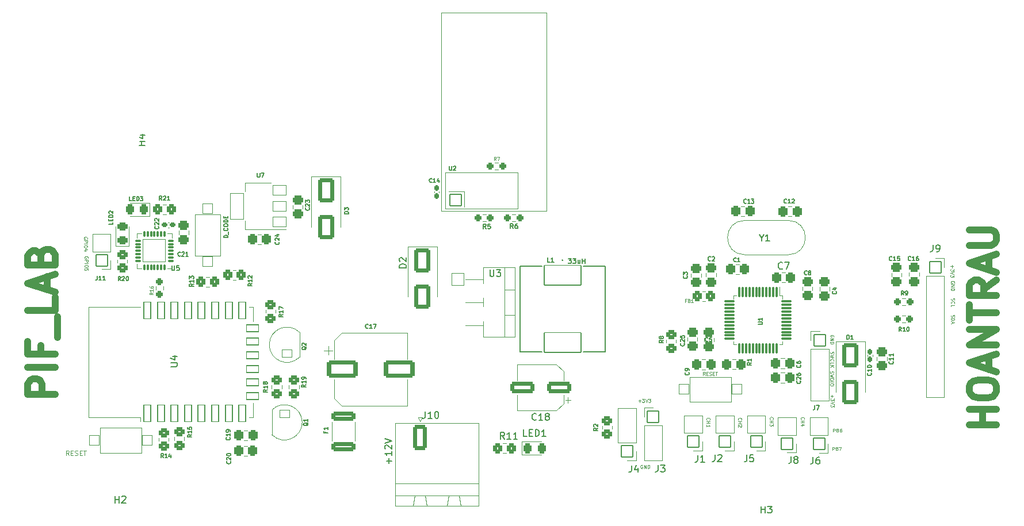
<source format=gbr>
%TF.GenerationSoftware,KiCad,Pcbnew,7.0.5*%
%TF.CreationDate,2023-07-07T07:55:25+07:00*%
%TF.ProjectId,THUC_TAPP,54485543-5f54-4415-9050-2e6b69636164,rev?*%
%TF.SameCoordinates,Original*%
%TF.FileFunction,Legend,Top*%
%TF.FilePolarity,Positive*%
%FSLAX46Y46*%
G04 Gerber Fmt 4.6, Leading zero omitted, Abs format (unit mm)*
G04 Created by KiCad (PCBNEW 7.0.5) date 2023-07-07 07:55:25*
%MOMM*%
%LPD*%
G01*
G04 APERTURE LIST*
G04 Aperture macros list*
%AMRoundRect*
0 Rectangle with rounded corners*
0 $1 Rounding radius*
0 $2 $3 $4 $5 $6 $7 $8 $9 X,Y pos of 4 corners*
0 Add a 4 corners polygon primitive as box body*
4,1,4,$2,$3,$4,$5,$6,$7,$8,$9,$2,$3,0*
0 Add four circle primitives for the rounded corners*
1,1,$1+$1,$2,$3*
1,1,$1+$1,$4,$5*
1,1,$1+$1,$6,$7*
1,1,$1+$1,$8,$9*
0 Add four rect primitives between the rounded corners*
20,1,$1+$1,$2,$3,$4,$5,0*
20,1,$1+$1,$4,$5,$6,$7,0*
20,1,$1+$1,$6,$7,$8,$9,0*
20,1,$1+$1,$8,$9,$2,$3,0*%
G04 Aperture macros list end*
%ADD10C,0.125000*%
%ADD11C,1.000000*%
%ADD12C,0.150000*%
%ADD13C,0.120000*%
%ADD14C,0.152400*%
%ADD15RoundRect,0.300800X0.450000X-0.350000X0.450000X0.350000X-0.450000X0.350000X-0.450000X-0.350000X0*%
%ADD16RoundRect,0.300800X-0.337500X-0.475000X0.337500X-0.475000X0.337500X0.475000X-0.337500X0.475000X0*%
%ADD17C,1.601600*%
%ADD18RoundRect,0.300800X0.475000X-0.337500X0.475000X0.337500X-0.475000X0.337500X-0.475000X-0.337500X0*%
%ADD19RoundRect,0.300800X-0.350000X-0.450000X0.350000X-0.450000X0.350000X0.450000X-0.350000X0.450000X0*%
%ADD20RoundRect,0.300800X-0.475000X0.337500X-0.475000X-0.337500X0.475000X-0.337500X0.475000X0.337500X0*%
%ADD21RoundRect,0.050800X0.500000X-1.250000X0.500000X1.250000X-0.500000X1.250000X-0.500000X-1.250000X0*%
%ADD22RoundRect,0.050800X0.900000X-0.500000X0.900000X0.500000X-0.900000X0.500000X-0.900000X-0.500000X0*%
%ADD23RoundRect,0.050800X0.850000X-0.850000X0.850000X0.850000X-0.850000X0.850000X-0.850000X-0.850000X0*%
%ADD24C,1.801600*%
%ADD25RoundRect,0.300800X-1.950000X-1.000000X1.950000X-1.000000X1.950000X1.000000X-1.950000X1.000000X0*%
%ADD26RoundRect,0.050800X-0.850000X-0.850000X0.850000X-0.850000X0.850000X0.850000X-0.850000X0.850000X0*%
%ADD27O,1.801600X1.801600*%
%ADD28RoundRect,0.300800X0.350000X0.450000X-0.350000X0.450000X-0.350000X-0.450000X0.350000X-0.450000X0*%
%ADD29RoundRect,0.300800X0.337500X0.475000X-0.337500X0.475000X-0.337500X-0.475000X0.337500X-0.475000X0*%
%ADD30C,5.711600*%
%ADD31RoundRect,0.050800X0.750000X-0.525000X0.750000X0.525000X-0.750000X0.525000X-0.750000X-0.525000X0*%
%ADD32O,1.601600X1.151600*%
%ADD33RoundRect,0.300800X-0.450000X0.350000X-0.450000X-0.350000X0.450000X-0.350000X0.450000X0.350000X0*%
%ADD34RoundRect,0.125800X-0.075000X0.662500X-0.075000X-0.662500X0.075000X-0.662500X0.075000X0.662500X0*%
%ADD35RoundRect,0.125800X-0.662500X0.075000X-0.662500X-0.075000X0.662500X-0.075000X0.662500X0.075000X0*%
%ADD36C,5.101600*%
%ADD37RoundRect,0.050800X1.000000X0.750000X-1.000000X0.750000X-1.000000X-0.750000X1.000000X-0.750000X0*%
%ADD38RoundRect,0.050800X1.000000X1.900000X-1.000000X1.900000X-1.000000X-1.900000X1.000000X-1.900000X0*%
%ADD39RoundRect,0.300800X1.500000X0.550000X-1.500000X0.550000X-1.500000X-0.550000X1.500000X-0.550000X0*%
%ADD40RoundRect,0.050800X0.850000X0.850000X-0.850000X0.850000X-0.850000X-0.850000X0.850000X-0.850000X0*%
%ADD41RoundRect,0.300800X-0.325000X-0.450000X0.325000X-0.450000X0.325000X0.450000X-0.325000X0.450000X0*%
%ADD42RoundRect,0.300800X-0.900000X1.500000X-0.900000X-1.500000X0.900000X-1.500000X0.900000X1.500000X0*%
%ADD43RoundRect,0.288300X0.250000X0.237500X-0.250000X0.237500X-0.250000X-0.237500X0.250000X-0.237500X0*%
%ADD44RoundRect,0.300800X0.325000X0.450000X-0.325000X0.450000X-0.325000X-0.450000X0.325000X-0.450000X0*%
%ADD45RoundRect,0.205800X-0.155000X0.212500X-0.155000X-0.212500X0.155000X-0.212500X0.155000X0.212500X0*%
%ADD46RoundRect,0.288300X-0.250000X-0.237500X0.250000X-0.237500X0.250000X0.237500X-0.250000X0.237500X0*%
%ADD47RoundRect,0.050800X-0.750000X0.525000X-0.750000X-0.525000X0.750000X-0.525000X0.750000X0.525000X0*%
%ADD48RoundRect,0.300800X1.450000X-0.400000X1.450000X0.400000X-1.450000X0.400000X-1.450000X-0.400000X0*%
%ADD49RoundRect,0.288300X0.237500X-0.250000X0.237500X0.250000X-0.237500X0.250000X-0.237500X-0.250000X0*%
%ADD50RoundRect,0.113300X0.337500X0.062500X-0.337500X0.062500X-0.337500X-0.062500X0.337500X-0.062500X0*%
%ADD51RoundRect,0.113300X0.062500X0.337500X-0.062500X0.337500X-0.062500X-0.337500X0.062500X-0.337500X0*%
%ADD52RoundRect,0.050800X1.675000X1.675000X-1.675000X1.675000X-1.675000X-1.675000X1.675000X-1.675000X0*%
%ADD53RoundRect,0.050800X-2.705100X1.447800X-2.705100X-1.447800X2.705100X-1.447800X2.705100X1.447800X0*%
%ADD54RoundRect,0.300800X-0.750000X-1.550000X0.750000X-1.550000X0.750000X1.550000X-0.750000X1.550000X0*%
%ADD55O,2.101600X3.701600*%
%ADD56RoundRect,0.050800X-0.750000X-0.750000X0.750000X-0.750000X0.750000X0.750000X-0.750000X0.750000X0*%
%ADD57RoundRect,0.205800X-0.212500X-0.155000X0.212500X-0.155000X0.212500X0.155000X-0.212500X0.155000X0*%
%ADD58RoundRect,0.050800X0.750000X-0.750000X0.750000X0.750000X-0.750000X0.750000X-0.750000X-0.750000X0*%
%ADD59RoundRect,0.300800X0.450000X-0.325000X0.450000X0.325000X-0.450000X0.325000X-0.450000X-0.325000X0*%
%ADD60RoundRect,0.050800X-0.900000X0.900000X-0.900000X-0.900000X0.900000X-0.900000X0.900000X0.900000X0*%
%ADD61O,1.901600X1.901600*%
%ADD62C,0.801600*%
%ADD63C,1.901600*%
%ADD64C,2.101600*%
G04 APERTURE END LIST*
D10*
X215611500Y-82777474D02*
X215587690Y-82848902D01*
X215587690Y-82848902D02*
X215587690Y-82967950D01*
X215587690Y-82967950D02*
X215611500Y-83015569D01*
X215611500Y-83015569D02*
X215635309Y-83039378D01*
X215635309Y-83039378D02*
X215682928Y-83063188D01*
X215682928Y-83063188D02*
X215730547Y-83063188D01*
X215730547Y-83063188D02*
X215778166Y-83039378D01*
X215778166Y-83039378D02*
X215801976Y-83015569D01*
X215801976Y-83015569D02*
X215825785Y-82967950D01*
X215825785Y-82967950D02*
X215849595Y-82872712D01*
X215849595Y-82872712D02*
X215873404Y-82825093D01*
X215873404Y-82825093D02*
X215897214Y-82801283D01*
X215897214Y-82801283D02*
X215944833Y-82777474D01*
X215944833Y-82777474D02*
X215992452Y-82777474D01*
X215992452Y-82777474D02*
X216040071Y-82801283D01*
X216040071Y-82801283D02*
X216063880Y-82825093D01*
X216063880Y-82825093D02*
X216087690Y-82872712D01*
X216087690Y-82872712D02*
X216087690Y-82991759D01*
X216087690Y-82991759D02*
X216063880Y-83063188D01*
X216087690Y-83229854D02*
X215587690Y-83348902D01*
X215587690Y-83348902D02*
X215944833Y-83444140D01*
X215944833Y-83444140D02*
X215587690Y-83539378D01*
X215587690Y-83539378D02*
X216087690Y-83658426D01*
X215587690Y-83848902D02*
X216087690Y-83848902D01*
X216087690Y-83848902D02*
X216087690Y-83967950D01*
X216087690Y-83967950D02*
X216063880Y-84039378D01*
X216063880Y-84039378D02*
X216016261Y-84086997D01*
X216016261Y-84086997D02*
X215968642Y-84110807D01*
X215968642Y-84110807D02*
X215873404Y-84134616D01*
X215873404Y-84134616D02*
X215801976Y-84134616D01*
X215801976Y-84134616D02*
X215706738Y-84110807D01*
X215706738Y-84110807D02*
X215659119Y-84086997D01*
X215659119Y-84086997D02*
X215611500Y-84039378D01*
X215611500Y-84039378D02*
X215587690Y-83967950D01*
X215587690Y-83967950D02*
X215587690Y-83848902D01*
X215587690Y-84348902D02*
X216087690Y-84348902D01*
X216087690Y-84682235D02*
X216087690Y-84777473D01*
X216087690Y-84777473D02*
X216063880Y-84825092D01*
X216063880Y-84825092D02*
X216016261Y-84872711D01*
X216016261Y-84872711D02*
X215921023Y-84896521D01*
X215921023Y-84896521D02*
X215754357Y-84896521D01*
X215754357Y-84896521D02*
X215659119Y-84872711D01*
X215659119Y-84872711D02*
X215611500Y-84825092D01*
X215611500Y-84825092D02*
X215587690Y-84777473D01*
X215587690Y-84777473D02*
X215587690Y-84682235D01*
X215587690Y-84682235D02*
X215611500Y-84634616D01*
X215611500Y-84634616D02*
X215659119Y-84586997D01*
X215659119Y-84586997D02*
X215754357Y-84563188D01*
X215754357Y-84563188D02*
X215921023Y-84563188D01*
X215921023Y-84563188D02*
X216016261Y-84586997D01*
X216016261Y-84586997D02*
X216063880Y-84634616D01*
X216063880Y-84634616D02*
X216087690Y-84682235D01*
X233528166Y-67141283D02*
X233528166Y-67522236D01*
X233337690Y-67331759D02*
X233718642Y-67331759D01*
X233837690Y-67712712D02*
X233837690Y-68022236D01*
X233837690Y-68022236D02*
X233647214Y-67855569D01*
X233647214Y-67855569D02*
X233647214Y-67926998D01*
X233647214Y-67926998D02*
X233623404Y-67974617D01*
X233623404Y-67974617D02*
X233599595Y-67998426D01*
X233599595Y-67998426D02*
X233551976Y-68022236D01*
X233551976Y-68022236D02*
X233432928Y-68022236D01*
X233432928Y-68022236D02*
X233385309Y-67998426D01*
X233385309Y-67998426D02*
X233361500Y-67974617D01*
X233361500Y-67974617D02*
X233337690Y-67926998D01*
X233337690Y-67926998D02*
X233337690Y-67784141D01*
X233337690Y-67784141D02*
X233361500Y-67736522D01*
X233361500Y-67736522D02*
X233385309Y-67712712D01*
X233837690Y-68165093D02*
X233337690Y-68331759D01*
X233337690Y-68331759D02*
X233837690Y-68498426D01*
X233837690Y-68617473D02*
X233837690Y-68926997D01*
X233837690Y-68926997D02*
X233647214Y-68760330D01*
X233647214Y-68760330D02*
X233647214Y-68831759D01*
X233647214Y-68831759D02*
X233623404Y-68879378D01*
X233623404Y-68879378D02*
X233599595Y-68903187D01*
X233599595Y-68903187D02*
X233551976Y-68926997D01*
X233551976Y-68926997D02*
X233432928Y-68926997D01*
X233432928Y-68926997D02*
X233385309Y-68903187D01*
X233385309Y-68903187D02*
X233361500Y-68879378D01*
X233361500Y-68879378D02*
X233337690Y-68831759D01*
X233337690Y-68831759D02*
X233337690Y-68688902D01*
X233337690Y-68688902D02*
X233361500Y-68641283D01*
X233361500Y-68641283D02*
X233385309Y-68617473D01*
X233441500Y-72017474D02*
X233417690Y-72088902D01*
X233417690Y-72088902D02*
X233417690Y-72207950D01*
X233417690Y-72207950D02*
X233441500Y-72255569D01*
X233441500Y-72255569D02*
X233465309Y-72279378D01*
X233465309Y-72279378D02*
X233512928Y-72303188D01*
X233512928Y-72303188D02*
X233560547Y-72303188D01*
X233560547Y-72303188D02*
X233608166Y-72279378D01*
X233608166Y-72279378D02*
X233631976Y-72255569D01*
X233631976Y-72255569D02*
X233655785Y-72207950D01*
X233655785Y-72207950D02*
X233679595Y-72112712D01*
X233679595Y-72112712D02*
X233703404Y-72065093D01*
X233703404Y-72065093D02*
X233727214Y-72041283D01*
X233727214Y-72041283D02*
X233774833Y-72017474D01*
X233774833Y-72017474D02*
X233822452Y-72017474D01*
X233822452Y-72017474D02*
X233870071Y-72041283D01*
X233870071Y-72041283D02*
X233893880Y-72065093D01*
X233893880Y-72065093D02*
X233917690Y-72112712D01*
X233917690Y-72112712D02*
X233917690Y-72231759D01*
X233917690Y-72231759D02*
X233893880Y-72303188D01*
X233465309Y-72803187D02*
X233441500Y-72779378D01*
X233441500Y-72779378D02*
X233417690Y-72707949D01*
X233417690Y-72707949D02*
X233417690Y-72660330D01*
X233417690Y-72660330D02*
X233441500Y-72588902D01*
X233441500Y-72588902D02*
X233489119Y-72541283D01*
X233489119Y-72541283D02*
X233536738Y-72517473D01*
X233536738Y-72517473D02*
X233631976Y-72493664D01*
X233631976Y-72493664D02*
X233703404Y-72493664D01*
X233703404Y-72493664D02*
X233798642Y-72517473D01*
X233798642Y-72517473D02*
X233846261Y-72541283D01*
X233846261Y-72541283D02*
X233893880Y-72588902D01*
X233893880Y-72588902D02*
X233917690Y-72660330D01*
X233917690Y-72660330D02*
X233917690Y-72707949D01*
X233917690Y-72707949D02*
X233893880Y-72779378D01*
X233893880Y-72779378D02*
X233870071Y-72803187D01*
X233417690Y-73255568D02*
X233417690Y-73017473D01*
X233417690Y-73017473D02*
X233917690Y-73017473D01*
X216041283Y-91722309D02*
X216041283Y-91222309D01*
X216041283Y-91222309D02*
X216231759Y-91222309D01*
X216231759Y-91222309D02*
X216279378Y-91246119D01*
X216279378Y-91246119D02*
X216303188Y-91269928D01*
X216303188Y-91269928D02*
X216326997Y-91317547D01*
X216326997Y-91317547D02*
X216326997Y-91388976D01*
X216326997Y-91388976D02*
X216303188Y-91436595D01*
X216303188Y-91436595D02*
X216279378Y-91460404D01*
X216279378Y-91460404D02*
X216231759Y-91484214D01*
X216231759Y-91484214D02*
X216041283Y-91484214D01*
X216707950Y-91460404D02*
X216779378Y-91484214D01*
X216779378Y-91484214D02*
X216803188Y-91508023D01*
X216803188Y-91508023D02*
X216826997Y-91555642D01*
X216826997Y-91555642D02*
X216826997Y-91627071D01*
X216826997Y-91627071D02*
X216803188Y-91674690D01*
X216803188Y-91674690D02*
X216779378Y-91698500D01*
X216779378Y-91698500D02*
X216731759Y-91722309D01*
X216731759Y-91722309D02*
X216541283Y-91722309D01*
X216541283Y-91722309D02*
X216541283Y-91222309D01*
X216541283Y-91222309D02*
X216707950Y-91222309D01*
X216707950Y-91222309D02*
X216755569Y-91246119D01*
X216755569Y-91246119D02*
X216779378Y-91269928D01*
X216779378Y-91269928D02*
X216803188Y-91317547D01*
X216803188Y-91317547D02*
X216803188Y-91365166D01*
X216803188Y-91365166D02*
X216779378Y-91412785D01*
X216779378Y-91412785D02*
X216755569Y-91436595D01*
X216755569Y-91436595D02*
X216707950Y-91460404D01*
X216707950Y-91460404D02*
X216541283Y-91460404D01*
X217255569Y-91222309D02*
X217160331Y-91222309D01*
X217160331Y-91222309D02*
X217112712Y-91246119D01*
X217112712Y-91246119D02*
X217088902Y-91269928D01*
X217088902Y-91269928D02*
X217041283Y-91341357D01*
X217041283Y-91341357D02*
X217017474Y-91436595D01*
X217017474Y-91436595D02*
X217017474Y-91627071D01*
X217017474Y-91627071D02*
X217041283Y-91674690D01*
X217041283Y-91674690D02*
X217065093Y-91698500D01*
X217065093Y-91698500D02*
X217112712Y-91722309D01*
X217112712Y-91722309D02*
X217207950Y-91722309D01*
X217207950Y-91722309D02*
X217255569Y-91698500D01*
X217255569Y-91698500D02*
X217279378Y-91674690D01*
X217279378Y-91674690D02*
X217303188Y-91627071D01*
X217303188Y-91627071D02*
X217303188Y-91508023D01*
X217303188Y-91508023D02*
X217279378Y-91460404D01*
X217279378Y-91460404D02*
X217255569Y-91436595D01*
X217255569Y-91436595D02*
X217207950Y-91412785D01*
X217207950Y-91412785D02*
X217112712Y-91412785D01*
X217112712Y-91412785D02*
X217065093Y-91436595D01*
X217065093Y-91436595D02*
X217041283Y-91460404D01*
X217041283Y-91460404D02*
X217017474Y-91508023D01*
X215961283Y-94432309D02*
X215961283Y-93932309D01*
X215961283Y-93932309D02*
X216151759Y-93932309D01*
X216151759Y-93932309D02*
X216199378Y-93956119D01*
X216199378Y-93956119D02*
X216223188Y-93979928D01*
X216223188Y-93979928D02*
X216246997Y-94027547D01*
X216246997Y-94027547D02*
X216246997Y-94098976D01*
X216246997Y-94098976D02*
X216223188Y-94146595D01*
X216223188Y-94146595D02*
X216199378Y-94170404D01*
X216199378Y-94170404D02*
X216151759Y-94194214D01*
X216151759Y-94194214D02*
X215961283Y-94194214D01*
X216627950Y-94170404D02*
X216699378Y-94194214D01*
X216699378Y-94194214D02*
X216723188Y-94218023D01*
X216723188Y-94218023D02*
X216746997Y-94265642D01*
X216746997Y-94265642D02*
X216746997Y-94337071D01*
X216746997Y-94337071D02*
X216723188Y-94384690D01*
X216723188Y-94384690D02*
X216699378Y-94408500D01*
X216699378Y-94408500D02*
X216651759Y-94432309D01*
X216651759Y-94432309D02*
X216461283Y-94432309D01*
X216461283Y-94432309D02*
X216461283Y-93932309D01*
X216461283Y-93932309D02*
X216627950Y-93932309D01*
X216627950Y-93932309D02*
X216675569Y-93956119D01*
X216675569Y-93956119D02*
X216699378Y-93979928D01*
X216699378Y-93979928D02*
X216723188Y-94027547D01*
X216723188Y-94027547D02*
X216723188Y-94075166D01*
X216723188Y-94075166D02*
X216699378Y-94122785D01*
X216699378Y-94122785D02*
X216675569Y-94146595D01*
X216675569Y-94146595D02*
X216627950Y-94170404D01*
X216627950Y-94170404D02*
X216461283Y-94170404D01*
X216913664Y-93932309D02*
X217246997Y-93932309D01*
X217246997Y-93932309D02*
X217032712Y-94432309D01*
X233863880Y-69803188D02*
X233887690Y-69755569D01*
X233887690Y-69755569D02*
X233887690Y-69684140D01*
X233887690Y-69684140D02*
X233863880Y-69612712D01*
X233863880Y-69612712D02*
X233816261Y-69565093D01*
X233816261Y-69565093D02*
X233768642Y-69541283D01*
X233768642Y-69541283D02*
X233673404Y-69517474D01*
X233673404Y-69517474D02*
X233601976Y-69517474D01*
X233601976Y-69517474D02*
X233506738Y-69541283D01*
X233506738Y-69541283D02*
X233459119Y-69565093D01*
X233459119Y-69565093D02*
X233411500Y-69612712D01*
X233411500Y-69612712D02*
X233387690Y-69684140D01*
X233387690Y-69684140D02*
X233387690Y-69731759D01*
X233387690Y-69731759D02*
X233411500Y-69803188D01*
X233411500Y-69803188D02*
X233435309Y-69826997D01*
X233435309Y-69826997D02*
X233601976Y-69826997D01*
X233601976Y-69826997D02*
X233601976Y-69731759D01*
X233387690Y-70041283D02*
X233887690Y-70041283D01*
X233887690Y-70041283D02*
X233387690Y-70326997D01*
X233387690Y-70326997D02*
X233887690Y-70326997D01*
X233387690Y-70565093D02*
X233887690Y-70565093D01*
X233887690Y-70565093D02*
X233887690Y-70684141D01*
X233887690Y-70684141D02*
X233863880Y-70755569D01*
X233863880Y-70755569D02*
X233816261Y-70803188D01*
X233816261Y-70803188D02*
X233768642Y-70826998D01*
X233768642Y-70826998D02*
X233673404Y-70850807D01*
X233673404Y-70850807D02*
X233601976Y-70850807D01*
X233601976Y-70850807D02*
X233506738Y-70826998D01*
X233506738Y-70826998D02*
X233459119Y-70803188D01*
X233459119Y-70803188D02*
X233411500Y-70755569D01*
X233411500Y-70755569D02*
X233387690Y-70684141D01*
X233387690Y-70684141D02*
X233387690Y-70565093D01*
X197455309Y-89946997D02*
X197431500Y-89923188D01*
X197431500Y-89923188D02*
X197407690Y-89851759D01*
X197407690Y-89851759D02*
X197407690Y-89804140D01*
X197407690Y-89804140D02*
X197431500Y-89732712D01*
X197431500Y-89732712D02*
X197479119Y-89685093D01*
X197479119Y-89685093D02*
X197526738Y-89661283D01*
X197526738Y-89661283D02*
X197621976Y-89637474D01*
X197621976Y-89637474D02*
X197693404Y-89637474D01*
X197693404Y-89637474D02*
X197788642Y-89661283D01*
X197788642Y-89661283D02*
X197836261Y-89685093D01*
X197836261Y-89685093D02*
X197883880Y-89732712D01*
X197883880Y-89732712D02*
X197907690Y-89804140D01*
X197907690Y-89804140D02*
X197907690Y-89851759D01*
X197907690Y-89851759D02*
X197883880Y-89923188D01*
X197883880Y-89923188D02*
X197860071Y-89946997D01*
X197407690Y-90161283D02*
X197907690Y-90161283D01*
X197669595Y-90161283D02*
X197669595Y-90446997D01*
X197407690Y-90446997D02*
X197907690Y-90446997D01*
X197407690Y-90946998D02*
X197407690Y-90661284D01*
X197407690Y-90804141D02*
X197907690Y-90804141D01*
X197907690Y-90804141D02*
X197836261Y-90756522D01*
X197836261Y-90756522D02*
X197788642Y-90708903D01*
X197788642Y-90708903D02*
X197764833Y-90661284D01*
X211345309Y-89836997D02*
X211321500Y-89813188D01*
X211321500Y-89813188D02*
X211297690Y-89741759D01*
X211297690Y-89741759D02*
X211297690Y-89694140D01*
X211297690Y-89694140D02*
X211321500Y-89622712D01*
X211321500Y-89622712D02*
X211369119Y-89575093D01*
X211369119Y-89575093D02*
X211416738Y-89551283D01*
X211416738Y-89551283D02*
X211511976Y-89527474D01*
X211511976Y-89527474D02*
X211583404Y-89527474D01*
X211583404Y-89527474D02*
X211678642Y-89551283D01*
X211678642Y-89551283D02*
X211726261Y-89575093D01*
X211726261Y-89575093D02*
X211773880Y-89622712D01*
X211773880Y-89622712D02*
X211797690Y-89694140D01*
X211797690Y-89694140D02*
X211797690Y-89741759D01*
X211797690Y-89741759D02*
X211773880Y-89813188D01*
X211773880Y-89813188D02*
X211750071Y-89836997D01*
X211297690Y-90051283D02*
X211797690Y-90051283D01*
X211559595Y-90051283D02*
X211559595Y-90336997D01*
X211297690Y-90336997D02*
X211797690Y-90336997D01*
X211631023Y-90789379D02*
X211297690Y-90789379D01*
X211821500Y-90670331D02*
X211464357Y-90551284D01*
X211464357Y-90551284D02*
X211464357Y-90860807D01*
X106353880Y-66153188D02*
X106377690Y-66105569D01*
X106377690Y-66105569D02*
X106377690Y-66034140D01*
X106377690Y-66034140D02*
X106353880Y-65962712D01*
X106353880Y-65962712D02*
X106306261Y-65915093D01*
X106306261Y-65915093D02*
X106258642Y-65891283D01*
X106258642Y-65891283D02*
X106163404Y-65867474D01*
X106163404Y-65867474D02*
X106091976Y-65867474D01*
X106091976Y-65867474D02*
X105996738Y-65891283D01*
X105996738Y-65891283D02*
X105949119Y-65915093D01*
X105949119Y-65915093D02*
X105901500Y-65962712D01*
X105901500Y-65962712D02*
X105877690Y-66034140D01*
X105877690Y-66034140D02*
X105877690Y-66081759D01*
X105877690Y-66081759D02*
X105901500Y-66153188D01*
X105901500Y-66153188D02*
X105925309Y-66176997D01*
X105925309Y-66176997D02*
X106091976Y-66176997D01*
X106091976Y-66176997D02*
X106091976Y-66081759D01*
X105877690Y-66391283D02*
X106377690Y-66391283D01*
X106377690Y-66391283D02*
X106377690Y-66581759D01*
X106377690Y-66581759D02*
X106353880Y-66629378D01*
X106353880Y-66629378D02*
X106330071Y-66653188D01*
X106330071Y-66653188D02*
X106282452Y-66676997D01*
X106282452Y-66676997D02*
X106211023Y-66676997D01*
X106211023Y-66676997D02*
X106163404Y-66653188D01*
X106163404Y-66653188D02*
X106139595Y-66629378D01*
X106139595Y-66629378D02*
X106115785Y-66581759D01*
X106115785Y-66581759D02*
X106115785Y-66391283D01*
X105877690Y-66891283D02*
X106377690Y-66891283D01*
X106377690Y-67224616D02*
X106377690Y-67319854D01*
X106377690Y-67319854D02*
X106353880Y-67367473D01*
X106353880Y-67367473D02*
X106306261Y-67415092D01*
X106306261Y-67415092D02*
X106211023Y-67438902D01*
X106211023Y-67438902D02*
X106044357Y-67438902D01*
X106044357Y-67438902D02*
X105949119Y-67415092D01*
X105949119Y-67415092D02*
X105901500Y-67367473D01*
X105901500Y-67367473D02*
X105877690Y-67319854D01*
X105877690Y-67319854D02*
X105877690Y-67224616D01*
X105877690Y-67224616D02*
X105901500Y-67176997D01*
X105901500Y-67176997D02*
X105949119Y-67129378D01*
X105949119Y-67129378D02*
X106044357Y-67105569D01*
X106044357Y-67105569D02*
X106211023Y-67105569D01*
X106211023Y-67105569D02*
X106306261Y-67129378D01*
X106306261Y-67129378D02*
X106353880Y-67176997D01*
X106353880Y-67176997D02*
X106377690Y-67224616D01*
X106377690Y-67891283D02*
X106377690Y-67653188D01*
X106377690Y-67653188D02*
X106139595Y-67629379D01*
X106139595Y-67629379D02*
X106163404Y-67653188D01*
X106163404Y-67653188D02*
X106187214Y-67700807D01*
X106187214Y-67700807D02*
X106187214Y-67819855D01*
X106187214Y-67819855D02*
X106163404Y-67867474D01*
X106163404Y-67867474D02*
X106139595Y-67891283D01*
X106139595Y-67891283D02*
X106091976Y-67915093D01*
X106091976Y-67915093D02*
X105972928Y-67915093D01*
X105972928Y-67915093D02*
X105925309Y-67891283D01*
X105925309Y-67891283D02*
X105901500Y-67867474D01*
X105901500Y-67867474D02*
X105877690Y-67819855D01*
X105877690Y-67819855D02*
X105877690Y-67700807D01*
X105877690Y-67700807D02*
X105901500Y-67653188D01*
X105901500Y-67653188D02*
X105925309Y-67629379D01*
X216113880Y-77713188D02*
X216137690Y-77665569D01*
X216137690Y-77665569D02*
X216137690Y-77594140D01*
X216137690Y-77594140D02*
X216113880Y-77522712D01*
X216113880Y-77522712D02*
X216066261Y-77475093D01*
X216066261Y-77475093D02*
X216018642Y-77451283D01*
X216018642Y-77451283D02*
X215923404Y-77427474D01*
X215923404Y-77427474D02*
X215851976Y-77427474D01*
X215851976Y-77427474D02*
X215756738Y-77451283D01*
X215756738Y-77451283D02*
X215709119Y-77475093D01*
X215709119Y-77475093D02*
X215661500Y-77522712D01*
X215661500Y-77522712D02*
X215637690Y-77594140D01*
X215637690Y-77594140D02*
X215637690Y-77641759D01*
X215637690Y-77641759D02*
X215661500Y-77713188D01*
X215661500Y-77713188D02*
X215685309Y-77736997D01*
X215685309Y-77736997D02*
X215851976Y-77736997D01*
X215851976Y-77736997D02*
X215851976Y-77641759D01*
X215637690Y-77951283D02*
X216137690Y-77951283D01*
X216137690Y-77951283D02*
X215637690Y-78236997D01*
X215637690Y-78236997D02*
X216137690Y-78236997D01*
X215637690Y-78475093D02*
X216137690Y-78475093D01*
X216137690Y-78475093D02*
X216137690Y-78594141D01*
X216137690Y-78594141D02*
X216113880Y-78665569D01*
X216113880Y-78665569D02*
X216066261Y-78713188D01*
X216066261Y-78713188D02*
X216018642Y-78736998D01*
X216018642Y-78736998D02*
X215923404Y-78760807D01*
X215923404Y-78760807D02*
X215851976Y-78760807D01*
X215851976Y-78760807D02*
X215756738Y-78736998D01*
X215756738Y-78736998D02*
X215709119Y-78713188D01*
X215709119Y-78713188D02*
X215661500Y-78665569D01*
X215661500Y-78665569D02*
X215637690Y-78594141D01*
X215637690Y-78594141D02*
X215637690Y-78475093D01*
X233431500Y-74507474D02*
X233407690Y-74578902D01*
X233407690Y-74578902D02*
X233407690Y-74697950D01*
X233407690Y-74697950D02*
X233431500Y-74745569D01*
X233431500Y-74745569D02*
X233455309Y-74769378D01*
X233455309Y-74769378D02*
X233502928Y-74793188D01*
X233502928Y-74793188D02*
X233550547Y-74793188D01*
X233550547Y-74793188D02*
X233598166Y-74769378D01*
X233598166Y-74769378D02*
X233621976Y-74745569D01*
X233621976Y-74745569D02*
X233645785Y-74697950D01*
X233645785Y-74697950D02*
X233669595Y-74602712D01*
X233669595Y-74602712D02*
X233693404Y-74555093D01*
X233693404Y-74555093D02*
X233717214Y-74531283D01*
X233717214Y-74531283D02*
X233764833Y-74507474D01*
X233764833Y-74507474D02*
X233812452Y-74507474D01*
X233812452Y-74507474D02*
X233860071Y-74531283D01*
X233860071Y-74531283D02*
X233883880Y-74555093D01*
X233883880Y-74555093D02*
X233907690Y-74602712D01*
X233907690Y-74602712D02*
X233907690Y-74721759D01*
X233907690Y-74721759D02*
X233883880Y-74793188D01*
X233407690Y-75007473D02*
X233907690Y-75007473D01*
X233907690Y-75007473D02*
X233907690Y-75126521D01*
X233907690Y-75126521D02*
X233883880Y-75197949D01*
X233883880Y-75197949D02*
X233836261Y-75245568D01*
X233836261Y-75245568D02*
X233788642Y-75269378D01*
X233788642Y-75269378D02*
X233693404Y-75293187D01*
X233693404Y-75293187D02*
X233621976Y-75293187D01*
X233621976Y-75293187D02*
X233526738Y-75269378D01*
X233526738Y-75269378D02*
X233479119Y-75245568D01*
X233479119Y-75245568D02*
X233431500Y-75197949D01*
X233431500Y-75197949D02*
X233407690Y-75126521D01*
X233407690Y-75126521D02*
X233407690Y-75007473D01*
X233550547Y-75483664D02*
X233550547Y-75721759D01*
X233407690Y-75436045D02*
X233907690Y-75602711D01*
X233907690Y-75602711D02*
X233407690Y-75769378D01*
D11*
X101518476Y-86179725D02*
X97518476Y-86179725D01*
X97518476Y-86179725D02*
X97518476Y-84655915D01*
X97518476Y-84655915D02*
X97708952Y-84274963D01*
X97708952Y-84274963D02*
X97899428Y-84084486D01*
X97899428Y-84084486D02*
X98280380Y-83894010D01*
X98280380Y-83894010D02*
X98851809Y-83894010D01*
X98851809Y-83894010D02*
X99232761Y-84084486D01*
X99232761Y-84084486D02*
X99423238Y-84274963D01*
X99423238Y-84274963D02*
X99613714Y-84655915D01*
X99613714Y-84655915D02*
X99613714Y-86179725D01*
X101518476Y-82179725D02*
X97518476Y-82179725D01*
X99423238Y-78941629D02*
X99423238Y-80274963D01*
X101518476Y-80274963D02*
X97518476Y-80274963D01*
X97518476Y-80274963D02*
X97518476Y-78370201D01*
X101899428Y-77798773D02*
X101899428Y-74751153D01*
X101518476Y-71894011D02*
X101518476Y-73798773D01*
X101518476Y-73798773D02*
X97518476Y-73798773D01*
X100375619Y-70751154D02*
X100375619Y-68846392D01*
X101518476Y-71132106D02*
X97518476Y-69798773D01*
X97518476Y-69798773D02*
X101518476Y-68465439D01*
X99423238Y-65798773D02*
X99613714Y-65227345D01*
X99613714Y-65227345D02*
X99804190Y-65036868D01*
X99804190Y-65036868D02*
X100185142Y-64846392D01*
X100185142Y-64846392D02*
X100756571Y-64846392D01*
X100756571Y-64846392D02*
X101137523Y-65036868D01*
X101137523Y-65036868D02*
X101328000Y-65227345D01*
X101328000Y-65227345D02*
X101518476Y-65608297D01*
X101518476Y-65608297D02*
X101518476Y-67132107D01*
X101518476Y-67132107D02*
X97518476Y-67132107D01*
X97518476Y-67132107D02*
X97518476Y-65798773D01*
X97518476Y-65798773D02*
X97708952Y-65417821D01*
X97708952Y-65417821D02*
X97899428Y-65227345D01*
X97899428Y-65227345D02*
X98280380Y-65036868D01*
X98280380Y-65036868D02*
X98661333Y-65036868D01*
X98661333Y-65036868D02*
X99042285Y-65227345D01*
X99042285Y-65227345D02*
X99232761Y-65417821D01*
X99232761Y-65417821D02*
X99423238Y-65798773D01*
X99423238Y-65798773D02*
X99423238Y-67132107D01*
D10*
X187371283Y-87141833D02*
X187752236Y-87141833D01*
X187561759Y-87332309D02*
X187561759Y-86951357D01*
X187942712Y-86832309D02*
X188252236Y-86832309D01*
X188252236Y-86832309D02*
X188085569Y-87022785D01*
X188085569Y-87022785D02*
X188156998Y-87022785D01*
X188156998Y-87022785D02*
X188204617Y-87046595D01*
X188204617Y-87046595D02*
X188228426Y-87070404D01*
X188228426Y-87070404D02*
X188252236Y-87118023D01*
X188252236Y-87118023D02*
X188252236Y-87237071D01*
X188252236Y-87237071D02*
X188228426Y-87284690D01*
X188228426Y-87284690D02*
X188204617Y-87308500D01*
X188204617Y-87308500D02*
X188156998Y-87332309D01*
X188156998Y-87332309D02*
X188014141Y-87332309D01*
X188014141Y-87332309D02*
X187966522Y-87308500D01*
X187966522Y-87308500D02*
X187942712Y-87284690D01*
X188395093Y-86832309D02*
X188561759Y-87332309D01*
X188561759Y-87332309D02*
X188728426Y-86832309D01*
X188847473Y-86832309D02*
X189156997Y-86832309D01*
X189156997Y-86832309D02*
X188990330Y-87022785D01*
X188990330Y-87022785D02*
X189061759Y-87022785D01*
X189061759Y-87022785D02*
X189109378Y-87046595D01*
X189109378Y-87046595D02*
X189133187Y-87070404D01*
X189133187Y-87070404D02*
X189156997Y-87118023D01*
X189156997Y-87118023D02*
X189156997Y-87237071D01*
X189156997Y-87237071D02*
X189133187Y-87284690D01*
X189133187Y-87284690D02*
X189109378Y-87308500D01*
X189109378Y-87308500D02*
X189061759Y-87332309D01*
X189061759Y-87332309D02*
X188918902Y-87332309D01*
X188918902Y-87332309D02*
X188871283Y-87308500D01*
X188871283Y-87308500D02*
X188847473Y-87284690D01*
X187983188Y-96586119D02*
X187935569Y-96562309D01*
X187935569Y-96562309D02*
X187864140Y-96562309D01*
X187864140Y-96562309D02*
X187792712Y-96586119D01*
X187792712Y-96586119D02*
X187745093Y-96633738D01*
X187745093Y-96633738D02*
X187721283Y-96681357D01*
X187721283Y-96681357D02*
X187697474Y-96776595D01*
X187697474Y-96776595D02*
X187697474Y-96848023D01*
X187697474Y-96848023D02*
X187721283Y-96943261D01*
X187721283Y-96943261D02*
X187745093Y-96990880D01*
X187745093Y-96990880D02*
X187792712Y-97038500D01*
X187792712Y-97038500D02*
X187864140Y-97062309D01*
X187864140Y-97062309D02*
X187911759Y-97062309D01*
X187911759Y-97062309D02*
X187983188Y-97038500D01*
X187983188Y-97038500D02*
X188006997Y-97014690D01*
X188006997Y-97014690D02*
X188006997Y-96848023D01*
X188006997Y-96848023D02*
X187911759Y-96848023D01*
X188221283Y-97062309D02*
X188221283Y-96562309D01*
X188221283Y-96562309D02*
X188506997Y-97062309D01*
X188506997Y-97062309D02*
X188506997Y-96562309D01*
X188745093Y-97062309D02*
X188745093Y-96562309D01*
X188745093Y-96562309D02*
X188864141Y-96562309D01*
X188864141Y-96562309D02*
X188935569Y-96586119D01*
X188935569Y-96586119D02*
X188983188Y-96633738D01*
X188983188Y-96633738D02*
X189006998Y-96681357D01*
X189006998Y-96681357D02*
X189030807Y-96776595D01*
X189030807Y-96776595D02*
X189030807Y-96848023D01*
X189030807Y-96848023D02*
X189006998Y-96943261D01*
X189006998Y-96943261D02*
X188983188Y-96990880D01*
X188983188Y-96990880D02*
X188935569Y-97038500D01*
X188935569Y-97038500D02*
X188864141Y-97062309D01*
X188864141Y-97062309D02*
X188745093Y-97062309D01*
D12*
X150678866Y-96343220D02*
X150678866Y-95581316D01*
X151059819Y-95962268D02*
X150297914Y-95962268D01*
X151059819Y-94581316D02*
X151059819Y-95152744D01*
X151059819Y-94867030D02*
X150059819Y-94867030D01*
X150059819Y-94867030D02*
X150202676Y-94962268D01*
X150202676Y-94962268D02*
X150297914Y-95057506D01*
X150297914Y-95057506D02*
X150345533Y-95152744D01*
X150155057Y-94200363D02*
X150107438Y-94152744D01*
X150107438Y-94152744D02*
X150059819Y-94057506D01*
X150059819Y-94057506D02*
X150059819Y-93819411D01*
X150059819Y-93819411D02*
X150107438Y-93724173D01*
X150107438Y-93724173D02*
X150155057Y-93676554D01*
X150155057Y-93676554D02*
X150250295Y-93628935D01*
X150250295Y-93628935D02*
X150345533Y-93628935D01*
X150345533Y-93628935D02*
X150488390Y-93676554D01*
X150488390Y-93676554D02*
X151059819Y-94247982D01*
X151059819Y-94247982D02*
X151059819Y-93628935D01*
X150059819Y-93343220D02*
X151059819Y-93009887D01*
X151059819Y-93009887D02*
X150059819Y-92676554D01*
D10*
X215868166Y-86231283D02*
X215868166Y-86612236D01*
X215677690Y-86421759D02*
X216058642Y-86421759D01*
X216177690Y-86802712D02*
X216177690Y-87112236D01*
X216177690Y-87112236D02*
X215987214Y-86945569D01*
X215987214Y-86945569D02*
X215987214Y-87016998D01*
X215987214Y-87016998D02*
X215963404Y-87064617D01*
X215963404Y-87064617D02*
X215939595Y-87088426D01*
X215939595Y-87088426D02*
X215891976Y-87112236D01*
X215891976Y-87112236D02*
X215772928Y-87112236D01*
X215772928Y-87112236D02*
X215725309Y-87088426D01*
X215725309Y-87088426D02*
X215701500Y-87064617D01*
X215701500Y-87064617D02*
X215677690Y-87016998D01*
X215677690Y-87016998D02*
X215677690Y-86874141D01*
X215677690Y-86874141D02*
X215701500Y-86826522D01*
X215701500Y-86826522D02*
X215725309Y-86802712D01*
X216177690Y-87255093D02*
X215677690Y-87421759D01*
X215677690Y-87421759D02*
X216177690Y-87588426D01*
X216177690Y-87707473D02*
X216177690Y-88016997D01*
X216177690Y-88016997D02*
X215987214Y-87850330D01*
X215987214Y-87850330D02*
X215987214Y-87921759D01*
X215987214Y-87921759D02*
X215963404Y-87969378D01*
X215963404Y-87969378D02*
X215939595Y-87993187D01*
X215939595Y-87993187D02*
X215891976Y-88016997D01*
X215891976Y-88016997D02*
X215772928Y-88016997D01*
X215772928Y-88016997D02*
X215725309Y-87993187D01*
X215725309Y-87993187D02*
X215701500Y-87969378D01*
X215701500Y-87969378D02*
X215677690Y-87921759D01*
X215677690Y-87921759D02*
X215677690Y-87778902D01*
X215677690Y-87778902D02*
X215701500Y-87731283D01*
X215701500Y-87731283D02*
X215725309Y-87707473D01*
X202115309Y-89966997D02*
X202091500Y-89943188D01*
X202091500Y-89943188D02*
X202067690Y-89871759D01*
X202067690Y-89871759D02*
X202067690Y-89824140D01*
X202067690Y-89824140D02*
X202091500Y-89752712D01*
X202091500Y-89752712D02*
X202139119Y-89705093D01*
X202139119Y-89705093D02*
X202186738Y-89681283D01*
X202186738Y-89681283D02*
X202281976Y-89657474D01*
X202281976Y-89657474D02*
X202353404Y-89657474D01*
X202353404Y-89657474D02*
X202448642Y-89681283D01*
X202448642Y-89681283D02*
X202496261Y-89705093D01*
X202496261Y-89705093D02*
X202543880Y-89752712D01*
X202543880Y-89752712D02*
X202567690Y-89824140D01*
X202567690Y-89824140D02*
X202567690Y-89871759D01*
X202567690Y-89871759D02*
X202543880Y-89943188D01*
X202543880Y-89943188D02*
X202520071Y-89966997D01*
X202067690Y-90181283D02*
X202567690Y-90181283D01*
X202329595Y-90181283D02*
X202329595Y-90466997D01*
X202067690Y-90466997D02*
X202567690Y-90466997D01*
X202520071Y-90681284D02*
X202543880Y-90705093D01*
X202543880Y-90705093D02*
X202567690Y-90752712D01*
X202567690Y-90752712D02*
X202567690Y-90871760D01*
X202567690Y-90871760D02*
X202543880Y-90919379D01*
X202543880Y-90919379D02*
X202520071Y-90943188D01*
X202520071Y-90943188D02*
X202472452Y-90966998D01*
X202472452Y-90966998D02*
X202424833Y-90966998D01*
X202424833Y-90966998D02*
X202353404Y-90943188D01*
X202353404Y-90943188D02*
X202067690Y-90657474D01*
X202067690Y-90657474D02*
X202067690Y-90966998D01*
D11*
X240098476Y-90689725D02*
X236098476Y-90689725D01*
X238003238Y-90689725D02*
X238003238Y-88404010D01*
X240098476Y-88404010D02*
X236098476Y-88404010D01*
X236098476Y-85737344D02*
X236098476Y-84975439D01*
X236098476Y-84975439D02*
X236288952Y-84594487D01*
X236288952Y-84594487D02*
X236669904Y-84213534D01*
X236669904Y-84213534D02*
X237431809Y-84023058D01*
X237431809Y-84023058D02*
X238765142Y-84023058D01*
X238765142Y-84023058D02*
X239527047Y-84213534D01*
X239527047Y-84213534D02*
X239908000Y-84594487D01*
X239908000Y-84594487D02*
X240098476Y-84975439D01*
X240098476Y-84975439D02*
X240098476Y-85737344D01*
X240098476Y-85737344D02*
X239908000Y-86118296D01*
X239908000Y-86118296D02*
X239527047Y-86499249D01*
X239527047Y-86499249D02*
X238765142Y-86689725D01*
X238765142Y-86689725D02*
X237431809Y-86689725D01*
X237431809Y-86689725D02*
X236669904Y-86499249D01*
X236669904Y-86499249D02*
X236288952Y-86118296D01*
X236288952Y-86118296D02*
X236098476Y-85737344D01*
X238955619Y-82499249D02*
X238955619Y-80594487D01*
X240098476Y-82880201D02*
X236098476Y-81546868D01*
X236098476Y-81546868D02*
X240098476Y-80213534D01*
X240098476Y-78880202D02*
X236098476Y-78880202D01*
X236098476Y-78880202D02*
X240098476Y-76594487D01*
X240098476Y-76594487D02*
X236098476Y-76594487D01*
X236098476Y-75261154D02*
X236098476Y-72975440D01*
X240098476Y-74118297D02*
X236098476Y-74118297D01*
X240098476Y-69356392D02*
X238193714Y-70689726D01*
X240098476Y-71642107D02*
X236098476Y-71642107D01*
X236098476Y-71642107D02*
X236098476Y-70118297D01*
X236098476Y-70118297D02*
X236288952Y-69737345D01*
X236288952Y-69737345D02*
X236479428Y-69546868D01*
X236479428Y-69546868D02*
X236860380Y-69356392D01*
X236860380Y-69356392D02*
X237431809Y-69356392D01*
X237431809Y-69356392D02*
X237812761Y-69546868D01*
X237812761Y-69546868D02*
X238003238Y-69737345D01*
X238003238Y-69737345D02*
X238193714Y-70118297D01*
X238193714Y-70118297D02*
X238193714Y-71642107D01*
X238955619Y-67832583D02*
X238955619Y-65927821D01*
X240098476Y-68213535D02*
X236098476Y-66880202D01*
X236098476Y-66880202D02*
X240098476Y-65546868D01*
X236098476Y-64213536D02*
X239336571Y-64213536D01*
X239336571Y-64213536D02*
X239717523Y-64023059D01*
X239717523Y-64023059D02*
X239908000Y-63832583D01*
X239908000Y-63832583D02*
X240098476Y-63451631D01*
X240098476Y-63451631D02*
X240098476Y-62689726D01*
X240098476Y-62689726D02*
X239908000Y-62308774D01*
X239908000Y-62308774D02*
X239717523Y-62118297D01*
X239717523Y-62118297D02*
X239336571Y-61927821D01*
X239336571Y-61927821D02*
X236098476Y-61927821D01*
D10*
X215651500Y-79917474D02*
X215627690Y-79988902D01*
X215627690Y-79988902D02*
X215627690Y-80107950D01*
X215627690Y-80107950D02*
X215651500Y-80155569D01*
X215651500Y-80155569D02*
X215675309Y-80179378D01*
X215675309Y-80179378D02*
X215722928Y-80203188D01*
X215722928Y-80203188D02*
X215770547Y-80203188D01*
X215770547Y-80203188D02*
X215818166Y-80179378D01*
X215818166Y-80179378D02*
X215841976Y-80155569D01*
X215841976Y-80155569D02*
X215865785Y-80107950D01*
X215865785Y-80107950D02*
X215889595Y-80012712D01*
X215889595Y-80012712D02*
X215913404Y-79965093D01*
X215913404Y-79965093D02*
X215937214Y-79941283D01*
X215937214Y-79941283D02*
X215984833Y-79917474D01*
X215984833Y-79917474D02*
X216032452Y-79917474D01*
X216032452Y-79917474D02*
X216080071Y-79941283D01*
X216080071Y-79941283D02*
X216103880Y-79965093D01*
X216103880Y-79965093D02*
X216127690Y-80012712D01*
X216127690Y-80012712D02*
X216127690Y-80131759D01*
X216127690Y-80131759D02*
X216103880Y-80203188D01*
X216127690Y-80369854D02*
X215627690Y-80488902D01*
X215627690Y-80488902D02*
X215984833Y-80584140D01*
X215984833Y-80584140D02*
X215627690Y-80679378D01*
X215627690Y-80679378D02*
X216127690Y-80798426D01*
X215675309Y-81274616D02*
X215651500Y-81250807D01*
X215651500Y-81250807D02*
X215627690Y-81179378D01*
X215627690Y-81179378D02*
X215627690Y-81131759D01*
X215627690Y-81131759D02*
X215651500Y-81060331D01*
X215651500Y-81060331D02*
X215699119Y-81012712D01*
X215699119Y-81012712D02*
X215746738Y-80988902D01*
X215746738Y-80988902D02*
X215841976Y-80965093D01*
X215841976Y-80965093D02*
X215913404Y-80965093D01*
X215913404Y-80965093D02*
X216008642Y-80988902D01*
X216008642Y-80988902D02*
X216056261Y-81012712D01*
X216056261Y-81012712D02*
X216103880Y-81060331D01*
X216103880Y-81060331D02*
X216127690Y-81131759D01*
X216127690Y-81131759D02*
X216127690Y-81179378D01*
X216127690Y-81179378D02*
X216103880Y-81250807D01*
X216103880Y-81250807D02*
X216080071Y-81274616D01*
X215627690Y-81726997D02*
X215627690Y-81488902D01*
X215627690Y-81488902D02*
X216127690Y-81488902D01*
X215627690Y-81893664D02*
X216127690Y-81893664D01*
X215627690Y-82179378D02*
X215913404Y-81965093D01*
X216127690Y-82179378D02*
X215841976Y-81893664D01*
X206755309Y-89826997D02*
X206731500Y-89803188D01*
X206731500Y-89803188D02*
X206707690Y-89731759D01*
X206707690Y-89731759D02*
X206707690Y-89684140D01*
X206707690Y-89684140D02*
X206731500Y-89612712D01*
X206731500Y-89612712D02*
X206779119Y-89565093D01*
X206779119Y-89565093D02*
X206826738Y-89541283D01*
X206826738Y-89541283D02*
X206921976Y-89517474D01*
X206921976Y-89517474D02*
X206993404Y-89517474D01*
X206993404Y-89517474D02*
X207088642Y-89541283D01*
X207088642Y-89541283D02*
X207136261Y-89565093D01*
X207136261Y-89565093D02*
X207183880Y-89612712D01*
X207183880Y-89612712D02*
X207207690Y-89684140D01*
X207207690Y-89684140D02*
X207207690Y-89731759D01*
X207207690Y-89731759D02*
X207183880Y-89803188D01*
X207183880Y-89803188D02*
X207160071Y-89826997D01*
X206707690Y-90041283D02*
X207207690Y-90041283D01*
X206969595Y-90041283D02*
X206969595Y-90326997D01*
X206707690Y-90326997D02*
X207207690Y-90326997D01*
X207207690Y-90517474D02*
X207207690Y-90826998D01*
X207207690Y-90826998D02*
X207017214Y-90660331D01*
X207017214Y-90660331D02*
X207017214Y-90731760D01*
X207017214Y-90731760D02*
X206993404Y-90779379D01*
X206993404Y-90779379D02*
X206969595Y-90803188D01*
X206969595Y-90803188D02*
X206921976Y-90826998D01*
X206921976Y-90826998D02*
X206802928Y-90826998D01*
X206802928Y-90826998D02*
X206755309Y-90803188D01*
X206755309Y-90803188D02*
X206731500Y-90779379D01*
X206731500Y-90779379D02*
X206707690Y-90731760D01*
X206707690Y-90731760D02*
X206707690Y-90588903D01*
X206707690Y-90588903D02*
X206731500Y-90541284D01*
X206731500Y-90541284D02*
X206755309Y-90517474D01*
X106253880Y-63283188D02*
X106277690Y-63235569D01*
X106277690Y-63235569D02*
X106277690Y-63164140D01*
X106277690Y-63164140D02*
X106253880Y-63092712D01*
X106253880Y-63092712D02*
X106206261Y-63045093D01*
X106206261Y-63045093D02*
X106158642Y-63021283D01*
X106158642Y-63021283D02*
X106063404Y-62997474D01*
X106063404Y-62997474D02*
X105991976Y-62997474D01*
X105991976Y-62997474D02*
X105896738Y-63021283D01*
X105896738Y-63021283D02*
X105849119Y-63045093D01*
X105849119Y-63045093D02*
X105801500Y-63092712D01*
X105801500Y-63092712D02*
X105777690Y-63164140D01*
X105777690Y-63164140D02*
X105777690Y-63211759D01*
X105777690Y-63211759D02*
X105801500Y-63283188D01*
X105801500Y-63283188D02*
X105825309Y-63306997D01*
X105825309Y-63306997D02*
X105991976Y-63306997D01*
X105991976Y-63306997D02*
X105991976Y-63211759D01*
X105777690Y-63521283D02*
X106277690Y-63521283D01*
X106277690Y-63521283D02*
X106277690Y-63711759D01*
X106277690Y-63711759D02*
X106253880Y-63759378D01*
X106253880Y-63759378D02*
X106230071Y-63783188D01*
X106230071Y-63783188D02*
X106182452Y-63806997D01*
X106182452Y-63806997D02*
X106111023Y-63806997D01*
X106111023Y-63806997D02*
X106063404Y-63783188D01*
X106063404Y-63783188D02*
X106039595Y-63759378D01*
X106039595Y-63759378D02*
X106015785Y-63711759D01*
X106015785Y-63711759D02*
X106015785Y-63521283D01*
X105777690Y-64021283D02*
X106277690Y-64021283D01*
X106277690Y-64354616D02*
X106277690Y-64449854D01*
X106277690Y-64449854D02*
X106253880Y-64497473D01*
X106253880Y-64497473D02*
X106206261Y-64545092D01*
X106206261Y-64545092D02*
X106111023Y-64568902D01*
X106111023Y-64568902D02*
X105944357Y-64568902D01*
X105944357Y-64568902D02*
X105849119Y-64545092D01*
X105849119Y-64545092D02*
X105801500Y-64497473D01*
X105801500Y-64497473D02*
X105777690Y-64449854D01*
X105777690Y-64449854D02*
X105777690Y-64354616D01*
X105777690Y-64354616D02*
X105801500Y-64306997D01*
X105801500Y-64306997D02*
X105849119Y-64259378D01*
X105849119Y-64259378D02*
X105944357Y-64235569D01*
X105944357Y-64235569D02*
X106111023Y-64235569D01*
X106111023Y-64235569D02*
X106206261Y-64259378D01*
X106206261Y-64259378D02*
X106253880Y-64306997D01*
X106253880Y-64306997D02*
X106277690Y-64354616D01*
X106111023Y-64997474D02*
X105777690Y-64997474D01*
X106301500Y-64878426D02*
X105944357Y-64759379D01*
X105944357Y-64759379D02*
X105944357Y-65068902D01*
D12*
%TO.C,R15*%
X121659771Y-92105714D02*
X121374057Y-92305714D01*
X121659771Y-92448571D02*
X121059771Y-92448571D01*
X121059771Y-92448571D02*
X121059771Y-92220000D01*
X121059771Y-92220000D02*
X121088342Y-92162857D01*
X121088342Y-92162857D02*
X121116914Y-92134286D01*
X121116914Y-92134286D02*
X121174057Y-92105714D01*
X121174057Y-92105714D02*
X121259771Y-92105714D01*
X121259771Y-92105714D02*
X121316914Y-92134286D01*
X121316914Y-92134286D02*
X121345485Y-92162857D01*
X121345485Y-92162857D02*
X121374057Y-92220000D01*
X121374057Y-92220000D02*
X121374057Y-92448571D01*
X121659771Y-91534286D02*
X121659771Y-91877143D01*
X121659771Y-91705714D02*
X121059771Y-91705714D01*
X121059771Y-91705714D02*
X121145485Y-91762857D01*
X121145485Y-91762857D02*
X121202628Y-91820000D01*
X121202628Y-91820000D02*
X121231200Y-91877143D01*
X121059771Y-90991428D02*
X121059771Y-91277142D01*
X121059771Y-91277142D02*
X121345485Y-91305714D01*
X121345485Y-91305714D02*
X121316914Y-91277142D01*
X121316914Y-91277142D02*
X121288342Y-91220000D01*
X121288342Y-91220000D02*
X121288342Y-91077142D01*
X121288342Y-91077142D02*
X121316914Y-91020000D01*
X121316914Y-91020000D02*
X121345485Y-90991428D01*
X121345485Y-90991428D02*
X121402628Y-90962857D01*
X121402628Y-90962857D02*
X121545485Y-90962857D01*
X121545485Y-90962857D02*
X121602628Y-90991428D01*
X121602628Y-90991428D02*
X121631200Y-91020000D01*
X121631200Y-91020000D02*
X121659771Y-91077142D01*
X121659771Y-91077142D02*
X121659771Y-91220000D01*
X121659771Y-91220000D02*
X121631200Y-91277142D01*
X121631200Y-91277142D02*
X121602628Y-91305714D01*
%TO.C,C13*%
X203236985Y-57970928D02*
X203208413Y-57999500D01*
X203208413Y-57999500D02*
X203122699Y-58028071D01*
X203122699Y-58028071D02*
X203065556Y-58028071D01*
X203065556Y-58028071D02*
X202979842Y-57999500D01*
X202979842Y-57999500D02*
X202922699Y-57942357D01*
X202922699Y-57942357D02*
X202894128Y-57885214D01*
X202894128Y-57885214D02*
X202865556Y-57770928D01*
X202865556Y-57770928D02*
X202865556Y-57685214D01*
X202865556Y-57685214D02*
X202894128Y-57570928D01*
X202894128Y-57570928D02*
X202922699Y-57513785D01*
X202922699Y-57513785D02*
X202979842Y-57456642D01*
X202979842Y-57456642D02*
X203065556Y-57428071D01*
X203065556Y-57428071D02*
X203122699Y-57428071D01*
X203122699Y-57428071D02*
X203208413Y-57456642D01*
X203208413Y-57456642D02*
X203236985Y-57485214D01*
X203808413Y-58028071D02*
X203465556Y-58028071D01*
X203636985Y-58028071D02*
X203636985Y-57428071D01*
X203636985Y-57428071D02*
X203579842Y-57513785D01*
X203579842Y-57513785D02*
X203522699Y-57570928D01*
X203522699Y-57570928D02*
X203465556Y-57599500D01*
X204008414Y-57428071D02*
X204379842Y-57428071D01*
X204379842Y-57428071D02*
X204179842Y-57656642D01*
X204179842Y-57656642D02*
X204265557Y-57656642D01*
X204265557Y-57656642D02*
X204322700Y-57685214D01*
X204322700Y-57685214D02*
X204351271Y-57713785D01*
X204351271Y-57713785D02*
X204379842Y-57770928D01*
X204379842Y-57770928D02*
X204379842Y-57913785D01*
X204379842Y-57913785D02*
X204351271Y-57970928D01*
X204351271Y-57970928D02*
X204322700Y-57999500D01*
X204322700Y-57999500D02*
X204265557Y-58028071D01*
X204265557Y-58028071D02*
X204094128Y-58028071D01*
X204094128Y-58028071D02*
X204036985Y-57999500D01*
X204036985Y-57999500D02*
X204008414Y-57970928D01*
%TO.C,Y1*%
X205506509Y-63136928D02*
X205506509Y-63613119D01*
X205173176Y-62613119D02*
X205506509Y-63136928D01*
X205506509Y-63136928D02*
X205839842Y-62613119D01*
X206696985Y-63613119D02*
X206125557Y-63613119D01*
X206411271Y-63613119D02*
X206411271Y-62613119D01*
X206411271Y-62613119D02*
X206316033Y-62755976D01*
X206316033Y-62755976D02*
X206220795Y-62851214D01*
X206220795Y-62851214D02*
X206125557Y-62898833D01*
%TO.C,C5*%
X197610000Y-78342628D02*
X197581428Y-78371200D01*
X197581428Y-78371200D02*
X197495714Y-78399771D01*
X197495714Y-78399771D02*
X197438571Y-78399771D01*
X197438571Y-78399771D02*
X197352857Y-78371200D01*
X197352857Y-78371200D02*
X197295714Y-78314057D01*
X197295714Y-78314057D02*
X197267143Y-78256914D01*
X197267143Y-78256914D02*
X197238571Y-78142628D01*
X197238571Y-78142628D02*
X197238571Y-78056914D01*
X197238571Y-78056914D02*
X197267143Y-77942628D01*
X197267143Y-77942628D02*
X197295714Y-77885485D01*
X197295714Y-77885485D02*
X197352857Y-77828342D01*
X197352857Y-77828342D02*
X197438571Y-77799771D01*
X197438571Y-77799771D02*
X197495714Y-77799771D01*
X197495714Y-77799771D02*
X197581428Y-77828342D01*
X197581428Y-77828342D02*
X197610000Y-77856914D01*
X198152857Y-77799771D02*
X197867143Y-77799771D01*
X197867143Y-77799771D02*
X197838571Y-78085485D01*
X197838571Y-78085485D02*
X197867143Y-78056914D01*
X197867143Y-78056914D02*
X197924286Y-78028342D01*
X197924286Y-78028342D02*
X198067143Y-78028342D01*
X198067143Y-78028342D02*
X198124286Y-78056914D01*
X198124286Y-78056914D02*
X198152857Y-78085485D01*
X198152857Y-78085485D02*
X198181428Y-78142628D01*
X198181428Y-78142628D02*
X198181428Y-78285485D01*
X198181428Y-78285485D02*
X198152857Y-78342628D01*
X198152857Y-78342628D02*
X198124286Y-78371200D01*
X198124286Y-78371200D02*
X198067143Y-78399771D01*
X198067143Y-78399771D02*
X197924286Y-78399771D01*
X197924286Y-78399771D02*
X197867143Y-78371200D01*
X197867143Y-78371200D02*
X197838571Y-78342628D01*
%TO.C,R21*%
X117260085Y-57563971D02*
X117060085Y-57278257D01*
X116917228Y-57563971D02*
X116917228Y-56963971D01*
X116917228Y-56963971D02*
X117145799Y-56963971D01*
X117145799Y-56963971D02*
X117202942Y-56992542D01*
X117202942Y-56992542D02*
X117231513Y-57021114D01*
X117231513Y-57021114D02*
X117260085Y-57078257D01*
X117260085Y-57078257D02*
X117260085Y-57163971D01*
X117260085Y-57163971D02*
X117231513Y-57221114D01*
X117231513Y-57221114D02*
X117202942Y-57249685D01*
X117202942Y-57249685D02*
X117145799Y-57278257D01*
X117145799Y-57278257D02*
X116917228Y-57278257D01*
X117488656Y-57021114D02*
X117517228Y-56992542D01*
X117517228Y-56992542D02*
X117574371Y-56963971D01*
X117574371Y-56963971D02*
X117717228Y-56963971D01*
X117717228Y-56963971D02*
X117774371Y-56992542D01*
X117774371Y-56992542D02*
X117802942Y-57021114D01*
X117802942Y-57021114D02*
X117831513Y-57078257D01*
X117831513Y-57078257D02*
X117831513Y-57135400D01*
X117831513Y-57135400D02*
X117802942Y-57221114D01*
X117802942Y-57221114D02*
X117460085Y-57563971D01*
X117460085Y-57563971D02*
X117831513Y-57563971D01*
X118402942Y-57563971D02*
X118060085Y-57563971D01*
X118231514Y-57563971D02*
X118231514Y-56963971D01*
X118231514Y-56963971D02*
X118174371Y-57049685D01*
X118174371Y-57049685D02*
X118117228Y-57106828D01*
X118117228Y-57106828D02*
X118060085Y-57135400D01*
%TO.C,C24*%
X134472628Y-63715714D02*
X134501200Y-63744286D01*
X134501200Y-63744286D02*
X134529771Y-63830000D01*
X134529771Y-63830000D02*
X134529771Y-63887143D01*
X134529771Y-63887143D02*
X134501200Y-63972857D01*
X134501200Y-63972857D02*
X134444057Y-64030000D01*
X134444057Y-64030000D02*
X134386914Y-64058571D01*
X134386914Y-64058571D02*
X134272628Y-64087143D01*
X134272628Y-64087143D02*
X134186914Y-64087143D01*
X134186914Y-64087143D02*
X134072628Y-64058571D01*
X134072628Y-64058571D02*
X134015485Y-64030000D01*
X134015485Y-64030000D02*
X133958342Y-63972857D01*
X133958342Y-63972857D02*
X133929771Y-63887143D01*
X133929771Y-63887143D02*
X133929771Y-63830000D01*
X133929771Y-63830000D02*
X133958342Y-63744286D01*
X133958342Y-63744286D02*
X133986914Y-63715714D01*
X133986914Y-63487143D02*
X133958342Y-63458571D01*
X133958342Y-63458571D02*
X133929771Y-63401429D01*
X133929771Y-63401429D02*
X133929771Y-63258571D01*
X133929771Y-63258571D02*
X133958342Y-63201429D01*
X133958342Y-63201429D02*
X133986914Y-63172857D01*
X133986914Y-63172857D02*
X134044057Y-63144286D01*
X134044057Y-63144286D02*
X134101200Y-63144286D01*
X134101200Y-63144286D02*
X134186914Y-63172857D01*
X134186914Y-63172857D02*
X134529771Y-63515714D01*
X134529771Y-63515714D02*
X134529771Y-63144286D01*
X134129771Y-62630000D02*
X134529771Y-62630000D01*
X133901200Y-62772857D02*
X134329771Y-62915714D01*
X134329771Y-62915714D02*
X134329771Y-62544285D01*
%TO.C,C16*%
X227464285Y-66412628D02*
X227435713Y-66441200D01*
X227435713Y-66441200D02*
X227349999Y-66469771D01*
X227349999Y-66469771D02*
X227292856Y-66469771D01*
X227292856Y-66469771D02*
X227207142Y-66441200D01*
X227207142Y-66441200D02*
X227149999Y-66384057D01*
X227149999Y-66384057D02*
X227121428Y-66326914D01*
X227121428Y-66326914D02*
X227092856Y-66212628D01*
X227092856Y-66212628D02*
X227092856Y-66126914D01*
X227092856Y-66126914D02*
X227121428Y-66012628D01*
X227121428Y-66012628D02*
X227149999Y-65955485D01*
X227149999Y-65955485D02*
X227207142Y-65898342D01*
X227207142Y-65898342D02*
X227292856Y-65869771D01*
X227292856Y-65869771D02*
X227349999Y-65869771D01*
X227349999Y-65869771D02*
X227435713Y-65898342D01*
X227435713Y-65898342D02*
X227464285Y-65926914D01*
X228035713Y-66469771D02*
X227692856Y-66469771D01*
X227864285Y-66469771D02*
X227864285Y-65869771D01*
X227864285Y-65869771D02*
X227807142Y-65955485D01*
X227807142Y-65955485D02*
X227749999Y-66012628D01*
X227749999Y-66012628D02*
X227692856Y-66041200D01*
X228550000Y-65869771D02*
X228435714Y-65869771D01*
X228435714Y-65869771D02*
X228378571Y-65898342D01*
X228378571Y-65898342D02*
X228350000Y-65926914D01*
X228350000Y-65926914D02*
X228292857Y-66012628D01*
X228292857Y-66012628D02*
X228264285Y-66126914D01*
X228264285Y-66126914D02*
X228264285Y-66355485D01*
X228264285Y-66355485D02*
X228292857Y-66412628D01*
X228292857Y-66412628D02*
X228321428Y-66441200D01*
X228321428Y-66441200D02*
X228378571Y-66469771D01*
X228378571Y-66469771D02*
X228492857Y-66469771D01*
X228492857Y-66469771D02*
X228550000Y-66441200D01*
X228550000Y-66441200D02*
X228578571Y-66412628D01*
X228578571Y-66412628D02*
X228607142Y-66355485D01*
X228607142Y-66355485D02*
X228607142Y-66212628D01*
X228607142Y-66212628D02*
X228578571Y-66155485D01*
X228578571Y-66155485D02*
X228550000Y-66126914D01*
X228550000Y-66126914D02*
X228492857Y-66098342D01*
X228492857Y-66098342D02*
X228378571Y-66098342D01*
X228378571Y-66098342D02*
X228321428Y-66126914D01*
X228321428Y-66126914D02*
X228292857Y-66155485D01*
X228292857Y-66155485D02*
X228264285Y-66212628D01*
%TO.C,R14*%
X117474285Y-95509771D02*
X117274285Y-95224057D01*
X117131428Y-95509771D02*
X117131428Y-94909771D01*
X117131428Y-94909771D02*
X117359999Y-94909771D01*
X117359999Y-94909771D02*
X117417142Y-94938342D01*
X117417142Y-94938342D02*
X117445713Y-94966914D01*
X117445713Y-94966914D02*
X117474285Y-95024057D01*
X117474285Y-95024057D02*
X117474285Y-95109771D01*
X117474285Y-95109771D02*
X117445713Y-95166914D01*
X117445713Y-95166914D02*
X117417142Y-95195485D01*
X117417142Y-95195485D02*
X117359999Y-95224057D01*
X117359999Y-95224057D02*
X117131428Y-95224057D01*
X118045713Y-95509771D02*
X117702856Y-95509771D01*
X117874285Y-95509771D02*
X117874285Y-94909771D01*
X117874285Y-94909771D02*
X117817142Y-94995485D01*
X117817142Y-94995485D02*
X117759999Y-95052628D01*
X117759999Y-95052628D02*
X117702856Y-95081200D01*
X118560000Y-95109771D02*
X118560000Y-95509771D01*
X118417142Y-94881200D02*
X118274285Y-95309771D01*
X118274285Y-95309771D02*
X118645714Y-95309771D01*
%TO.C,R2*%
X181399321Y-91147949D02*
X181113607Y-91347949D01*
X181399321Y-91490806D02*
X180799321Y-91490806D01*
X180799321Y-91490806D02*
X180799321Y-91262235D01*
X180799321Y-91262235D02*
X180827892Y-91205092D01*
X180827892Y-91205092D02*
X180856464Y-91176521D01*
X180856464Y-91176521D02*
X180913607Y-91147949D01*
X180913607Y-91147949D02*
X180999321Y-91147949D01*
X180999321Y-91147949D02*
X181056464Y-91176521D01*
X181056464Y-91176521D02*
X181085035Y-91205092D01*
X181085035Y-91205092D02*
X181113607Y-91262235D01*
X181113607Y-91262235D02*
X181113607Y-91490806D01*
X180856464Y-90919378D02*
X180827892Y-90890806D01*
X180827892Y-90890806D02*
X180799321Y-90833664D01*
X180799321Y-90833664D02*
X180799321Y-90690806D01*
X180799321Y-90690806D02*
X180827892Y-90633664D01*
X180827892Y-90633664D02*
X180856464Y-90605092D01*
X180856464Y-90605092D02*
X180913607Y-90576521D01*
X180913607Y-90576521D02*
X180970750Y-90576521D01*
X180970750Y-90576521D02*
X181056464Y-90605092D01*
X181056464Y-90605092D02*
X181399321Y-90947949D01*
X181399321Y-90947949D02*
X181399321Y-90576521D01*
%TO.C,U4*%
X118534819Y-82081904D02*
X119344342Y-82081904D01*
X119344342Y-82081904D02*
X119439580Y-82034285D01*
X119439580Y-82034285D02*
X119487200Y-81986666D01*
X119487200Y-81986666D02*
X119534819Y-81891428D01*
X119534819Y-81891428D02*
X119534819Y-81700952D01*
X119534819Y-81700952D02*
X119487200Y-81605714D01*
X119487200Y-81605714D02*
X119439580Y-81558095D01*
X119439580Y-81558095D02*
X119344342Y-81510476D01*
X119344342Y-81510476D02*
X118534819Y-81510476D01*
X118868152Y-80605714D02*
X119534819Y-80605714D01*
X118487200Y-80843809D02*
X119201485Y-81081904D01*
X119201485Y-81081904D02*
X119201485Y-80462857D01*
%TO.C,U2*%
X159582857Y-52569771D02*
X159582857Y-53055485D01*
X159582857Y-53055485D02*
X159611428Y-53112628D01*
X159611428Y-53112628D02*
X159640000Y-53141200D01*
X159640000Y-53141200D02*
X159697142Y-53169771D01*
X159697142Y-53169771D02*
X159811428Y-53169771D01*
X159811428Y-53169771D02*
X159868571Y-53141200D01*
X159868571Y-53141200D02*
X159897142Y-53112628D01*
X159897142Y-53112628D02*
X159925714Y-53055485D01*
X159925714Y-53055485D02*
X159925714Y-52569771D01*
X160182856Y-52626914D02*
X160211428Y-52598342D01*
X160211428Y-52598342D02*
X160268571Y-52569771D01*
X160268571Y-52569771D02*
X160411428Y-52569771D01*
X160411428Y-52569771D02*
X160468571Y-52598342D01*
X160468571Y-52598342D02*
X160497142Y-52626914D01*
X160497142Y-52626914D02*
X160525713Y-52684057D01*
X160525713Y-52684057D02*
X160525713Y-52741200D01*
X160525713Y-52741200D02*
X160497142Y-52826914D01*
X160497142Y-52826914D02*
X160154285Y-53169771D01*
X160154285Y-53169771D02*
X160525713Y-53169771D01*
%TO.C,C17*%
X147598085Y-76396828D02*
X147569513Y-76425400D01*
X147569513Y-76425400D02*
X147483799Y-76453971D01*
X147483799Y-76453971D02*
X147426656Y-76453971D01*
X147426656Y-76453971D02*
X147340942Y-76425400D01*
X147340942Y-76425400D02*
X147283799Y-76368257D01*
X147283799Y-76368257D02*
X147255228Y-76311114D01*
X147255228Y-76311114D02*
X147226656Y-76196828D01*
X147226656Y-76196828D02*
X147226656Y-76111114D01*
X147226656Y-76111114D02*
X147255228Y-75996828D01*
X147255228Y-75996828D02*
X147283799Y-75939685D01*
X147283799Y-75939685D02*
X147340942Y-75882542D01*
X147340942Y-75882542D02*
X147426656Y-75853971D01*
X147426656Y-75853971D02*
X147483799Y-75853971D01*
X147483799Y-75853971D02*
X147569513Y-75882542D01*
X147569513Y-75882542D02*
X147598085Y-75911114D01*
X148169513Y-76453971D02*
X147826656Y-76453971D01*
X147998085Y-76453971D02*
X147998085Y-75853971D01*
X147998085Y-75853971D02*
X147940942Y-75939685D01*
X147940942Y-75939685D02*
X147883799Y-75996828D01*
X147883799Y-75996828D02*
X147826656Y-76025400D01*
X148369514Y-75853971D02*
X148769514Y-75853971D01*
X148769514Y-75853971D02*
X148512371Y-76453971D01*
%TO.C,J7*%
X213339999Y-87829771D02*
X213339999Y-88258342D01*
X213339999Y-88258342D02*
X213311428Y-88344057D01*
X213311428Y-88344057D02*
X213254285Y-88401200D01*
X213254285Y-88401200D02*
X213168571Y-88429771D01*
X213168571Y-88429771D02*
X213111428Y-88429771D01*
X213568571Y-87829771D02*
X213968571Y-87829771D01*
X213968571Y-87829771D02*
X213711428Y-88429771D01*
D10*
%TO.C,FB1*%
X194413334Y-72402904D02*
X194246667Y-72402904D01*
X194246667Y-72664809D02*
X194246667Y-72164809D01*
X194246667Y-72164809D02*
X194484762Y-72164809D01*
X194841905Y-72402904D02*
X194913333Y-72426714D01*
X194913333Y-72426714D02*
X194937143Y-72450523D01*
X194937143Y-72450523D02*
X194960952Y-72498142D01*
X194960952Y-72498142D02*
X194960952Y-72569571D01*
X194960952Y-72569571D02*
X194937143Y-72617190D01*
X194937143Y-72617190D02*
X194913333Y-72641000D01*
X194913333Y-72641000D02*
X194865714Y-72664809D01*
X194865714Y-72664809D02*
X194675238Y-72664809D01*
X194675238Y-72664809D02*
X194675238Y-72164809D01*
X194675238Y-72164809D02*
X194841905Y-72164809D01*
X194841905Y-72164809D02*
X194889524Y-72188619D01*
X194889524Y-72188619D02*
X194913333Y-72212428D01*
X194913333Y-72212428D02*
X194937143Y-72260047D01*
X194937143Y-72260047D02*
X194937143Y-72307666D01*
X194937143Y-72307666D02*
X194913333Y-72355285D01*
X194913333Y-72355285D02*
X194889524Y-72379095D01*
X194889524Y-72379095D02*
X194841905Y-72402904D01*
X194841905Y-72402904D02*
X194675238Y-72402904D01*
X195437143Y-72664809D02*
X195151429Y-72664809D01*
X195294286Y-72664809D02*
X195294286Y-72164809D01*
X195294286Y-72164809D02*
X195246667Y-72236238D01*
X195246667Y-72236238D02*
X195199048Y-72283857D01*
X195199048Y-72283857D02*
X195151429Y-72307666D01*
D12*
%TO.C,C11*%
X224822628Y-81345714D02*
X224851200Y-81374286D01*
X224851200Y-81374286D02*
X224879771Y-81460000D01*
X224879771Y-81460000D02*
X224879771Y-81517143D01*
X224879771Y-81517143D02*
X224851200Y-81602857D01*
X224851200Y-81602857D02*
X224794057Y-81660000D01*
X224794057Y-81660000D02*
X224736914Y-81688571D01*
X224736914Y-81688571D02*
X224622628Y-81717143D01*
X224622628Y-81717143D02*
X224536914Y-81717143D01*
X224536914Y-81717143D02*
X224422628Y-81688571D01*
X224422628Y-81688571D02*
X224365485Y-81660000D01*
X224365485Y-81660000D02*
X224308342Y-81602857D01*
X224308342Y-81602857D02*
X224279771Y-81517143D01*
X224279771Y-81517143D02*
X224279771Y-81460000D01*
X224279771Y-81460000D02*
X224308342Y-81374286D01*
X224308342Y-81374286D02*
X224336914Y-81345714D01*
X224879771Y-80774286D02*
X224879771Y-81117143D01*
X224879771Y-80945714D02*
X224279771Y-80945714D01*
X224279771Y-80945714D02*
X224365485Y-81002857D01*
X224365485Y-81002857D02*
X224422628Y-81060000D01*
X224422628Y-81060000D02*
X224451200Y-81117143D01*
X224879771Y-80202857D02*
X224879771Y-80545714D01*
X224879771Y-80374285D02*
X224279771Y-80374285D01*
X224279771Y-80374285D02*
X224365485Y-80431428D01*
X224365485Y-80431428D02*
X224422628Y-80488571D01*
X224422628Y-80488571D02*
X224451200Y-80545714D01*
%TO.C,C6*%
X211192628Y-81859999D02*
X211221200Y-81888571D01*
X211221200Y-81888571D02*
X211249771Y-81974285D01*
X211249771Y-81974285D02*
X211249771Y-82031428D01*
X211249771Y-82031428D02*
X211221200Y-82117142D01*
X211221200Y-82117142D02*
X211164057Y-82174285D01*
X211164057Y-82174285D02*
X211106914Y-82202856D01*
X211106914Y-82202856D02*
X210992628Y-82231428D01*
X210992628Y-82231428D02*
X210906914Y-82231428D01*
X210906914Y-82231428D02*
X210792628Y-82202856D01*
X210792628Y-82202856D02*
X210735485Y-82174285D01*
X210735485Y-82174285D02*
X210678342Y-82117142D01*
X210678342Y-82117142D02*
X210649771Y-82031428D01*
X210649771Y-82031428D02*
X210649771Y-81974285D01*
X210649771Y-81974285D02*
X210678342Y-81888571D01*
X210678342Y-81888571D02*
X210706914Y-81859999D01*
X210649771Y-81345714D02*
X210649771Y-81459999D01*
X210649771Y-81459999D02*
X210678342Y-81517142D01*
X210678342Y-81517142D02*
X210706914Y-81545714D01*
X210706914Y-81545714D02*
X210792628Y-81602856D01*
X210792628Y-81602856D02*
X210906914Y-81631428D01*
X210906914Y-81631428D02*
X211135485Y-81631428D01*
X211135485Y-81631428D02*
X211192628Y-81602856D01*
X211192628Y-81602856D02*
X211221200Y-81574285D01*
X211221200Y-81574285D02*
X211249771Y-81517142D01*
X211249771Y-81517142D02*
X211249771Y-81402856D01*
X211249771Y-81402856D02*
X211221200Y-81345714D01*
X211221200Y-81345714D02*
X211192628Y-81317142D01*
X211192628Y-81317142D02*
X211135485Y-81288571D01*
X211135485Y-81288571D02*
X210992628Y-81288571D01*
X210992628Y-81288571D02*
X210935485Y-81317142D01*
X210935485Y-81317142D02*
X210906914Y-81345714D01*
X210906914Y-81345714D02*
X210878342Y-81402856D01*
X210878342Y-81402856D02*
X210878342Y-81517142D01*
X210878342Y-81517142D02*
X210906914Y-81574285D01*
X210906914Y-81574285D02*
X210935485Y-81602856D01*
X210935485Y-81602856D02*
X210992628Y-81631428D01*
%TO.C,C7*%
X208585833Y-67639580D02*
X208538214Y-67687200D01*
X208538214Y-67687200D02*
X208395357Y-67734819D01*
X208395357Y-67734819D02*
X208300119Y-67734819D01*
X208300119Y-67734819D02*
X208157262Y-67687200D01*
X208157262Y-67687200D02*
X208062024Y-67591961D01*
X208062024Y-67591961D02*
X208014405Y-67496723D01*
X208014405Y-67496723D02*
X207966786Y-67306247D01*
X207966786Y-67306247D02*
X207966786Y-67163390D01*
X207966786Y-67163390D02*
X208014405Y-66972914D01*
X208014405Y-66972914D02*
X208062024Y-66877676D01*
X208062024Y-66877676D02*
X208157262Y-66782438D01*
X208157262Y-66782438D02*
X208300119Y-66734819D01*
X208300119Y-66734819D02*
X208395357Y-66734819D01*
X208395357Y-66734819D02*
X208538214Y-66782438D01*
X208538214Y-66782438D02*
X208585833Y-66830057D01*
X208919167Y-66734819D02*
X209585833Y-66734819D01*
X209585833Y-66734819D02*
X209157262Y-67734819D01*
%TO.C,H4*%
X114784419Y-49479104D02*
X113784419Y-49479104D01*
X114260609Y-49479104D02*
X114260609Y-48907676D01*
X114784419Y-48907676D02*
X113784419Y-48907676D01*
X114117752Y-48002914D02*
X114784419Y-48002914D01*
X113736800Y-48241009D02*
X114451085Y-48479104D01*
X114451085Y-48479104D02*
X114451085Y-47860057D01*
%TO.C,Q2*%
X138496914Y-79157142D02*
X138468342Y-79214285D01*
X138468342Y-79214285D02*
X138411200Y-79271428D01*
X138411200Y-79271428D02*
X138325485Y-79357142D01*
X138325485Y-79357142D02*
X138296914Y-79414285D01*
X138296914Y-79414285D02*
X138296914Y-79471428D01*
X138439771Y-79442857D02*
X138411200Y-79500000D01*
X138411200Y-79500000D02*
X138354057Y-79557142D01*
X138354057Y-79557142D02*
X138239771Y-79585714D01*
X138239771Y-79585714D02*
X138039771Y-79585714D01*
X138039771Y-79585714D02*
X137925485Y-79557142D01*
X137925485Y-79557142D02*
X137868342Y-79500000D01*
X137868342Y-79500000D02*
X137839771Y-79442857D01*
X137839771Y-79442857D02*
X137839771Y-79328571D01*
X137839771Y-79328571D02*
X137868342Y-79271428D01*
X137868342Y-79271428D02*
X137925485Y-79214285D01*
X137925485Y-79214285D02*
X138039771Y-79185714D01*
X138039771Y-79185714D02*
X138239771Y-79185714D01*
X138239771Y-79185714D02*
X138354057Y-79214285D01*
X138354057Y-79214285D02*
X138411200Y-79271428D01*
X138411200Y-79271428D02*
X138439771Y-79328571D01*
X138439771Y-79328571D02*
X138439771Y-79442857D01*
X137896914Y-78957143D02*
X137868342Y-78928571D01*
X137868342Y-78928571D02*
X137839771Y-78871429D01*
X137839771Y-78871429D02*
X137839771Y-78728571D01*
X137839771Y-78728571D02*
X137868342Y-78671429D01*
X137868342Y-78671429D02*
X137896914Y-78642857D01*
X137896914Y-78642857D02*
X137954057Y-78614286D01*
X137954057Y-78614286D02*
X138011200Y-78614286D01*
X138011200Y-78614286D02*
X138096914Y-78642857D01*
X138096914Y-78642857D02*
X138439771Y-78985714D01*
X138439771Y-78985714D02*
X138439771Y-78614286D01*
%TO.C,R20*%
X111184285Y-69429771D02*
X110984285Y-69144057D01*
X110841428Y-69429771D02*
X110841428Y-68829771D01*
X110841428Y-68829771D02*
X111069999Y-68829771D01*
X111069999Y-68829771D02*
X111127142Y-68858342D01*
X111127142Y-68858342D02*
X111155713Y-68886914D01*
X111155713Y-68886914D02*
X111184285Y-68944057D01*
X111184285Y-68944057D02*
X111184285Y-69029771D01*
X111184285Y-69029771D02*
X111155713Y-69086914D01*
X111155713Y-69086914D02*
X111127142Y-69115485D01*
X111127142Y-69115485D02*
X111069999Y-69144057D01*
X111069999Y-69144057D02*
X110841428Y-69144057D01*
X111412856Y-68886914D02*
X111441428Y-68858342D01*
X111441428Y-68858342D02*
X111498571Y-68829771D01*
X111498571Y-68829771D02*
X111641428Y-68829771D01*
X111641428Y-68829771D02*
X111698571Y-68858342D01*
X111698571Y-68858342D02*
X111727142Y-68886914D01*
X111727142Y-68886914D02*
X111755713Y-68944057D01*
X111755713Y-68944057D02*
X111755713Y-69001200D01*
X111755713Y-69001200D02*
X111727142Y-69086914D01*
X111727142Y-69086914D02*
X111384285Y-69429771D01*
X111384285Y-69429771D02*
X111755713Y-69429771D01*
X112127142Y-68829771D02*
X112184285Y-68829771D01*
X112184285Y-68829771D02*
X112241428Y-68858342D01*
X112241428Y-68858342D02*
X112270000Y-68886914D01*
X112270000Y-68886914D02*
X112298571Y-68944057D01*
X112298571Y-68944057D02*
X112327142Y-69058342D01*
X112327142Y-69058342D02*
X112327142Y-69201200D01*
X112327142Y-69201200D02*
X112298571Y-69315485D01*
X112298571Y-69315485D02*
X112270000Y-69372628D01*
X112270000Y-69372628D02*
X112241428Y-69401200D01*
X112241428Y-69401200D02*
X112184285Y-69429771D01*
X112184285Y-69429771D02*
X112127142Y-69429771D01*
X112127142Y-69429771D02*
X112070000Y-69401200D01*
X112070000Y-69401200D02*
X112041428Y-69372628D01*
X112041428Y-69372628D02*
X112012857Y-69315485D01*
X112012857Y-69315485D02*
X111984285Y-69201200D01*
X111984285Y-69201200D02*
X111984285Y-69058342D01*
X111984285Y-69058342D02*
X112012857Y-68944057D01*
X112012857Y-68944057D02*
X112041428Y-68886914D01*
X112041428Y-68886914D02*
X112070000Y-68858342D01*
X112070000Y-68858342D02*
X112127142Y-68829771D01*
%TO.C,U1*%
X205029771Y-75857142D02*
X205515485Y-75857142D01*
X205515485Y-75857142D02*
X205572628Y-75828571D01*
X205572628Y-75828571D02*
X205601200Y-75800000D01*
X205601200Y-75800000D02*
X205629771Y-75742857D01*
X205629771Y-75742857D02*
X205629771Y-75628571D01*
X205629771Y-75628571D02*
X205601200Y-75571428D01*
X205601200Y-75571428D02*
X205572628Y-75542857D01*
X205572628Y-75542857D02*
X205515485Y-75514285D01*
X205515485Y-75514285D02*
X205029771Y-75514285D01*
X205629771Y-74914286D02*
X205629771Y-75257143D01*
X205629771Y-75085714D02*
X205029771Y-75085714D01*
X205029771Y-75085714D02*
X205115485Y-75142857D01*
X205115485Y-75142857D02*
X205172628Y-75200000D01*
X205172628Y-75200000D02*
X205201200Y-75257143D01*
%TO.C,H2*%
X110367695Y-102156819D02*
X110367695Y-101156819D01*
X110367695Y-101633009D02*
X110939123Y-101633009D01*
X110939123Y-102156819D02*
X110939123Y-101156819D01*
X111367695Y-101252057D02*
X111415314Y-101204438D01*
X111415314Y-101204438D02*
X111510552Y-101156819D01*
X111510552Y-101156819D02*
X111748647Y-101156819D01*
X111748647Y-101156819D02*
X111843885Y-101204438D01*
X111843885Y-101204438D02*
X111891504Y-101252057D01*
X111891504Y-101252057D02*
X111939123Y-101347295D01*
X111939123Y-101347295D02*
X111939123Y-101442533D01*
X111939123Y-101442533D02*
X111891504Y-101585390D01*
X111891504Y-101585390D02*
X111320076Y-102156819D01*
X111320076Y-102156819D02*
X111939123Y-102156819D01*
%TO.C,C2*%
X198010000Y-66442628D02*
X197981428Y-66471200D01*
X197981428Y-66471200D02*
X197895714Y-66499771D01*
X197895714Y-66499771D02*
X197838571Y-66499771D01*
X197838571Y-66499771D02*
X197752857Y-66471200D01*
X197752857Y-66471200D02*
X197695714Y-66414057D01*
X197695714Y-66414057D02*
X197667143Y-66356914D01*
X197667143Y-66356914D02*
X197638571Y-66242628D01*
X197638571Y-66242628D02*
X197638571Y-66156914D01*
X197638571Y-66156914D02*
X197667143Y-66042628D01*
X197667143Y-66042628D02*
X197695714Y-65985485D01*
X197695714Y-65985485D02*
X197752857Y-65928342D01*
X197752857Y-65928342D02*
X197838571Y-65899771D01*
X197838571Y-65899771D02*
X197895714Y-65899771D01*
X197895714Y-65899771D02*
X197981428Y-65928342D01*
X197981428Y-65928342D02*
X198010000Y-65956914D01*
X198238571Y-65956914D02*
X198267143Y-65928342D01*
X198267143Y-65928342D02*
X198324286Y-65899771D01*
X198324286Y-65899771D02*
X198467143Y-65899771D01*
X198467143Y-65899771D02*
X198524286Y-65928342D01*
X198524286Y-65928342D02*
X198552857Y-65956914D01*
X198552857Y-65956914D02*
X198581428Y-66014057D01*
X198581428Y-66014057D02*
X198581428Y-66071200D01*
X198581428Y-66071200D02*
X198552857Y-66156914D01*
X198552857Y-66156914D02*
X198210000Y-66499771D01*
X198210000Y-66499771D02*
X198581428Y-66499771D01*
%TO.C,U7*%
X131312857Y-53579771D02*
X131312857Y-54065485D01*
X131312857Y-54065485D02*
X131341428Y-54122628D01*
X131341428Y-54122628D02*
X131370000Y-54151200D01*
X131370000Y-54151200D02*
X131427142Y-54179771D01*
X131427142Y-54179771D02*
X131541428Y-54179771D01*
X131541428Y-54179771D02*
X131598571Y-54151200D01*
X131598571Y-54151200D02*
X131627142Y-54122628D01*
X131627142Y-54122628D02*
X131655714Y-54065485D01*
X131655714Y-54065485D02*
X131655714Y-53579771D01*
X131884285Y-53579771D02*
X132284285Y-53579771D01*
X132284285Y-53579771D02*
X132027142Y-54179771D01*
%TO.C,C18*%
X172347142Y-89889580D02*
X172299523Y-89937200D01*
X172299523Y-89937200D02*
X172156666Y-89984819D01*
X172156666Y-89984819D02*
X172061428Y-89984819D01*
X172061428Y-89984819D02*
X171918571Y-89937200D01*
X171918571Y-89937200D02*
X171823333Y-89841961D01*
X171823333Y-89841961D02*
X171775714Y-89746723D01*
X171775714Y-89746723D02*
X171728095Y-89556247D01*
X171728095Y-89556247D02*
X171728095Y-89413390D01*
X171728095Y-89413390D02*
X171775714Y-89222914D01*
X171775714Y-89222914D02*
X171823333Y-89127676D01*
X171823333Y-89127676D02*
X171918571Y-89032438D01*
X171918571Y-89032438D02*
X172061428Y-88984819D01*
X172061428Y-88984819D02*
X172156666Y-88984819D01*
X172156666Y-88984819D02*
X172299523Y-89032438D01*
X172299523Y-89032438D02*
X172347142Y-89080057D01*
X173299523Y-89984819D02*
X172728095Y-89984819D01*
X173013809Y-89984819D02*
X173013809Y-88984819D01*
X173013809Y-88984819D02*
X172918571Y-89127676D01*
X172918571Y-89127676D02*
X172823333Y-89222914D01*
X172823333Y-89222914D02*
X172728095Y-89270533D01*
X173870952Y-89413390D02*
X173775714Y-89365771D01*
X173775714Y-89365771D02*
X173728095Y-89318152D01*
X173728095Y-89318152D02*
X173680476Y-89222914D01*
X173680476Y-89222914D02*
X173680476Y-89175295D01*
X173680476Y-89175295D02*
X173728095Y-89080057D01*
X173728095Y-89080057D02*
X173775714Y-89032438D01*
X173775714Y-89032438D02*
X173870952Y-88984819D01*
X173870952Y-88984819D02*
X174061428Y-88984819D01*
X174061428Y-88984819D02*
X174156666Y-89032438D01*
X174156666Y-89032438D02*
X174204285Y-89080057D01*
X174204285Y-89080057D02*
X174251904Y-89175295D01*
X174251904Y-89175295D02*
X174251904Y-89222914D01*
X174251904Y-89222914D02*
X174204285Y-89318152D01*
X174204285Y-89318152D02*
X174156666Y-89365771D01*
X174156666Y-89365771D02*
X174061428Y-89413390D01*
X174061428Y-89413390D02*
X173870952Y-89413390D01*
X173870952Y-89413390D02*
X173775714Y-89461009D01*
X173775714Y-89461009D02*
X173728095Y-89508628D01*
X173728095Y-89508628D02*
X173680476Y-89603866D01*
X173680476Y-89603866D02*
X173680476Y-89794342D01*
X173680476Y-89794342D02*
X173728095Y-89889580D01*
X173728095Y-89889580D02*
X173775714Y-89937200D01*
X173775714Y-89937200D02*
X173870952Y-89984819D01*
X173870952Y-89984819D02*
X174061428Y-89984819D01*
X174061428Y-89984819D02*
X174156666Y-89937200D01*
X174156666Y-89937200D02*
X174204285Y-89889580D01*
X174204285Y-89889580D02*
X174251904Y-89794342D01*
X174251904Y-89794342D02*
X174251904Y-89603866D01*
X174251904Y-89603866D02*
X174204285Y-89508628D01*
X174204285Y-89508628D02*
X174156666Y-89461009D01*
X174156666Y-89461009D02*
X174061428Y-89413390D01*
%TO.C,C12*%
X209196985Y-57960928D02*
X209168413Y-57989500D01*
X209168413Y-57989500D02*
X209082699Y-58018071D01*
X209082699Y-58018071D02*
X209025556Y-58018071D01*
X209025556Y-58018071D02*
X208939842Y-57989500D01*
X208939842Y-57989500D02*
X208882699Y-57932357D01*
X208882699Y-57932357D02*
X208854128Y-57875214D01*
X208854128Y-57875214D02*
X208825556Y-57760928D01*
X208825556Y-57760928D02*
X208825556Y-57675214D01*
X208825556Y-57675214D02*
X208854128Y-57560928D01*
X208854128Y-57560928D02*
X208882699Y-57503785D01*
X208882699Y-57503785D02*
X208939842Y-57446642D01*
X208939842Y-57446642D02*
X209025556Y-57418071D01*
X209025556Y-57418071D02*
X209082699Y-57418071D01*
X209082699Y-57418071D02*
X209168413Y-57446642D01*
X209168413Y-57446642D02*
X209196985Y-57475214D01*
X209768413Y-58018071D02*
X209425556Y-58018071D01*
X209596985Y-58018071D02*
X209596985Y-57418071D01*
X209596985Y-57418071D02*
X209539842Y-57503785D01*
X209539842Y-57503785D02*
X209482699Y-57560928D01*
X209482699Y-57560928D02*
X209425556Y-57589500D01*
X209996985Y-57475214D02*
X210025557Y-57446642D01*
X210025557Y-57446642D02*
X210082700Y-57418071D01*
X210082700Y-57418071D02*
X210225557Y-57418071D01*
X210225557Y-57418071D02*
X210282700Y-57446642D01*
X210282700Y-57446642D02*
X210311271Y-57475214D01*
X210311271Y-57475214D02*
X210339842Y-57532357D01*
X210339842Y-57532357D02*
X210339842Y-57589500D01*
X210339842Y-57589500D02*
X210311271Y-57675214D01*
X210311271Y-57675214D02*
X209968414Y-58018071D01*
X209968414Y-58018071D02*
X210339842Y-58018071D01*
%TO.C,J5*%
X203336666Y-95104819D02*
X203336666Y-95819104D01*
X203336666Y-95819104D02*
X203289047Y-95961961D01*
X203289047Y-95961961D02*
X203193809Y-96057200D01*
X203193809Y-96057200D02*
X203050952Y-96104819D01*
X203050952Y-96104819D02*
X202955714Y-96104819D01*
X204289047Y-95104819D02*
X203812857Y-95104819D01*
X203812857Y-95104819D02*
X203765238Y-95581009D01*
X203765238Y-95581009D02*
X203812857Y-95533390D01*
X203812857Y-95533390D02*
X203908095Y-95485771D01*
X203908095Y-95485771D02*
X204146190Y-95485771D01*
X204146190Y-95485771D02*
X204241428Y-95533390D01*
X204241428Y-95533390D02*
X204289047Y-95581009D01*
X204289047Y-95581009D02*
X204336666Y-95676247D01*
X204336666Y-95676247D02*
X204336666Y-95914342D01*
X204336666Y-95914342D02*
X204289047Y-96009580D01*
X204289047Y-96009580D02*
X204241428Y-96057200D01*
X204241428Y-96057200D02*
X204146190Y-96104819D01*
X204146190Y-96104819D02*
X203908095Y-96104819D01*
X203908095Y-96104819D02*
X203812857Y-96057200D01*
X203812857Y-96057200D02*
X203765238Y-96009580D01*
%TO.C,LED1*%
X170980952Y-92364819D02*
X170504762Y-92364819D01*
X170504762Y-92364819D02*
X170504762Y-91364819D01*
X171314286Y-91841009D02*
X171647619Y-91841009D01*
X171790476Y-92364819D02*
X171314286Y-92364819D01*
X171314286Y-92364819D02*
X171314286Y-91364819D01*
X171314286Y-91364819D02*
X171790476Y-91364819D01*
X172219048Y-92364819D02*
X172219048Y-91364819D01*
X172219048Y-91364819D02*
X172457143Y-91364819D01*
X172457143Y-91364819D02*
X172600000Y-91412438D01*
X172600000Y-91412438D02*
X172695238Y-91507676D01*
X172695238Y-91507676D02*
X172742857Y-91602914D01*
X172742857Y-91602914D02*
X172790476Y-91793390D01*
X172790476Y-91793390D02*
X172790476Y-91936247D01*
X172790476Y-91936247D02*
X172742857Y-92126723D01*
X172742857Y-92126723D02*
X172695238Y-92221961D01*
X172695238Y-92221961D02*
X172600000Y-92317200D01*
X172600000Y-92317200D02*
X172457143Y-92364819D01*
X172457143Y-92364819D02*
X172219048Y-92364819D01*
X173742857Y-92364819D02*
X173171429Y-92364819D01*
X173457143Y-92364819D02*
X173457143Y-91364819D01*
X173457143Y-91364819D02*
X173361905Y-91507676D01*
X173361905Y-91507676D02*
X173266667Y-91602914D01*
X173266667Y-91602914D02*
X173171429Y-91650533D01*
%TO.C,J11*%
X107734285Y-68739771D02*
X107734285Y-69168342D01*
X107734285Y-69168342D02*
X107705714Y-69254057D01*
X107705714Y-69254057D02*
X107648571Y-69311200D01*
X107648571Y-69311200D02*
X107562857Y-69339771D01*
X107562857Y-69339771D02*
X107505714Y-69339771D01*
X108334285Y-69339771D02*
X107991428Y-69339771D01*
X108162857Y-69339771D02*
X108162857Y-68739771D01*
X108162857Y-68739771D02*
X108105714Y-68825485D01*
X108105714Y-68825485D02*
X108048571Y-68882628D01*
X108048571Y-68882628D02*
X107991428Y-68911200D01*
X108905714Y-69339771D02*
X108562857Y-69339771D01*
X108734286Y-69339771D02*
X108734286Y-68739771D01*
X108734286Y-68739771D02*
X108677143Y-68825485D01*
X108677143Y-68825485D02*
X108620000Y-68882628D01*
X108620000Y-68882628D02*
X108562857Y-68911200D01*
%TO.C,R1*%
X203999771Y-81489999D02*
X203714057Y-81689999D01*
X203999771Y-81832856D02*
X203399771Y-81832856D01*
X203399771Y-81832856D02*
X203399771Y-81604285D01*
X203399771Y-81604285D02*
X203428342Y-81547142D01*
X203428342Y-81547142D02*
X203456914Y-81518571D01*
X203456914Y-81518571D02*
X203514057Y-81489999D01*
X203514057Y-81489999D02*
X203599771Y-81489999D01*
X203599771Y-81489999D02*
X203656914Y-81518571D01*
X203656914Y-81518571D02*
X203685485Y-81547142D01*
X203685485Y-81547142D02*
X203714057Y-81604285D01*
X203714057Y-81604285D02*
X203714057Y-81832856D01*
X203999771Y-80918571D02*
X203999771Y-81261428D01*
X203999771Y-81089999D02*
X203399771Y-81089999D01*
X203399771Y-81089999D02*
X203485485Y-81147142D01*
X203485485Y-81147142D02*
X203542628Y-81204285D01*
X203542628Y-81204285D02*
X203571200Y-81261428D01*
%TO.C,D1*%
X218087143Y-78029771D02*
X218087143Y-77429771D01*
X218087143Y-77429771D02*
X218230000Y-77429771D01*
X218230000Y-77429771D02*
X218315714Y-77458342D01*
X218315714Y-77458342D02*
X218372857Y-77515485D01*
X218372857Y-77515485D02*
X218401428Y-77572628D01*
X218401428Y-77572628D02*
X218430000Y-77686914D01*
X218430000Y-77686914D02*
X218430000Y-77772628D01*
X218430000Y-77772628D02*
X218401428Y-77886914D01*
X218401428Y-77886914D02*
X218372857Y-77944057D01*
X218372857Y-77944057D02*
X218315714Y-78001200D01*
X218315714Y-78001200D02*
X218230000Y-78029771D01*
X218230000Y-78029771D02*
X218087143Y-78029771D01*
X219001428Y-78029771D02*
X218658571Y-78029771D01*
X218830000Y-78029771D02*
X218830000Y-77429771D01*
X218830000Y-77429771D02*
X218772857Y-77515485D01*
X218772857Y-77515485D02*
X218715714Y-77572628D01*
X218715714Y-77572628D02*
X218658571Y-77601200D01*
%TO.C,R18*%
X132775571Y-85465914D02*
X132489857Y-85665914D01*
X132775571Y-85808771D02*
X132175571Y-85808771D01*
X132175571Y-85808771D02*
X132175571Y-85580200D01*
X132175571Y-85580200D02*
X132204142Y-85523057D01*
X132204142Y-85523057D02*
X132232714Y-85494486D01*
X132232714Y-85494486D02*
X132289857Y-85465914D01*
X132289857Y-85465914D02*
X132375571Y-85465914D01*
X132375571Y-85465914D02*
X132432714Y-85494486D01*
X132432714Y-85494486D02*
X132461285Y-85523057D01*
X132461285Y-85523057D02*
X132489857Y-85580200D01*
X132489857Y-85580200D02*
X132489857Y-85808771D01*
X132775571Y-84894486D02*
X132775571Y-85237343D01*
X132775571Y-85065914D02*
X132175571Y-85065914D01*
X132175571Y-85065914D02*
X132261285Y-85123057D01*
X132261285Y-85123057D02*
X132318428Y-85180200D01*
X132318428Y-85180200D02*
X132347000Y-85237343D01*
X132432714Y-84551628D02*
X132404142Y-84608771D01*
X132404142Y-84608771D02*
X132375571Y-84637342D01*
X132375571Y-84637342D02*
X132318428Y-84665914D01*
X132318428Y-84665914D02*
X132289857Y-84665914D01*
X132289857Y-84665914D02*
X132232714Y-84637342D01*
X132232714Y-84637342D02*
X132204142Y-84608771D01*
X132204142Y-84608771D02*
X132175571Y-84551628D01*
X132175571Y-84551628D02*
X132175571Y-84437342D01*
X132175571Y-84437342D02*
X132204142Y-84380200D01*
X132204142Y-84380200D02*
X132232714Y-84351628D01*
X132232714Y-84351628D02*
X132289857Y-84323057D01*
X132289857Y-84323057D02*
X132318428Y-84323057D01*
X132318428Y-84323057D02*
X132375571Y-84351628D01*
X132375571Y-84351628D02*
X132404142Y-84380200D01*
X132404142Y-84380200D02*
X132432714Y-84437342D01*
X132432714Y-84437342D02*
X132432714Y-84551628D01*
X132432714Y-84551628D02*
X132461285Y-84608771D01*
X132461285Y-84608771D02*
X132489857Y-84637342D01*
X132489857Y-84637342D02*
X132547000Y-84665914D01*
X132547000Y-84665914D02*
X132661285Y-84665914D01*
X132661285Y-84665914D02*
X132718428Y-84637342D01*
X132718428Y-84637342D02*
X132747000Y-84608771D01*
X132747000Y-84608771D02*
X132775571Y-84551628D01*
X132775571Y-84551628D02*
X132775571Y-84437342D01*
X132775571Y-84437342D02*
X132747000Y-84380200D01*
X132747000Y-84380200D02*
X132718428Y-84351628D01*
X132718428Y-84351628D02*
X132661285Y-84323057D01*
X132661285Y-84323057D02*
X132547000Y-84323057D01*
X132547000Y-84323057D02*
X132489857Y-84351628D01*
X132489857Y-84351628D02*
X132461285Y-84380200D01*
X132461285Y-84380200D02*
X132432714Y-84437342D01*
%TO.C,C1*%
X201770000Y-66602628D02*
X201741428Y-66631200D01*
X201741428Y-66631200D02*
X201655714Y-66659771D01*
X201655714Y-66659771D02*
X201598571Y-66659771D01*
X201598571Y-66659771D02*
X201512857Y-66631200D01*
X201512857Y-66631200D02*
X201455714Y-66574057D01*
X201455714Y-66574057D02*
X201427143Y-66516914D01*
X201427143Y-66516914D02*
X201398571Y-66402628D01*
X201398571Y-66402628D02*
X201398571Y-66316914D01*
X201398571Y-66316914D02*
X201427143Y-66202628D01*
X201427143Y-66202628D02*
X201455714Y-66145485D01*
X201455714Y-66145485D02*
X201512857Y-66088342D01*
X201512857Y-66088342D02*
X201598571Y-66059771D01*
X201598571Y-66059771D02*
X201655714Y-66059771D01*
X201655714Y-66059771D02*
X201741428Y-66088342D01*
X201741428Y-66088342D02*
X201770000Y-66116914D01*
X202341428Y-66659771D02*
X201998571Y-66659771D01*
X202170000Y-66659771D02*
X202170000Y-66059771D01*
X202170000Y-66059771D02*
X202112857Y-66145485D01*
X202112857Y-66145485D02*
X202055714Y-66202628D01*
X202055714Y-66202628D02*
X201998571Y-66231200D01*
%TO.C,R9*%
X226420000Y-71559771D02*
X226220000Y-71274057D01*
X226077143Y-71559771D02*
X226077143Y-70959771D01*
X226077143Y-70959771D02*
X226305714Y-70959771D01*
X226305714Y-70959771D02*
X226362857Y-70988342D01*
X226362857Y-70988342D02*
X226391428Y-71016914D01*
X226391428Y-71016914D02*
X226420000Y-71074057D01*
X226420000Y-71074057D02*
X226420000Y-71159771D01*
X226420000Y-71159771D02*
X226391428Y-71216914D01*
X226391428Y-71216914D02*
X226362857Y-71245485D01*
X226362857Y-71245485D02*
X226305714Y-71274057D01*
X226305714Y-71274057D02*
X226077143Y-71274057D01*
X226705714Y-71559771D02*
X226820000Y-71559771D01*
X226820000Y-71559771D02*
X226877143Y-71531200D01*
X226877143Y-71531200D02*
X226905714Y-71502628D01*
X226905714Y-71502628D02*
X226962857Y-71416914D01*
X226962857Y-71416914D02*
X226991428Y-71302628D01*
X226991428Y-71302628D02*
X226991428Y-71074057D01*
X226991428Y-71074057D02*
X226962857Y-71016914D01*
X226962857Y-71016914D02*
X226934286Y-70988342D01*
X226934286Y-70988342D02*
X226877143Y-70959771D01*
X226877143Y-70959771D02*
X226762857Y-70959771D01*
X226762857Y-70959771D02*
X226705714Y-70988342D01*
X226705714Y-70988342D02*
X226677143Y-71016914D01*
X226677143Y-71016914D02*
X226648571Y-71074057D01*
X226648571Y-71074057D02*
X226648571Y-71216914D01*
X226648571Y-71216914D02*
X226677143Y-71274057D01*
X226677143Y-71274057D02*
X226705714Y-71302628D01*
X226705714Y-71302628D02*
X226762857Y-71331200D01*
X226762857Y-71331200D02*
X226877143Y-71331200D01*
X226877143Y-71331200D02*
X226934286Y-71302628D01*
X226934286Y-71302628D02*
X226962857Y-71274057D01*
X226962857Y-71274057D02*
X226991428Y-71216914D01*
%TO.C,LED3*%
X112798571Y-57659771D02*
X112512857Y-57659771D01*
X112512857Y-57659771D02*
X112512857Y-57059771D01*
X112998571Y-57345485D02*
X113198571Y-57345485D01*
X113284285Y-57659771D02*
X112998571Y-57659771D01*
X112998571Y-57659771D02*
X112998571Y-57059771D01*
X112998571Y-57059771D02*
X113284285Y-57059771D01*
X113541428Y-57659771D02*
X113541428Y-57059771D01*
X113541428Y-57059771D02*
X113684285Y-57059771D01*
X113684285Y-57059771D02*
X113769999Y-57088342D01*
X113769999Y-57088342D02*
X113827142Y-57145485D01*
X113827142Y-57145485D02*
X113855713Y-57202628D01*
X113855713Y-57202628D02*
X113884285Y-57316914D01*
X113884285Y-57316914D02*
X113884285Y-57402628D01*
X113884285Y-57402628D02*
X113855713Y-57516914D01*
X113855713Y-57516914D02*
X113827142Y-57574057D01*
X113827142Y-57574057D02*
X113769999Y-57631200D01*
X113769999Y-57631200D02*
X113684285Y-57659771D01*
X113684285Y-57659771D02*
X113541428Y-57659771D01*
X114084285Y-57059771D02*
X114455713Y-57059771D01*
X114455713Y-57059771D02*
X114255713Y-57288342D01*
X114255713Y-57288342D02*
X114341428Y-57288342D01*
X114341428Y-57288342D02*
X114398571Y-57316914D01*
X114398571Y-57316914D02*
X114427142Y-57345485D01*
X114427142Y-57345485D02*
X114455713Y-57402628D01*
X114455713Y-57402628D02*
X114455713Y-57545485D01*
X114455713Y-57545485D02*
X114427142Y-57602628D01*
X114427142Y-57602628D02*
X114398571Y-57631200D01*
X114398571Y-57631200D02*
X114341428Y-57659771D01*
X114341428Y-57659771D02*
X114169999Y-57659771D01*
X114169999Y-57659771D02*
X114112856Y-57631200D01*
X114112856Y-57631200D02*
X114084285Y-57602628D01*
%TO.C,C14*%
X156984285Y-54912628D02*
X156955713Y-54941200D01*
X156955713Y-54941200D02*
X156869999Y-54969771D01*
X156869999Y-54969771D02*
X156812856Y-54969771D01*
X156812856Y-54969771D02*
X156727142Y-54941200D01*
X156727142Y-54941200D02*
X156669999Y-54884057D01*
X156669999Y-54884057D02*
X156641428Y-54826914D01*
X156641428Y-54826914D02*
X156612856Y-54712628D01*
X156612856Y-54712628D02*
X156612856Y-54626914D01*
X156612856Y-54626914D02*
X156641428Y-54512628D01*
X156641428Y-54512628D02*
X156669999Y-54455485D01*
X156669999Y-54455485D02*
X156727142Y-54398342D01*
X156727142Y-54398342D02*
X156812856Y-54369771D01*
X156812856Y-54369771D02*
X156869999Y-54369771D01*
X156869999Y-54369771D02*
X156955713Y-54398342D01*
X156955713Y-54398342D02*
X156984285Y-54426914D01*
X157555713Y-54969771D02*
X157212856Y-54969771D01*
X157384285Y-54969771D02*
X157384285Y-54369771D01*
X157384285Y-54369771D02*
X157327142Y-54455485D01*
X157327142Y-54455485D02*
X157269999Y-54512628D01*
X157269999Y-54512628D02*
X157212856Y-54541200D01*
X158070000Y-54569771D02*
X158070000Y-54969771D01*
X157927142Y-54341200D02*
X157784285Y-54769771D01*
X157784285Y-54769771D02*
X158155714Y-54769771D01*
%TO.C,R6*%
X168963333Y-61746033D02*
X168730000Y-61412700D01*
X168563333Y-61746033D02*
X168563333Y-61046033D01*
X168563333Y-61046033D02*
X168830000Y-61046033D01*
X168830000Y-61046033D02*
X168896667Y-61079366D01*
X168896667Y-61079366D02*
X168930000Y-61112700D01*
X168930000Y-61112700D02*
X168963333Y-61179366D01*
X168963333Y-61179366D02*
X168963333Y-61279366D01*
X168963333Y-61279366D02*
X168930000Y-61346033D01*
X168930000Y-61346033D02*
X168896667Y-61379366D01*
X168896667Y-61379366D02*
X168830000Y-61412700D01*
X168830000Y-61412700D02*
X168563333Y-61412700D01*
X169563333Y-61046033D02*
X169430000Y-61046033D01*
X169430000Y-61046033D02*
X169363333Y-61079366D01*
X169363333Y-61079366D02*
X169330000Y-61112700D01*
X169330000Y-61112700D02*
X169263333Y-61212700D01*
X169263333Y-61212700D02*
X169230000Y-61346033D01*
X169230000Y-61346033D02*
X169230000Y-61612700D01*
X169230000Y-61612700D02*
X169263333Y-61679366D01*
X169263333Y-61679366D02*
X169296667Y-61712700D01*
X169296667Y-61712700D02*
X169363333Y-61746033D01*
X169363333Y-61746033D02*
X169496667Y-61746033D01*
X169496667Y-61746033D02*
X169563333Y-61712700D01*
X169563333Y-61712700D02*
X169596667Y-61679366D01*
X169596667Y-61679366D02*
X169630000Y-61612700D01*
X169630000Y-61612700D02*
X169630000Y-61446033D01*
X169630000Y-61446033D02*
X169596667Y-61379366D01*
X169596667Y-61379366D02*
X169563333Y-61346033D01*
X169563333Y-61346033D02*
X169496667Y-61312700D01*
X169496667Y-61312700D02*
X169363333Y-61312700D01*
X169363333Y-61312700D02*
X169296667Y-61346033D01*
X169296667Y-61346033D02*
X169263333Y-61379366D01*
X169263333Y-61379366D02*
X169230000Y-61446033D01*
%TO.C,Q1*%
X138746914Y-90357142D02*
X138718342Y-90414285D01*
X138718342Y-90414285D02*
X138661200Y-90471428D01*
X138661200Y-90471428D02*
X138575485Y-90557142D01*
X138575485Y-90557142D02*
X138546914Y-90614285D01*
X138546914Y-90614285D02*
X138546914Y-90671428D01*
X138689771Y-90642857D02*
X138661200Y-90700000D01*
X138661200Y-90700000D02*
X138604057Y-90757142D01*
X138604057Y-90757142D02*
X138489771Y-90785714D01*
X138489771Y-90785714D02*
X138289771Y-90785714D01*
X138289771Y-90785714D02*
X138175485Y-90757142D01*
X138175485Y-90757142D02*
X138118342Y-90700000D01*
X138118342Y-90700000D02*
X138089771Y-90642857D01*
X138089771Y-90642857D02*
X138089771Y-90528571D01*
X138089771Y-90528571D02*
X138118342Y-90471428D01*
X138118342Y-90471428D02*
X138175485Y-90414285D01*
X138175485Y-90414285D02*
X138289771Y-90385714D01*
X138289771Y-90385714D02*
X138489771Y-90385714D01*
X138489771Y-90385714D02*
X138604057Y-90414285D01*
X138604057Y-90414285D02*
X138661200Y-90471428D01*
X138661200Y-90471428D02*
X138689771Y-90528571D01*
X138689771Y-90528571D02*
X138689771Y-90642857D01*
X138689771Y-89814286D02*
X138689771Y-90157143D01*
X138689771Y-89985714D02*
X138089771Y-89985714D01*
X138089771Y-89985714D02*
X138175485Y-90042857D01*
X138175485Y-90042857D02*
X138232628Y-90100000D01*
X138232628Y-90100000D02*
X138261200Y-90157143D01*
%TO.C,C23*%
X138922628Y-58695714D02*
X138951200Y-58724286D01*
X138951200Y-58724286D02*
X138979771Y-58810000D01*
X138979771Y-58810000D02*
X138979771Y-58867143D01*
X138979771Y-58867143D02*
X138951200Y-58952857D01*
X138951200Y-58952857D02*
X138894057Y-59010000D01*
X138894057Y-59010000D02*
X138836914Y-59038571D01*
X138836914Y-59038571D02*
X138722628Y-59067143D01*
X138722628Y-59067143D02*
X138636914Y-59067143D01*
X138636914Y-59067143D02*
X138522628Y-59038571D01*
X138522628Y-59038571D02*
X138465485Y-59010000D01*
X138465485Y-59010000D02*
X138408342Y-58952857D01*
X138408342Y-58952857D02*
X138379771Y-58867143D01*
X138379771Y-58867143D02*
X138379771Y-58810000D01*
X138379771Y-58810000D02*
X138408342Y-58724286D01*
X138408342Y-58724286D02*
X138436914Y-58695714D01*
X138436914Y-58467143D02*
X138408342Y-58438571D01*
X138408342Y-58438571D02*
X138379771Y-58381429D01*
X138379771Y-58381429D02*
X138379771Y-58238571D01*
X138379771Y-58238571D02*
X138408342Y-58181429D01*
X138408342Y-58181429D02*
X138436914Y-58152857D01*
X138436914Y-58152857D02*
X138494057Y-58124286D01*
X138494057Y-58124286D02*
X138551200Y-58124286D01*
X138551200Y-58124286D02*
X138636914Y-58152857D01*
X138636914Y-58152857D02*
X138979771Y-58495714D01*
X138979771Y-58495714D02*
X138979771Y-58124286D01*
X138379771Y-57924285D02*
X138379771Y-57552857D01*
X138379771Y-57552857D02*
X138608342Y-57752857D01*
X138608342Y-57752857D02*
X138608342Y-57667142D01*
X138608342Y-57667142D02*
X138636914Y-57610000D01*
X138636914Y-57610000D02*
X138665485Y-57581428D01*
X138665485Y-57581428D02*
X138722628Y-57552857D01*
X138722628Y-57552857D02*
X138865485Y-57552857D01*
X138865485Y-57552857D02*
X138922628Y-57581428D01*
X138922628Y-57581428D02*
X138951200Y-57610000D01*
X138951200Y-57610000D02*
X138979771Y-57667142D01*
X138979771Y-57667142D02*
X138979771Y-57838571D01*
X138979771Y-57838571D02*
X138951200Y-57895714D01*
X138951200Y-57895714D02*
X138922628Y-57924285D01*
%TO.C,H3*%
X205438895Y-103646819D02*
X205438895Y-102646819D01*
X205438895Y-103123009D02*
X206010323Y-103123009D01*
X206010323Y-103646819D02*
X206010323Y-102646819D01*
X206391276Y-102646819D02*
X207010323Y-102646819D01*
X207010323Y-102646819D02*
X206676990Y-103027771D01*
X206676990Y-103027771D02*
X206819847Y-103027771D01*
X206819847Y-103027771D02*
X206915085Y-103075390D01*
X206915085Y-103075390D02*
X206962704Y-103123009D01*
X206962704Y-103123009D02*
X207010323Y-103218247D01*
X207010323Y-103218247D02*
X207010323Y-103456342D01*
X207010323Y-103456342D02*
X206962704Y-103551580D01*
X206962704Y-103551580D02*
X206915085Y-103599200D01*
X206915085Y-103599200D02*
X206819847Y-103646819D01*
X206819847Y-103646819D02*
X206534133Y-103646819D01*
X206534133Y-103646819D02*
X206438895Y-103599200D01*
X206438895Y-103599200D02*
X206391276Y-103551580D01*
%TO.C,F1*%
X141365485Y-91659999D02*
X141365485Y-91859999D01*
X141679771Y-91859999D02*
X141079771Y-91859999D01*
X141079771Y-91859999D02*
X141079771Y-91574285D01*
X141679771Y-91031428D02*
X141679771Y-91374285D01*
X141679771Y-91202856D02*
X141079771Y-91202856D01*
X141079771Y-91202856D02*
X141165485Y-91259999D01*
X141165485Y-91259999D02*
X141222628Y-91317142D01*
X141222628Y-91317142D02*
X141251200Y-91374285D01*
%TO.C,C3*%
X194522628Y-68746699D02*
X194551200Y-68775271D01*
X194551200Y-68775271D02*
X194579771Y-68860985D01*
X194579771Y-68860985D02*
X194579771Y-68918128D01*
X194579771Y-68918128D02*
X194551200Y-69003842D01*
X194551200Y-69003842D02*
X194494057Y-69060985D01*
X194494057Y-69060985D02*
X194436914Y-69089556D01*
X194436914Y-69089556D02*
X194322628Y-69118128D01*
X194322628Y-69118128D02*
X194236914Y-69118128D01*
X194236914Y-69118128D02*
X194122628Y-69089556D01*
X194122628Y-69089556D02*
X194065485Y-69060985D01*
X194065485Y-69060985D02*
X194008342Y-69003842D01*
X194008342Y-69003842D02*
X193979771Y-68918128D01*
X193979771Y-68918128D02*
X193979771Y-68860985D01*
X193979771Y-68860985D02*
X194008342Y-68775271D01*
X194008342Y-68775271D02*
X194036914Y-68746699D01*
X193979771Y-68546699D02*
X193979771Y-68175271D01*
X193979771Y-68175271D02*
X194208342Y-68375271D01*
X194208342Y-68375271D02*
X194208342Y-68289556D01*
X194208342Y-68289556D02*
X194236914Y-68232414D01*
X194236914Y-68232414D02*
X194265485Y-68203842D01*
X194265485Y-68203842D02*
X194322628Y-68175271D01*
X194322628Y-68175271D02*
X194465485Y-68175271D01*
X194465485Y-68175271D02*
X194522628Y-68203842D01*
X194522628Y-68203842D02*
X194551200Y-68232414D01*
X194551200Y-68232414D02*
X194579771Y-68289556D01*
X194579771Y-68289556D02*
X194579771Y-68460985D01*
X194579771Y-68460985D02*
X194551200Y-68518128D01*
X194551200Y-68518128D02*
X194522628Y-68546699D01*
%TO.C,J4*%
X186376666Y-96644819D02*
X186376666Y-97359104D01*
X186376666Y-97359104D02*
X186329047Y-97501961D01*
X186329047Y-97501961D02*
X186233809Y-97597200D01*
X186233809Y-97597200D02*
X186090952Y-97644819D01*
X186090952Y-97644819D02*
X185995714Y-97644819D01*
X187281428Y-96978152D02*
X187281428Y-97644819D01*
X187043333Y-96597200D02*
X186805238Y-97311485D01*
X186805238Y-97311485D02*
X187424285Y-97311485D01*
%TO.C,C25*%
X194092628Y-78655714D02*
X194121200Y-78684286D01*
X194121200Y-78684286D02*
X194149771Y-78770000D01*
X194149771Y-78770000D02*
X194149771Y-78827143D01*
X194149771Y-78827143D02*
X194121200Y-78912857D01*
X194121200Y-78912857D02*
X194064057Y-78970000D01*
X194064057Y-78970000D02*
X194006914Y-78998571D01*
X194006914Y-78998571D02*
X193892628Y-79027143D01*
X193892628Y-79027143D02*
X193806914Y-79027143D01*
X193806914Y-79027143D02*
X193692628Y-78998571D01*
X193692628Y-78998571D02*
X193635485Y-78970000D01*
X193635485Y-78970000D02*
X193578342Y-78912857D01*
X193578342Y-78912857D02*
X193549771Y-78827143D01*
X193549771Y-78827143D02*
X193549771Y-78770000D01*
X193549771Y-78770000D02*
X193578342Y-78684286D01*
X193578342Y-78684286D02*
X193606914Y-78655714D01*
X193606914Y-78427143D02*
X193578342Y-78398571D01*
X193578342Y-78398571D02*
X193549771Y-78341429D01*
X193549771Y-78341429D02*
X193549771Y-78198571D01*
X193549771Y-78198571D02*
X193578342Y-78141429D01*
X193578342Y-78141429D02*
X193606914Y-78112857D01*
X193606914Y-78112857D02*
X193664057Y-78084286D01*
X193664057Y-78084286D02*
X193721200Y-78084286D01*
X193721200Y-78084286D02*
X193806914Y-78112857D01*
X193806914Y-78112857D02*
X194149771Y-78455714D01*
X194149771Y-78455714D02*
X194149771Y-78084286D01*
X193549771Y-77541428D02*
X193549771Y-77827142D01*
X193549771Y-77827142D02*
X193835485Y-77855714D01*
X193835485Y-77855714D02*
X193806914Y-77827142D01*
X193806914Y-77827142D02*
X193778342Y-77770000D01*
X193778342Y-77770000D02*
X193778342Y-77627142D01*
X193778342Y-77627142D02*
X193806914Y-77570000D01*
X193806914Y-77570000D02*
X193835485Y-77541428D01*
X193835485Y-77541428D02*
X193892628Y-77512857D01*
X193892628Y-77512857D02*
X194035485Y-77512857D01*
X194035485Y-77512857D02*
X194092628Y-77541428D01*
X194092628Y-77541428D02*
X194121200Y-77570000D01*
X194121200Y-77570000D02*
X194149771Y-77627142D01*
X194149771Y-77627142D02*
X194149771Y-77770000D01*
X194149771Y-77770000D02*
X194121200Y-77827142D01*
X194121200Y-77827142D02*
X194092628Y-77855714D01*
%TO.C,C15*%
X224694285Y-66422628D02*
X224665713Y-66451200D01*
X224665713Y-66451200D02*
X224579999Y-66479771D01*
X224579999Y-66479771D02*
X224522856Y-66479771D01*
X224522856Y-66479771D02*
X224437142Y-66451200D01*
X224437142Y-66451200D02*
X224379999Y-66394057D01*
X224379999Y-66394057D02*
X224351428Y-66336914D01*
X224351428Y-66336914D02*
X224322856Y-66222628D01*
X224322856Y-66222628D02*
X224322856Y-66136914D01*
X224322856Y-66136914D02*
X224351428Y-66022628D01*
X224351428Y-66022628D02*
X224379999Y-65965485D01*
X224379999Y-65965485D02*
X224437142Y-65908342D01*
X224437142Y-65908342D02*
X224522856Y-65879771D01*
X224522856Y-65879771D02*
X224579999Y-65879771D01*
X224579999Y-65879771D02*
X224665713Y-65908342D01*
X224665713Y-65908342D02*
X224694285Y-65936914D01*
X225265713Y-66479771D02*
X224922856Y-66479771D01*
X225094285Y-66479771D02*
X225094285Y-65879771D01*
X225094285Y-65879771D02*
X225037142Y-65965485D01*
X225037142Y-65965485D02*
X224979999Y-66022628D01*
X224979999Y-66022628D02*
X224922856Y-66051200D01*
X225808571Y-65879771D02*
X225522857Y-65879771D01*
X225522857Y-65879771D02*
X225494285Y-66165485D01*
X225494285Y-66165485D02*
X225522857Y-66136914D01*
X225522857Y-66136914D02*
X225580000Y-66108342D01*
X225580000Y-66108342D02*
X225722857Y-66108342D01*
X225722857Y-66108342D02*
X225780000Y-66136914D01*
X225780000Y-66136914D02*
X225808571Y-66165485D01*
X225808571Y-66165485D02*
X225837142Y-66222628D01*
X225837142Y-66222628D02*
X225837142Y-66365485D01*
X225837142Y-66365485D02*
X225808571Y-66422628D01*
X225808571Y-66422628D02*
X225780000Y-66451200D01*
X225780000Y-66451200D02*
X225722857Y-66479771D01*
X225722857Y-66479771D02*
X225580000Y-66479771D01*
X225580000Y-66479771D02*
X225522857Y-66451200D01*
X225522857Y-66451200D02*
X225494285Y-66422628D01*
%TO.C,J2*%
X198666666Y-95054819D02*
X198666666Y-95769104D01*
X198666666Y-95769104D02*
X198619047Y-95911961D01*
X198619047Y-95911961D02*
X198523809Y-96007200D01*
X198523809Y-96007200D02*
X198380952Y-96054819D01*
X198380952Y-96054819D02*
X198285714Y-96054819D01*
X199095238Y-95150057D02*
X199142857Y-95102438D01*
X199142857Y-95102438D02*
X199238095Y-95054819D01*
X199238095Y-95054819D02*
X199476190Y-95054819D01*
X199476190Y-95054819D02*
X199571428Y-95102438D01*
X199571428Y-95102438D02*
X199619047Y-95150057D01*
X199619047Y-95150057D02*
X199666666Y-95245295D01*
X199666666Y-95245295D02*
X199666666Y-95340533D01*
X199666666Y-95340533D02*
X199619047Y-95483390D01*
X199619047Y-95483390D02*
X199047619Y-96054819D01*
X199047619Y-96054819D02*
X199666666Y-96054819D01*
D10*
%TO.C,R16*%
X115964809Y-71191428D02*
X115726714Y-71358094D01*
X115964809Y-71477142D02*
X115464809Y-71477142D01*
X115464809Y-71477142D02*
X115464809Y-71286666D01*
X115464809Y-71286666D02*
X115488619Y-71239047D01*
X115488619Y-71239047D02*
X115512428Y-71215237D01*
X115512428Y-71215237D02*
X115560047Y-71191428D01*
X115560047Y-71191428D02*
X115631476Y-71191428D01*
X115631476Y-71191428D02*
X115679095Y-71215237D01*
X115679095Y-71215237D02*
X115702904Y-71239047D01*
X115702904Y-71239047D02*
X115726714Y-71286666D01*
X115726714Y-71286666D02*
X115726714Y-71477142D01*
X115964809Y-70715237D02*
X115964809Y-71000951D01*
X115964809Y-70858094D02*
X115464809Y-70858094D01*
X115464809Y-70858094D02*
X115536238Y-70905713D01*
X115536238Y-70905713D02*
X115583857Y-70953332D01*
X115583857Y-70953332D02*
X115607666Y-71000951D01*
X115464809Y-70286666D02*
X115464809Y-70381904D01*
X115464809Y-70381904D02*
X115488619Y-70429523D01*
X115488619Y-70429523D02*
X115512428Y-70453333D01*
X115512428Y-70453333D02*
X115583857Y-70500952D01*
X115583857Y-70500952D02*
X115679095Y-70524761D01*
X115679095Y-70524761D02*
X115869571Y-70524761D01*
X115869571Y-70524761D02*
X115917190Y-70500952D01*
X115917190Y-70500952D02*
X115941000Y-70477142D01*
X115941000Y-70477142D02*
X115964809Y-70429523D01*
X115964809Y-70429523D02*
X115964809Y-70334285D01*
X115964809Y-70334285D02*
X115941000Y-70286666D01*
X115941000Y-70286666D02*
X115917190Y-70262857D01*
X115917190Y-70262857D02*
X115869571Y-70239047D01*
X115869571Y-70239047D02*
X115750523Y-70239047D01*
X115750523Y-70239047D02*
X115702904Y-70262857D01*
X115702904Y-70262857D02*
X115679095Y-70286666D01*
X115679095Y-70286666D02*
X115655285Y-70334285D01*
X115655285Y-70334285D02*
X115655285Y-70429523D01*
X115655285Y-70429523D02*
X115679095Y-70477142D01*
X115679095Y-70477142D02*
X115702904Y-70500952D01*
X115702904Y-70500952D02*
X115750523Y-70524761D01*
D12*
%TO.C,R5*%
X164943333Y-61786033D02*
X164710000Y-61452700D01*
X164543333Y-61786033D02*
X164543333Y-61086033D01*
X164543333Y-61086033D02*
X164810000Y-61086033D01*
X164810000Y-61086033D02*
X164876667Y-61119366D01*
X164876667Y-61119366D02*
X164910000Y-61152700D01*
X164910000Y-61152700D02*
X164943333Y-61219366D01*
X164943333Y-61219366D02*
X164943333Y-61319366D01*
X164943333Y-61319366D02*
X164910000Y-61386033D01*
X164910000Y-61386033D02*
X164876667Y-61419366D01*
X164876667Y-61419366D02*
X164810000Y-61452700D01*
X164810000Y-61452700D02*
X164543333Y-61452700D01*
X165576667Y-61086033D02*
X165243333Y-61086033D01*
X165243333Y-61086033D02*
X165210000Y-61419366D01*
X165210000Y-61419366D02*
X165243333Y-61386033D01*
X165243333Y-61386033D02*
X165310000Y-61352700D01*
X165310000Y-61352700D02*
X165476667Y-61352700D01*
X165476667Y-61352700D02*
X165543333Y-61386033D01*
X165543333Y-61386033D02*
X165576667Y-61419366D01*
X165576667Y-61419366D02*
X165610000Y-61486033D01*
X165610000Y-61486033D02*
X165610000Y-61652700D01*
X165610000Y-61652700D02*
X165576667Y-61719366D01*
X165576667Y-61719366D02*
X165543333Y-61752700D01*
X165543333Y-61752700D02*
X165476667Y-61786033D01*
X165476667Y-61786033D02*
X165310000Y-61786033D01*
X165310000Y-61786033D02*
X165243333Y-61752700D01*
X165243333Y-61752700D02*
X165210000Y-61719366D01*
%TO.C,J8*%
X209856666Y-95324819D02*
X209856666Y-96039104D01*
X209856666Y-96039104D02*
X209809047Y-96181961D01*
X209809047Y-96181961D02*
X209713809Y-96277200D01*
X209713809Y-96277200D02*
X209570952Y-96324819D01*
X209570952Y-96324819D02*
X209475714Y-96324819D01*
X210475714Y-95753390D02*
X210380476Y-95705771D01*
X210380476Y-95705771D02*
X210332857Y-95658152D01*
X210332857Y-95658152D02*
X210285238Y-95562914D01*
X210285238Y-95562914D02*
X210285238Y-95515295D01*
X210285238Y-95515295D02*
X210332857Y-95420057D01*
X210332857Y-95420057D02*
X210380476Y-95372438D01*
X210380476Y-95372438D02*
X210475714Y-95324819D01*
X210475714Y-95324819D02*
X210666190Y-95324819D01*
X210666190Y-95324819D02*
X210761428Y-95372438D01*
X210761428Y-95372438D02*
X210809047Y-95420057D01*
X210809047Y-95420057D02*
X210856666Y-95515295D01*
X210856666Y-95515295D02*
X210856666Y-95562914D01*
X210856666Y-95562914D02*
X210809047Y-95658152D01*
X210809047Y-95658152D02*
X210761428Y-95705771D01*
X210761428Y-95705771D02*
X210666190Y-95753390D01*
X210666190Y-95753390D02*
X210475714Y-95753390D01*
X210475714Y-95753390D02*
X210380476Y-95801009D01*
X210380476Y-95801009D02*
X210332857Y-95848628D01*
X210332857Y-95848628D02*
X210285238Y-95943866D01*
X210285238Y-95943866D02*
X210285238Y-96134342D01*
X210285238Y-96134342D02*
X210332857Y-96229580D01*
X210332857Y-96229580D02*
X210380476Y-96277200D01*
X210380476Y-96277200D02*
X210475714Y-96324819D01*
X210475714Y-96324819D02*
X210666190Y-96324819D01*
X210666190Y-96324819D02*
X210761428Y-96277200D01*
X210761428Y-96277200D02*
X210809047Y-96229580D01*
X210809047Y-96229580D02*
X210856666Y-96134342D01*
X210856666Y-96134342D02*
X210856666Y-95943866D01*
X210856666Y-95943866D02*
X210809047Y-95848628D01*
X210809047Y-95848628D02*
X210761428Y-95801009D01*
X210761428Y-95801009D02*
X210666190Y-95753390D01*
%TO.C,C9*%
X194792628Y-82919999D02*
X194821200Y-82948571D01*
X194821200Y-82948571D02*
X194849771Y-83034285D01*
X194849771Y-83034285D02*
X194849771Y-83091428D01*
X194849771Y-83091428D02*
X194821200Y-83177142D01*
X194821200Y-83177142D02*
X194764057Y-83234285D01*
X194764057Y-83234285D02*
X194706914Y-83262856D01*
X194706914Y-83262856D02*
X194592628Y-83291428D01*
X194592628Y-83291428D02*
X194506914Y-83291428D01*
X194506914Y-83291428D02*
X194392628Y-83262856D01*
X194392628Y-83262856D02*
X194335485Y-83234285D01*
X194335485Y-83234285D02*
X194278342Y-83177142D01*
X194278342Y-83177142D02*
X194249771Y-83091428D01*
X194249771Y-83091428D02*
X194249771Y-83034285D01*
X194249771Y-83034285D02*
X194278342Y-82948571D01*
X194278342Y-82948571D02*
X194306914Y-82919999D01*
X194849771Y-82634285D02*
X194849771Y-82519999D01*
X194849771Y-82519999D02*
X194821200Y-82462856D01*
X194821200Y-82462856D02*
X194792628Y-82434285D01*
X194792628Y-82434285D02*
X194706914Y-82377142D01*
X194706914Y-82377142D02*
X194592628Y-82348571D01*
X194592628Y-82348571D02*
X194364057Y-82348571D01*
X194364057Y-82348571D02*
X194306914Y-82377142D01*
X194306914Y-82377142D02*
X194278342Y-82405714D01*
X194278342Y-82405714D02*
X194249771Y-82462856D01*
X194249771Y-82462856D02*
X194249771Y-82577142D01*
X194249771Y-82577142D02*
X194278342Y-82634285D01*
X194278342Y-82634285D02*
X194306914Y-82662856D01*
X194306914Y-82662856D02*
X194364057Y-82691428D01*
X194364057Y-82691428D02*
X194506914Y-82691428D01*
X194506914Y-82691428D02*
X194564057Y-82662856D01*
X194564057Y-82662856D02*
X194592628Y-82634285D01*
X194592628Y-82634285D02*
X194621200Y-82577142D01*
X194621200Y-82577142D02*
X194621200Y-82462856D01*
X194621200Y-82462856D02*
X194592628Y-82405714D01*
X194592628Y-82405714D02*
X194564057Y-82377142D01*
X194564057Y-82377142D02*
X194506914Y-82348571D01*
%TO.C,R17*%
X135049771Y-74405714D02*
X134764057Y-74605714D01*
X135049771Y-74748571D02*
X134449771Y-74748571D01*
X134449771Y-74748571D02*
X134449771Y-74520000D01*
X134449771Y-74520000D02*
X134478342Y-74462857D01*
X134478342Y-74462857D02*
X134506914Y-74434286D01*
X134506914Y-74434286D02*
X134564057Y-74405714D01*
X134564057Y-74405714D02*
X134649771Y-74405714D01*
X134649771Y-74405714D02*
X134706914Y-74434286D01*
X134706914Y-74434286D02*
X134735485Y-74462857D01*
X134735485Y-74462857D02*
X134764057Y-74520000D01*
X134764057Y-74520000D02*
X134764057Y-74748571D01*
X135049771Y-73834286D02*
X135049771Y-74177143D01*
X135049771Y-74005714D02*
X134449771Y-74005714D01*
X134449771Y-74005714D02*
X134535485Y-74062857D01*
X134535485Y-74062857D02*
X134592628Y-74120000D01*
X134592628Y-74120000D02*
X134621200Y-74177143D01*
X134449771Y-73634285D02*
X134449771Y-73234285D01*
X134449771Y-73234285D02*
X135049771Y-73491428D01*
%TO.C,J3*%
X190266666Y-96604819D02*
X190266666Y-97319104D01*
X190266666Y-97319104D02*
X190219047Y-97461961D01*
X190219047Y-97461961D02*
X190123809Y-97557200D01*
X190123809Y-97557200D02*
X189980952Y-97604819D01*
X189980952Y-97604819D02*
X189885714Y-97604819D01*
X190647619Y-96604819D02*
X191266666Y-96604819D01*
X191266666Y-96604819D02*
X190933333Y-96985771D01*
X190933333Y-96985771D02*
X191076190Y-96985771D01*
X191076190Y-96985771D02*
X191171428Y-97033390D01*
X191171428Y-97033390D02*
X191219047Y-97081009D01*
X191219047Y-97081009D02*
X191266666Y-97176247D01*
X191266666Y-97176247D02*
X191266666Y-97414342D01*
X191266666Y-97414342D02*
X191219047Y-97509580D01*
X191219047Y-97509580D02*
X191171428Y-97557200D01*
X191171428Y-97557200D02*
X191076190Y-97604819D01*
X191076190Y-97604819D02*
X190790476Y-97604819D01*
X190790476Y-97604819D02*
X190695238Y-97557200D01*
X190695238Y-97557200D02*
X190647619Y-97509580D01*
%TO.C,U5*%
X118706666Y-67216033D02*
X118706666Y-67782700D01*
X118706666Y-67782700D02*
X118740000Y-67849366D01*
X118740000Y-67849366D02*
X118773333Y-67882700D01*
X118773333Y-67882700D02*
X118840000Y-67916033D01*
X118840000Y-67916033D02*
X118973333Y-67916033D01*
X118973333Y-67916033D02*
X119040000Y-67882700D01*
X119040000Y-67882700D02*
X119073333Y-67849366D01*
X119073333Y-67849366D02*
X119106666Y-67782700D01*
X119106666Y-67782700D02*
X119106666Y-67216033D01*
X119773333Y-67216033D02*
X119439999Y-67216033D01*
X119439999Y-67216033D02*
X119406666Y-67549366D01*
X119406666Y-67549366D02*
X119439999Y-67516033D01*
X119439999Y-67516033D02*
X119506666Y-67482700D01*
X119506666Y-67482700D02*
X119673333Y-67482700D01*
X119673333Y-67482700D02*
X119739999Y-67516033D01*
X119739999Y-67516033D02*
X119773333Y-67549366D01*
X119773333Y-67549366D02*
X119806666Y-67616033D01*
X119806666Y-67616033D02*
X119806666Y-67782700D01*
X119806666Y-67782700D02*
X119773333Y-67849366D01*
X119773333Y-67849366D02*
X119739999Y-67882700D01*
X119739999Y-67882700D02*
X119673333Y-67916033D01*
X119673333Y-67916033D02*
X119506666Y-67916033D01*
X119506666Y-67916033D02*
X119439999Y-67882700D01*
X119439999Y-67882700D02*
X119406666Y-67849366D01*
%TO.C,R11*%
X167667142Y-92774819D02*
X167333809Y-92298628D01*
X167095714Y-92774819D02*
X167095714Y-91774819D01*
X167095714Y-91774819D02*
X167476666Y-91774819D01*
X167476666Y-91774819D02*
X167571904Y-91822438D01*
X167571904Y-91822438D02*
X167619523Y-91870057D01*
X167619523Y-91870057D02*
X167667142Y-91965295D01*
X167667142Y-91965295D02*
X167667142Y-92108152D01*
X167667142Y-92108152D02*
X167619523Y-92203390D01*
X167619523Y-92203390D02*
X167571904Y-92251009D01*
X167571904Y-92251009D02*
X167476666Y-92298628D01*
X167476666Y-92298628D02*
X167095714Y-92298628D01*
X168619523Y-92774819D02*
X168048095Y-92774819D01*
X168333809Y-92774819D02*
X168333809Y-91774819D01*
X168333809Y-91774819D02*
X168238571Y-91917676D01*
X168238571Y-91917676D02*
X168143333Y-92012914D01*
X168143333Y-92012914D02*
X168048095Y-92060533D01*
X169571904Y-92774819D02*
X169000476Y-92774819D01*
X169286190Y-92774819D02*
X169286190Y-91774819D01*
X169286190Y-91774819D02*
X169190952Y-91917676D01*
X169190952Y-91917676D02*
X169095714Y-92012914D01*
X169095714Y-92012914D02*
X169000476Y-92060533D01*
%TO.C,C4*%
X216475828Y-71018299D02*
X216504400Y-71046871D01*
X216504400Y-71046871D02*
X216532971Y-71132585D01*
X216532971Y-71132585D02*
X216532971Y-71189728D01*
X216532971Y-71189728D02*
X216504400Y-71275442D01*
X216504400Y-71275442D02*
X216447257Y-71332585D01*
X216447257Y-71332585D02*
X216390114Y-71361156D01*
X216390114Y-71361156D02*
X216275828Y-71389728D01*
X216275828Y-71389728D02*
X216190114Y-71389728D01*
X216190114Y-71389728D02*
X216075828Y-71361156D01*
X216075828Y-71361156D02*
X216018685Y-71332585D01*
X216018685Y-71332585D02*
X215961542Y-71275442D01*
X215961542Y-71275442D02*
X215932971Y-71189728D01*
X215932971Y-71189728D02*
X215932971Y-71132585D01*
X215932971Y-71132585D02*
X215961542Y-71046871D01*
X215961542Y-71046871D02*
X215990114Y-71018299D01*
X216132971Y-70504014D02*
X216532971Y-70504014D01*
X215904400Y-70646871D02*
X216332971Y-70789728D01*
X216332971Y-70789728D02*
X216332971Y-70418299D01*
D10*
%TO.C,R7*%
X166446666Y-51724809D02*
X166280000Y-51486714D01*
X166160952Y-51724809D02*
X166160952Y-51224809D01*
X166160952Y-51224809D02*
X166351428Y-51224809D01*
X166351428Y-51224809D02*
X166399047Y-51248619D01*
X166399047Y-51248619D02*
X166422857Y-51272428D01*
X166422857Y-51272428D02*
X166446666Y-51320047D01*
X166446666Y-51320047D02*
X166446666Y-51391476D01*
X166446666Y-51391476D02*
X166422857Y-51439095D01*
X166422857Y-51439095D02*
X166399047Y-51462904D01*
X166399047Y-51462904D02*
X166351428Y-51486714D01*
X166351428Y-51486714D02*
X166160952Y-51486714D01*
X166613333Y-51224809D02*
X166946666Y-51224809D01*
X166946666Y-51224809D02*
X166732381Y-51724809D01*
D12*
%TO.C,R19*%
X138429771Y-84755714D02*
X138144057Y-84955714D01*
X138429771Y-85098571D02*
X137829771Y-85098571D01*
X137829771Y-85098571D02*
X137829771Y-84870000D01*
X137829771Y-84870000D02*
X137858342Y-84812857D01*
X137858342Y-84812857D02*
X137886914Y-84784286D01*
X137886914Y-84784286D02*
X137944057Y-84755714D01*
X137944057Y-84755714D02*
X138029771Y-84755714D01*
X138029771Y-84755714D02*
X138086914Y-84784286D01*
X138086914Y-84784286D02*
X138115485Y-84812857D01*
X138115485Y-84812857D02*
X138144057Y-84870000D01*
X138144057Y-84870000D02*
X138144057Y-85098571D01*
X138429771Y-84184286D02*
X138429771Y-84527143D01*
X138429771Y-84355714D02*
X137829771Y-84355714D01*
X137829771Y-84355714D02*
X137915485Y-84412857D01*
X137915485Y-84412857D02*
X137972628Y-84470000D01*
X137972628Y-84470000D02*
X138001200Y-84527143D01*
X138429771Y-83898571D02*
X138429771Y-83784285D01*
X138429771Y-83784285D02*
X138401200Y-83727142D01*
X138401200Y-83727142D02*
X138372628Y-83698571D01*
X138372628Y-83698571D02*
X138286914Y-83641428D01*
X138286914Y-83641428D02*
X138172628Y-83612857D01*
X138172628Y-83612857D02*
X137944057Y-83612857D01*
X137944057Y-83612857D02*
X137886914Y-83641428D01*
X137886914Y-83641428D02*
X137858342Y-83670000D01*
X137858342Y-83670000D02*
X137829771Y-83727142D01*
X137829771Y-83727142D02*
X137829771Y-83841428D01*
X137829771Y-83841428D02*
X137858342Y-83898571D01*
X137858342Y-83898571D02*
X137886914Y-83927142D01*
X137886914Y-83927142D02*
X137944057Y-83955714D01*
X137944057Y-83955714D02*
X138086914Y-83955714D01*
X138086914Y-83955714D02*
X138144057Y-83927142D01*
X138144057Y-83927142D02*
X138172628Y-83898571D01*
X138172628Y-83898571D02*
X138201200Y-83841428D01*
X138201200Y-83841428D02*
X138201200Y-83727142D01*
X138201200Y-83727142D02*
X138172628Y-83670000D01*
X138172628Y-83670000D02*
X138144057Y-83641428D01*
X138144057Y-83641428D02*
X138086914Y-83612857D01*
%TO.C,C10*%
X221622628Y-83025714D02*
X221651200Y-83054286D01*
X221651200Y-83054286D02*
X221679771Y-83140000D01*
X221679771Y-83140000D02*
X221679771Y-83197143D01*
X221679771Y-83197143D02*
X221651200Y-83282857D01*
X221651200Y-83282857D02*
X221594057Y-83340000D01*
X221594057Y-83340000D02*
X221536914Y-83368571D01*
X221536914Y-83368571D02*
X221422628Y-83397143D01*
X221422628Y-83397143D02*
X221336914Y-83397143D01*
X221336914Y-83397143D02*
X221222628Y-83368571D01*
X221222628Y-83368571D02*
X221165485Y-83340000D01*
X221165485Y-83340000D02*
X221108342Y-83282857D01*
X221108342Y-83282857D02*
X221079771Y-83197143D01*
X221079771Y-83197143D02*
X221079771Y-83140000D01*
X221079771Y-83140000D02*
X221108342Y-83054286D01*
X221108342Y-83054286D02*
X221136914Y-83025714D01*
X221679771Y-82454286D02*
X221679771Y-82797143D01*
X221679771Y-82625714D02*
X221079771Y-82625714D01*
X221079771Y-82625714D02*
X221165485Y-82682857D01*
X221165485Y-82682857D02*
X221222628Y-82740000D01*
X221222628Y-82740000D02*
X221251200Y-82797143D01*
X221079771Y-82082857D02*
X221079771Y-82025714D01*
X221079771Y-82025714D02*
X221108342Y-81968571D01*
X221108342Y-81968571D02*
X221136914Y-81940000D01*
X221136914Y-81940000D02*
X221194057Y-81911428D01*
X221194057Y-81911428D02*
X221308342Y-81882857D01*
X221308342Y-81882857D02*
X221451200Y-81882857D01*
X221451200Y-81882857D02*
X221565485Y-81911428D01*
X221565485Y-81911428D02*
X221622628Y-81940000D01*
X221622628Y-81940000D02*
X221651200Y-81968571D01*
X221651200Y-81968571D02*
X221679771Y-82025714D01*
X221679771Y-82025714D02*
X221679771Y-82082857D01*
X221679771Y-82082857D02*
X221651200Y-82140000D01*
X221651200Y-82140000D02*
X221622628Y-82168571D01*
X221622628Y-82168571D02*
X221565485Y-82197142D01*
X221565485Y-82197142D02*
X221451200Y-82225714D01*
X221451200Y-82225714D02*
X221308342Y-82225714D01*
X221308342Y-82225714D02*
X221194057Y-82197142D01*
X221194057Y-82197142D02*
X221136914Y-82168571D01*
X221136914Y-82168571D02*
X221108342Y-82140000D01*
X221108342Y-82140000D02*
X221079771Y-82082857D01*
%TO.C,D2*%
X153214819Y-67548094D02*
X152214819Y-67548094D01*
X152214819Y-67548094D02*
X152214819Y-67309999D01*
X152214819Y-67309999D02*
X152262438Y-67167142D01*
X152262438Y-67167142D02*
X152357676Y-67071904D01*
X152357676Y-67071904D02*
X152452914Y-67024285D01*
X152452914Y-67024285D02*
X152643390Y-66976666D01*
X152643390Y-66976666D02*
X152786247Y-66976666D01*
X152786247Y-66976666D02*
X152976723Y-67024285D01*
X152976723Y-67024285D02*
X153071961Y-67071904D01*
X153071961Y-67071904D02*
X153167200Y-67167142D01*
X153167200Y-67167142D02*
X153214819Y-67309999D01*
X153214819Y-67309999D02*
X153214819Y-67548094D01*
X152310057Y-66595713D02*
X152262438Y-66548094D01*
X152262438Y-66548094D02*
X152214819Y-66452856D01*
X152214819Y-66452856D02*
X152214819Y-66214761D01*
X152214819Y-66214761D02*
X152262438Y-66119523D01*
X152262438Y-66119523D02*
X152310057Y-66071904D01*
X152310057Y-66071904D02*
X152405295Y-66024285D01*
X152405295Y-66024285D02*
X152500533Y-66024285D01*
X152500533Y-66024285D02*
X152643390Y-66071904D01*
X152643390Y-66071904D02*
X153214819Y-66643332D01*
X153214819Y-66643332D02*
X153214819Y-66024285D01*
%TO.C,C8*%
X212190000Y-68512628D02*
X212161428Y-68541200D01*
X212161428Y-68541200D02*
X212075714Y-68569771D01*
X212075714Y-68569771D02*
X212018571Y-68569771D01*
X212018571Y-68569771D02*
X211932857Y-68541200D01*
X211932857Y-68541200D02*
X211875714Y-68484057D01*
X211875714Y-68484057D02*
X211847143Y-68426914D01*
X211847143Y-68426914D02*
X211818571Y-68312628D01*
X211818571Y-68312628D02*
X211818571Y-68226914D01*
X211818571Y-68226914D02*
X211847143Y-68112628D01*
X211847143Y-68112628D02*
X211875714Y-68055485D01*
X211875714Y-68055485D02*
X211932857Y-67998342D01*
X211932857Y-67998342D02*
X212018571Y-67969771D01*
X212018571Y-67969771D02*
X212075714Y-67969771D01*
X212075714Y-67969771D02*
X212161428Y-67998342D01*
X212161428Y-67998342D02*
X212190000Y-68026914D01*
X212532857Y-68226914D02*
X212475714Y-68198342D01*
X212475714Y-68198342D02*
X212447143Y-68169771D01*
X212447143Y-68169771D02*
X212418571Y-68112628D01*
X212418571Y-68112628D02*
X212418571Y-68084057D01*
X212418571Y-68084057D02*
X212447143Y-68026914D01*
X212447143Y-68026914D02*
X212475714Y-67998342D01*
X212475714Y-67998342D02*
X212532857Y-67969771D01*
X212532857Y-67969771D02*
X212647143Y-67969771D01*
X212647143Y-67969771D02*
X212704286Y-67998342D01*
X212704286Y-67998342D02*
X212732857Y-68026914D01*
X212732857Y-68026914D02*
X212761428Y-68084057D01*
X212761428Y-68084057D02*
X212761428Y-68112628D01*
X212761428Y-68112628D02*
X212732857Y-68169771D01*
X212732857Y-68169771D02*
X212704286Y-68198342D01*
X212704286Y-68198342D02*
X212647143Y-68226914D01*
X212647143Y-68226914D02*
X212532857Y-68226914D01*
X212532857Y-68226914D02*
X212475714Y-68255485D01*
X212475714Y-68255485D02*
X212447143Y-68284057D01*
X212447143Y-68284057D02*
X212418571Y-68341200D01*
X212418571Y-68341200D02*
X212418571Y-68455485D01*
X212418571Y-68455485D02*
X212447143Y-68512628D01*
X212447143Y-68512628D02*
X212475714Y-68541200D01*
X212475714Y-68541200D02*
X212532857Y-68569771D01*
X212532857Y-68569771D02*
X212647143Y-68569771D01*
X212647143Y-68569771D02*
X212704286Y-68541200D01*
X212704286Y-68541200D02*
X212732857Y-68512628D01*
X212732857Y-68512628D02*
X212761428Y-68455485D01*
X212761428Y-68455485D02*
X212761428Y-68341200D01*
X212761428Y-68341200D02*
X212732857Y-68284057D01*
X212732857Y-68284057D02*
X212704286Y-68255485D01*
X212704286Y-68255485D02*
X212647143Y-68226914D01*
%TO.C,R8*%
X191050971Y-78199799D02*
X190765257Y-78399799D01*
X191050971Y-78542656D02*
X190450971Y-78542656D01*
X190450971Y-78542656D02*
X190450971Y-78314085D01*
X190450971Y-78314085D02*
X190479542Y-78256942D01*
X190479542Y-78256942D02*
X190508114Y-78228371D01*
X190508114Y-78228371D02*
X190565257Y-78199799D01*
X190565257Y-78199799D02*
X190650971Y-78199799D01*
X190650971Y-78199799D02*
X190708114Y-78228371D01*
X190708114Y-78228371D02*
X190736685Y-78256942D01*
X190736685Y-78256942D02*
X190765257Y-78314085D01*
X190765257Y-78314085D02*
X190765257Y-78542656D01*
X190708114Y-77856942D02*
X190679542Y-77914085D01*
X190679542Y-77914085D02*
X190650971Y-77942656D01*
X190650971Y-77942656D02*
X190593828Y-77971228D01*
X190593828Y-77971228D02*
X190565257Y-77971228D01*
X190565257Y-77971228D02*
X190508114Y-77942656D01*
X190508114Y-77942656D02*
X190479542Y-77914085D01*
X190479542Y-77914085D02*
X190450971Y-77856942D01*
X190450971Y-77856942D02*
X190450971Y-77742656D01*
X190450971Y-77742656D02*
X190479542Y-77685514D01*
X190479542Y-77685514D02*
X190508114Y-77656942D01*
X190508114Y-77656942D02*
X190565257Y-77628371D01*
X190565257Y-77628371D02*
X190593828Y-77628371D01*
X190593828Y-77628371D02*
X190650971Y-77656942D01*
X190650971Y-77656942D02*
X190679542Y-77685514D01*
X190679542Y-77685514D02*
X190708114Y-77742656D01*
X190708114Y-77742656D02*
X190708114Y-77856942D01*
X190708114Y-77856942D02*
X190736685Y-77914085D01*
X190736685Y-77914085D02*
X190765257Y-77942656D01*
X190765257Y-77942656D02*
X190822400Y-77971228D01*
X190822400Y-77971228D02*
X190936685Y-77971228D01*
X190936685Y-77971228D02*
X190993828Y-77942656D01*
X190993828Y-77942656D02*
X191022400Y-77914085D01*
X191022400Y-77914085D02*
X191050971Y-77856942D01*
X191050971Y-77856942D02*
X191050971Y-77742656D01*
X191050971Y-77742656D02*
X191022400Y-77685514D01*
X191022400Y-77685514D02*
X190993828Y-77656942D01*
X190993828Y-77656942D02*
X190936685Y-77628371D01*
X190936685Y-77628371D02*
X190822400Y-77628371D01*
X190822400Y-77628371D02*
X190765257Y-77656942D01*
X190765257Y-77656942D02*
X190736685Y-77685514D01*
X190736685Y-77685514D02*
X190708114Y-77742656D01*
%TO.C,L1*%
X174333333Y-66716033D02*
X173999999Y-66716033D01*
X173999999Y-66716033D02*
X173999999Y-66016033D01*
X174933333Y-66716033D02*
X174533333Y-66716033D01*
X174733333Y-66716033D02*
X174733333Y-66016033D01*
X174733333Y-66016033D02*
X174666666Y-66116033D01*
X174666666Y-66116033D02*
X174600000Y-66182700D01*
X174600000Y-66182700D02*
X174533333Y-66216033D01*
X177080000Y-66176033D02*
X177513333Y-66176033D01*
X177513333Y-66176033D02*
X177280000Y-66442700D01*
X177280000Y-66442700D02*
X177380000Y-66442700D01*
X177380000Y-66442700D02*
X177446666Y-66476033D01*
X177446666Y-66476033D02*
X177480000Y-66509366D01*
X177480000Y-66509366D02*
X177513333Y-66576033D01*
X177513333Y-66576033D02*
X177513333Y-66742700D01*
X177513333Y-66742700D02*
X177480000Y-66809366D01*
X177480000Y-66809366D02*
X177446666Y-66842700D01*
X177446666Y-66842700D02*
X177380000Y-66876033D01*
X177380000Y-66876033D02*
X177180000Y-66876033D01*
X177180000Y-66876033D02*
X177113333Y-66842700D01*
X177113333Y-66842700D02*
X177080000Y-66809366D01*
X177746667Y-66176033D02*
X178180000Y-66176033D01*
X178180000Y-66176033D02*
X177946667Y-66442700D01*
X177946667Y-66442700D02*
X178046667Y-66442700D01*
X178046667Y-66442700D02*
X178113333Y-66476033D01*
X178113333Y-66476033D02*
X178146667Y-66509366D01*
X178146667Y-66509366D02*
X178180000Y-66576033D01*
X178180000Y-66576033D02*
X178180000Y-66742700D01*
X178180000Y-66742700D02*
X178146667Y-66809366D01*
X178146667Y-66809366D02*
X178113333Y-66842700D01*
X178113333Y-66842700D02*
X178046667Y-66876033D01*
X178046667Y-66876033D02*
X177846667Y-66876033D01*
X177846667Y-66876033D02*
X177780000Y-66842700D01*
X177780000Y-66842700D02*
X177746667Y-66809366D01*
X178780000Y-66409366D02*
X178780000Y-66876033D01*
X178480000Y-66409366D02*
X178480000Y-66776033D01*
X178480000Y-66776033D02*
X178513334Y-66842700D01*
X178513334Y-66842700D02*
X178580000Y-66876033D01*
X178580000Y-66876033D02*
X178680000Y-66876033D01*
X178680000Y-66876033D02*
X178746667Y-66842700D01*
X178746667Y-66842700D02*
X178780000Y-66809366D01*
X179113333Y-66876033D02*
X179113333Y-66176033D01*
X179113333Y-66509366D02*
X179513333Y-66509366D01*
X179513333Y-66876033D02*
X179513333Y-66176033D01*
%TO.C,C26*%
X211202628Y-84185714D02*
X211231200Y-84214286D01*
X211231200Y-84214286D02*
X211259771Y-84300000D01*
X211259771Y-84300000D02*
X211259771Y-84357143D01*
X211259771Y-84357143D02*
X211231200Y-84442857D01*
X211231200Y-84442857D02*
X211174057Y-84500000D01*
X211174057Y-84500000D02*
X211116914Y-84528571D01*
X211116914Y-84528571D02*
X211002628Y-84557143D01*
X211002628Y-84557143D02*
X210916914Y-84557143D01*
X210916914Y-84557143D02*
X210802628Y-84528571D01*
X210802628Y-84528571D02*
X210745485Y-84500000D01*
X210745485Y-84500000D02*
X210688342Y-84442857D01*
X210688342Y-84442857D02*
X210659771Y-84357143D01*
X210659771Y-84357143D02*
X210659771Y-84300000D01*
X210659771Y-84300000D02*
X210688342Y-84214286D01*
X210688342Y-84214286D02*
X210716914Y-84185714D01*
X210716914Y-83957143D02*
X210688342Y-83928571D01*
X210688342Y-83928571D02*
X210659771Y-83871429D01*
X210659771Y-83871429D02*
X210659771Y-83728571D01*
X210659771Y-83728571D02*
X210688342Y-83671429D01*
X210688342Y-83671429D02*
X210716914Y-83642857D01*
X210716914Y-83642857D02*
X210774057Y-83614286D01*
X210774057Y-83614286D02*
X210831200Y-83614286D01*
X210831200Y-83614286D02*
X210916914Y-83642857D01*
X210916914Y-83642857D02*
X211259771Y-83985714D01*
X211259771Y-83985714D02*
X211259771Y-83614286D01*
X210659771Y-83100000D02*
X210659771Y-83214285D01*
X210659771Y-83214285D02*
X210688342Y-83271428D01*
X210688342Y-83271428D02*
X210716914Y-83300000D01*
X210716914Y-83300000D02*
X210802628Y-83357142D01*
X210802628Y-83357142D02*
X210916914Y-83385714D01*
X210916914Y-83385714D02*
X211145485Y-83385714D01*
X211145485Y-83385714D02*
X211202628Y-83357142D01*
X211202628Y-83357142D02*
X211231200Y-83328571D01*
X211231200Y-83328571D02*
X211259771Y-83271428D01*
X211259771Y-83271428D02*
X211259771Y-83157142D01*
X211259771Y-83157142D02*
X211231200Y-83100000D01*
X211231200Y-83100000D02*
X211202628Y-83071428D01*
X211202628Y-83071428D02*
X211145485Y-83042857D01*
X211145485Y-83042857D02*
X211002628Y-83042857D01*
X211002628Y-83042857D02*
X210945485Y-83071428D01*
X210945485Y-83071428D02*
X210916914Y-83100000D01*
X210916914Y-83100000D02*
X210888342Y-83157142D01*
X210888342Y-83157142D02*
X210888342Y-83271428D01*
X210888342Y-83271428D02*
X210916914Y-83328571D01*
X210916914Y-83328571D02*
X210945485Y-83357142D01*
X210945485Y-83357142D02*
X211002628Y-83385714D01*
%TO.C,J10*%
X156030476Y-88704819D02*
X156030476Y-89419104D01*
X156030476Y-89419104D02*
X155982857Y-89561961D01*
X155982857Y-89561961D02*
X155887619Y-89657200D01*
X155887619Y-89657200D02*
X155744762Y-89704819D01*
X155744762Y-89704819D02*
X155649524Y-89704819D01*
X157030476Y-89704819D02*
X156459048Y-89704819D01*
X156744762Y-89704819D02*
X156744762Y-88704819D01*
X156744762Y-88704819D02*
X156649524Y-88847676D01*
X156649524Y-88847676D02*
X156554286Y-88942914D01*
X156554286Y-88942914D02*
X156459048Y-88990533D01*
X157649524Y-88704819D02*
X157744762Y-88704819D01*
X157744762Y-88704819D02*
X157840000Y-88752438D01*
X157840000Y-88752438D02*
X157887619Y-88800057D01*
X157887619Y-88800057D02*
X157935238Y-88895295D01*
X157935238Y-88895295D02*
X157982857Y-89085771D01*
X157982857Y-89085771D02*
X157982857Y-89323866D01*
X157982857Y-89323866D02*
X157935238Y-89514342D01*
X157935238Y-89514342D02*
X157887619Y-89609580D01*
X157887619Y-89609580D02*
X157840000Y-89657200D01*
X157840000Y-89657200D02*
X157744762Y-89704819D01*
X157744762Y-89704819D02*
X157649524Y-89704819D01*
X157649524Y-89704819D02*
X157554286Y-89657200D01*
X157554286Y-89657200D02*
X157506667Y-89609580D01*
X157506667Y-89609580D02*
X157459048Y-89514342D01*
X157459048Y-89514342D02*
X157411429Y-89323866D01*
X157411429Y-89323866D02*
X157411429Y-89085771D01*
X157411429Y-89085771D02*
X157459048Y-88895295D01*
X157459048Y-88895295D02*
X157506667Y-88800057D01*
X157506667Y-88800057D02*
X157554286Y-88752438D01*
X157554286Y-88752438D02*
X157649524Y-88704819D01*
%TO.C,J1*%
X196126666Y-95134819D02*
X196126666Y-95849104D01*
X196126666Y-95849104D02*
X196079047Y-95991961D01*
X196079047Y-95991961D02*
X195983809Y-96087200D01*
X195983809Y-96087200D02*
X195840952Y-96134819D01*
X195840952Y-96134819D02*
X195745714Y-96134819D01*
X197126666Y-96134819D02*
X196555238Y-96134819D01*
X196840952Y-96134819D02*
X196840952Y-95134819D01*
X196840952Y-95134819D02*
X196745714Y-95277676D01*
X196745714Y-95277676D02*
X196650476Y-95372914D01*
X196650476Y-95372914D02*
X196555238Y-95420533D01*
%TO.C,J9*%
X230733966Y-64166519D02*
X230733966Y-64880804D01*
X230733966Y-64880804D02*
X230686347Y-65023661D01*
X230686347Y-65023661D02*
X230591109Y-65118900D01*
X230591109Y-65118900D02*
X230448252Y-65166519D01*
X230448252Y-65166519D02*
X230353014Y-65166519D01*
X231257776Y-65166519D02*
X231448252Y-65166519D01*
X231448252Y-65166519D02*
X231543490Y-65118900D01*
X231543490Y-65118900D02*
X231591109Y-65071280D01*
X231591109Y-65071280D02*
X231686347Y-64928423D01*
X231686347Y-64928423D02*
X231733966Y-64737947D01*
X231733966Y-64737947D02*
X231733966Y-64356995D01*
X231733966Y-64356995D02*
X231686347Y-64261757D01*
X231686347Y-64261757D02*
X231638728Y-64214138D01*
X231638728Y-64214138D02*
X231543490Y-64166519D01*
X231543490Y-64166519D02*
X231353014Y-64166519D01*
X231353014Y-64166519D02*
X231257776Y-64214138D01*
X231257776Y-64214138D02*
X231210157Y-64261757D01*
X231210157Y-64261757D02*
X231162538Y-64356995D01*
X231162538Y-64356995D02*
X231162538Y-64595090D01*
X231162538Y-64595090D02*
X231210157Y-64690328D01*
X231210157Y-64690328D02*
X231257776Y-64737947D01*
X231257776Y-64737947D02*
X231353014Y-64785566D01*
X231353014Y-64785566D02*
X231543490Y-64785566D01*
X231543490Y-64785566D02*
X231638728Y-64737947D01*
X231638728Y-64737947D02*
X231686347Y-64690328D01*
X231686347Y-64690328D02*
X231733966Y-64595090D01*
%TO.C,R13*%
X121919771Y-69905714D02*
X121634057Y-70105714D01*
X121919771Y-70248571D02*
X121319771Y-70248571D01*
X121319771Y-70248571D02*
X121319771Y-70020000D01*
X121319771Y-70020000D02*
X121348342Y-69962857D01*
X121348342Y-69962857D02*
X121376914Y-69934286D01*
X121376914Y-69934286D02*
X121434057Y-69905714D01*
X121434057Y-69905714D02*
X121519771Y-69905714D01*
X121519771Y-69905714D02*
X121576914Y-69934286D01*
X121576914Y-69934286D02*
X121605485Y-69962857D01*
X121605485Y-69962857D02*
X121634057Y-70020000D01*
X121634057Y-70020000D02*
X121634057Y-70248571D01*
X121919771Y-69334286D02*
X121919771Y-69677143D01*
X121919771Y-69505714D02*
X121319771Y-69505714D01*
X121319771Y-69505714D02*
X121405485Y-69562857D01*
X121405485Y-69562857D02*
X121462628Y-69620000D01*
X121462628Y-69620000D02*
X121491200Y-69677143D01*
X121319771Y-69134285D02*
X121319771Y-68762857D01*
X121319771Y-68762857D02*
X121548342Y-68962857D01*
X121548342Y-68962857D02*
X121548342Y-68877142D01*
X121548342Y-68877142D02*
X121576914Y-68820000D01*
X121576914Y-68820000D02*
X121605485Y-68791428D01*
X121605485Y-68791428D02*
X121662628Y-68762857D01*
X121662628Y-68762857D02*
X121805485Y-68762857D01*
X121805485Y-68762857D02*
X121862628Y-68791428D01*
X121862628Y-68791428D02*
X121891200Y-68820000D01*
X121891200Y-68820000D02*
X121919771Y-68877142D01*
X121919771Y-68877142D02*
X121919771Y-69048571D01*
X121919771Y-69048571D02*
X121891200Y-69105714D01*
X121891200Y-69105714D02*
X121862628Y-69134285D01*
%TO.C,C20*%
X127341828Y-96022514D02*
X127370400Y-96051086D01*
X127370400Y-96051086D02*
X127398971Y-96136800D01*
X127398971Y-96136800D02*
X127398971Y-96193943D01*
X127398971Y-96193943D02*
X127370400Y-96279657D01*
X127370400Y-96279657D02*
X127313257Y-96336800D01*
X127313257Y-96336800D02*
X127256114Y-96365371D01*
X127256114Y-96365371D02*
X127141828Y-96393943D01*
X127141828Y-96393943D02*
X127056114Y-96393943D01*
X127056114Y-96393943D02*
X126941828Y-96365371D01*
X126941828Y-96365371D02*
X126884685Y-96336800D01*
X126884685Y-96336800D02*
X126827542Y-96279657D01*
X126827542Y-96279657D02*
X126798971Y-96193943D01*
X126798971Y-96193943D02*
X126798971Y-96136800D01*
X126798971Y-96136800D02*
X126827542Y-96051086D01*
X126827542Y-96051086D02*
X126856114Y-96022514D01*
X126856114Y-95793943D02*
X126827542Y-95765371D01*
X126827542Y-95765371D02*
X126798971Y-95708229D01*
X126798971Y-95708229D02*
X126798971Y-95565371D01*
X126798971Y-95565371D02*
X126827542Y-95508229D01*
X126827542Y-95508229D02*
X126856114Y-95479657D01*
X126856114Y-95479657D02*
X126913257Y-95451086D01*
X126913257Y-95451086D02*
X126970400Y-95451086D01*
X126970400Y-95451086D02*
X127056114Y-95479657D01*
X127056114Y-95479657D02*
X127398971Y-95822514D01*
X127398971Y-95822514D02*
X127398971Y-95451086D01*
X126798971Y-95079657D02*
X126798971Y-95022514D01*
X126798971Y-95022514D02*
X126827542Y-94965371D01*
X126827542Y-94965371D02*
X126856114Y-94936800D01*
X126856114Y-94936800D02*
X126913257Y-94908228D01*
X126913257Y-94908228D02*
X127027542Y-94879657D01*
X127027542Y-94879657D02*
X127170400Y-94879657D01*
X127170400Y-94879657D02*
X127284685Y-94908228D01*
X127284685Y-94908228D02*
X127341828Y-94936800D01*
X127341828Y-94936800D02*
X127370400Y-94965371D01*
X127370400Y-94965371D02*
X127398971Y-95022514D01*
X127398971Y-95022514D02*
X127398971Y-95079657D01*
X127398971Y-95079657D02*
X127370400Y-95136800D01*
X127370400Y-95136800D02*
X127341828Y-95165371D01*
X127341828Y-95165371D02*
X127284685Y-95193942D01*
X127284685Y-95193942D02*
X127170400Y-95222514D01*
X127170400Y-95222514D02*
X127027542Y-95222514D01*
X127027542Y-95222514D02*
X126913257Y-95193942D01*
X126913257Y-95193942D02*
X126856114Y-95165371D01*
X126856114Y-95165371D02*
X126827542Y-95136800D01*
X126827542Y-95136800D02*
X126798971Y-95079657D01*
%TO.C,D3*%
X144719771Y-59572856D02*
X144119771Y-59572856D01*
X144119771Y-59572856D02*
X144119771Y-59429999D01*
X144119771Y-59429999D02*
X144148342Y-59344285D01*
X144148342Y-59344285D02*
X144205485Y-59287142D01*
X144205485Y-59287142D02*
X144262628Y-59258571D01*
X144262628Y-59258571D02*
X144376914Y-59229999D01*
X144376914Y-59229999D02*
X144462628Y-59229999D01*
X144462628Y-59229999D02*
X144576914Y-59258571D01*
X144576914Y-59258571D02*
X144634057Y-59287142D01*
X144634057Y-59287142D02*
X144691200Y-59344285D01*
X144691200Y-59344285D02*
X144719771Y-59429999D01*
X144719771Y-59429999D02*
X144719771Y-59572856D01*
X144119771Y-59029999D02*
X144119771Y-58658571D01*
X144119771Y-58658571D02*
X144348342Y-58858571D01*
X144348342Y-58858571D02*
X144348342Y-58772856D01*
X144348342Y-58772856D02*
X144376914Y-58715714D01*
X144376914Y-58715714D02*
X144405485Y-58687142D01*
X144405485Y-58687142D02*
X144462628Y-58658571D01*
X144462628Y-58658571D02*
X144605485Y-58658571D01*
X144605485Y-58658571D02*
X144662628Y-58687142D01*
X144662628Y-58687142D02*
X144691200Y-58715714D01*
X144691200Y-58715714D02*
X144719771Y-58772856D01*
X144719771Y-58772856D02*
X144719771Y-58944285D01*
X144719771Y-58944285D02*
X144691200Y-59001428D01*
X144691200Y-59001428D02*
X144662628Y-59029999D01*
D10*
%TO.C,RESET*%
X103573333Y-95147333D02*
X103340000Y-94814000D01*
X103173333Y-95147333D02*
X103173333Y-94447333D01*
X103173333Y-94447333D02*
X103440000Y-94447333D01*
X103440000Y-94447333D02*
X103506667Y-94480666D01*
X103506667Y-94480666D02*
X103540000Y-94514000D01*
X103540000Y-94514000D02*
X103573333Y-94580666D01*
X103573333Y-94580666D02*
X103573333Y-94680666D01*
X103573333Y-94680666D02*
X103540000Y-94747333D01*
X103540000Y-94747333D02*
X103506667Y-94780666D01*
X103506667Y-94780666D02*
X103440000Y-94814000D01*
X103440000Y-94814000D02*
X103173333Y-94814000D01*
X103873333Y-94780666D02*
X104106667Y-94780666D01*
X104206667Y-95147333D02*
X103873333Y-95147333D01*
X103873333Y-95147333D02*
X103873333Y-94447333D01*
X103873333Y-94447333D02*
X104206667Y-94447333D01*
X104473333Y-95114000D02*
X104573333Y-95147333D01*
X104573333Y-95147333D02*
X104740000Y-95147333D01*
X104740000Y-95147333D02*
X104806666Y-95114000D01*
X104806666Y-95114000D02*
X104840000Y-95080666D01*
X104840000Y-95080666D02*
X104873333Y-95014000D01*
X104873333Y-95014000D02*
X104873333Y-94947333D01*
X104873333Y-94947333D02*
X104840000Y-94880666D01*
X104840000Y-94880666D02*
X104806666Y-94847333D01*
X104806666Y-94847333D02*
X104740000Y-94814000D01*
X104740000Y-94814000D02*
X104606666Y-94780666D01*
X104606666Y-94780666D02*
X104540000Y-94747333D01*
X104540000Y-94747333D02*
X104506666Y-94714000D01*
X104506666Y-94714000D02*
X104473333Y-94647333D01*
X104473333Y-94647333D02*
X104473333Y-94580666D01*
X104473333Y-94580666D02*
X104506666Y-94514000D01*
X104506666Y-94514000D02*
X104540000Y-94480666D01*
X104540000Y-94480666D02*
X104606666Y-94447333D01*
X104606666Y-94447333D02*
X104773333Y-94447333D01*
X104773333Y-94447333D02*
X104873333Y-94480666D01*
X105173333Y-94780666D02*
X105406667Y-94780666D01*
X105506667Y-95147333D02*
X105173333Y-95147333D01*
X105173333Y-95147333D02*
X105173333Y-94447333D01*
X105173333Y-94447333D02*
X105506667Y-94447333D01*
X105706666Y-94447333D02*
X106106666Y-94447333D01*
X105906666Y-95147333D02*
X105906666Y-94447333D01*
D12*
%TO.C,C19*%
X127252628Y-92525714D02*
X127281200Y-92554286D01*
X127281200Y-92554286D02*
X127309771Y-92640000D01*
X127309771Y-92640000D02*
X127309771Y-92697143D01*
X127309771Y-92697143D02*
X127281200Y-92782857D01*
X127281200Y-92782857D02*
X127224057Y-92840000D01*
X127224057Y-92840000D02*
X127166914Y-92868571D01*
X127166914Y-92868571D02*
X127052628Y-92897143D01*
X127052628Y-92897143D02*
X126966914Y-92897143D01*
X126966914Y-92897143D02*
X126852628Y-92868571D01*
X126852628Y-92868571D02*
X126795485Y-92840000D01*
X126795485Y-92840000D02*
X126738342Y-92782857D01*
X126738342Y-92782857D02*
X126709771Y-92697143D01*
X126709771Y-92697143D02*
X126709771Y-92640000D01*
X126709771Y-92640000D02*
X126738342Y-92554286D01*
X126738342Y-92554286D02*
X126766914Y-92525714D01*
X127309771Y-91954286D02*
X127309771Y-92297143D01*
X127309771Y-92125714D02*
X126709771Y-92125714D01*
X126709771Y-92125714D02*
X126795485Y-92182857D01*
X126795485Y-92182857D02*
X126852628Y-92240000D01*
X126852628Y-92240000D02*
X126881200Y-92297143D01*
X127309771Y-91668571D02*
X127309771Y-91554285D01*
X127309771Y-91554285D02*
X127281200Y-91497142D01*
X127281200Y-91497142D02*
X127252628Y-91468571D01*
X127252628Y-91468571D02*
X127166914Y-91411428D01*
X127166914Y-91411428D02*
X127052628Y-91382857D01*
X127052628Y-91382857D02*
X126824057Y-91382857D01*
X126824057Y-91382857D02*
X126766914Y-91411428D01*
X126766914Y-91411428D02*
X126738342Y-91440000D01*
X126738342Y-91440000D02*
X126709771Y-91497142D01*
X126709771Y-91497142D02*
X126709771Y-91611428D01*
X126709771Y-91611428D02*
X126738342Y-91668571D01*
X126738342Y-91668571D02*
X126766914Y-91697142D01*
X126766914Y-91697142D02*
X126824057Y-91725714D01*
X126824057Y-91725714D02*
X126966914Y-91725714D01*
X126966914Y-91725714D02*
X127024057Y-91697142D01*
X127024057Y-91697142D02*
X127052628Y-91668571D01*
X127052628Y-91668571D02*
X127081200Y-91611428D01*
X127081200Y-91611428D02*
X127081200Y-91497142D01*
X127081200Y-91497142D02*
X127052628Y-91440000D01*
X127052628Y-91440000D02*
X127024057Y-91411428D01*
X127024057Y-91411428D02*
X126966914Y-91382857D01*
%TO.C,R10*%
X226084285Y-76869771D02*
X225884285Y-76584057D01*
X225741428Y-76869771D02*
X225741428Y-76269771D01*
X225741428Y-76269771D02*
X225969999Y-76269771D01*
X225969999Y-76269771D02*
X226027142Y-76298342D01*
X226027142Y-76298342D02*
X226055713Y-76326914D01*
X226055713Y-76326914D02*
X226084285Y-76384057D01*
X226084285Y-76384057D02*
X226084285Y-76469771D01*
X226084285Y-76469771D02*
X226055713Y-76526914D01*
X226055713Y-76526914D02*
X226027142Y-76555485D01*
X226027142Y-76555485D02*
X225969999Y-76584057D01*
X225969999Y-76584057D02*
X225741428Y-76584057D01*
X226655713Y-76869771D02*
X226312856Y-76869771D01*
X226484285Y-76869771D02*
X226484285Y-76269771D01*
X226484285Y-76269771D02*
X226427142Y-76355485D01*
X226427142Y-76355485D02*
X226369999Y-76412628D01*
X226369999Y-76412628D02*
X226312856Y-76441200D01*
X227027142Y-76269771D02*
X227084285Y-76269771D01*
X227084285Y-76269771D02*
X227141428Y-76298342D01*
X227141428Y-76298342D02*
X227170000Y-76326914D01*
X227170000Y-76326914D02*
X227198571Y-76384057D01*
X227198571Y-76384057D02*
X227227142Y-76498342D01*
X227227142Y-76498342D02*
X227227142Y-76641200D01*
X227227142Y-76641200D02*
X227198571Y-76755485D01*
X227198571Y-76755485D02*
X227170000Y-76812628D01*
X227170000Y-76812628D02*
X227141428Y-76841200D01*
X227141428Y-76841200D02*
X227084285Y-76869771D01*
X227084285Y-76869771D02*
X227027142Y-76869771D01*
X227027142Y-76869771D02*
X226970000Y-76841200D01*
X226970000Y-76841200D02*
X226941428Y-76812628D01*
X226941428Y-76812628D02*
X226912857Y-76755485D01*
X226912857Y-76755485D02*
X226884285Y-76641200D01*
X226884285Y-76641200D02*
X226884285Y-76498342D01*
X226884285Y-76498342D02*
X226912857Y-76384057D01*
X226912857Y-76384057D02*
X226941428Y-76326914D01*
X226941428Y-76326914D02*
X226970000Y-76298342D01*
X226970000Y-76298342D02*
X227027142Y-76269771D01*
%TO.C,C22*%
X116732628Y-61425714D02*
X116761200Y-61454286D01*
X116761200Y-61454286D02*
X116789771Y-61540000D01*
X116789771Y-61540000D02*
X116789771Y-61597143D01*
X116789771Y-61597143D02*
X116761200Y-61682857D01*
X116761200Y-61682857D02*
X116704057Y-61740000D01*
X116704057Y-61740000D02*
X116646914Y-61768571D01*
X116646914Y-61768571D02*
X116532628Y-61797143D01*
X116532628Y-61797143D02*
X116446914Y-61797143D01*
X116446914Y-61797143D02*
X116332628Y-61768571D01*
X116332628Y-61768571D02*
X116275485Y-61740000D01*
X116275485Y-61740000D02*
X116218342Y-61682857D01*
X116218342Y-61682857D02*
X116189771Y-61597143D01*
X116189771Y-61597143D02*
X116189771Y-61540000D01*
X116189771Y-61540000D02*
X116218342Y-61454286D01*
X116218342Y-61454286D02*
X116246914Y-61425714D01*
X116246914Y-61197143D02*
X116218342Y-61168571D01*
X116218342Y-61168571D02*
X116189771Y-61111429D01*
X116189771Y-61111429D02*
X116189771Y-60968571D01*
X116189771Y-60968571D02*
X116218342Y-60911429D01*
X116218342Y-60911429D02*
X116246914Y-60882857D01*
X116246914Y-60882857D02*
X116304057Y-60854286D01*
X116304057Y-60854286D02*
X116361200Y-60854286D01*
X116361200Y-60854286D02*
X116446914Y-60882857D01*
X116446914Y-60882857D02*
X116789771Y-61225714D01*
X116789771Y-61225714D02*
X116789771Y-60854286D01*
X116246914Y-60625714D02*
X116218342Y-60597142D01*
X116218342Y-60597142D02*
X116189771Y-60540000D01*
X116189771Y-60540000D02*
X116189771Y-60397142D01*
X116189771Y-60397142D02*
X116218342Y-60340000D01*
X116218342Y-60340000D02*
X116246914Y-60311428D01*
X116246914Y-60311428D02*
X116304057Y-60282857D01*
X116304057Y-60282857D02*
X116361200Y-60282857D01*
X116361200Y-60282857D02*
X116446914Y-60311428D01*
X116446914Y-60311428D02*
X116789771Y-60654285D01*
X116789771Y-60654285D02*
X116789771Y-60282857D01*
%TO.C,C21*%
X119984285Y-65762628D02*
X119955713Y-65791200D01*
X119955713Y-65791200D02*
X119869999Y-65819771D01*
X119869999Y-65819771D02*
X119812856Y-65819771D01*
X119812856Y-65819771D02*
X119727142Y-65791200D01*
X119727142Y-65791200D02*
X119669999Y-65734057D01*
X119669999Y-65734057D02*
X119641428Y-65676914D01*
X119641428Y-65676914D02*
X119612856Y-65562628D01*
X119612856Y-65562628D02*
X119612856Y-65476914D01*
X119612856Y-65476914D02*
X119641428Y-65362628D01*
X119641428Y-65362628D02*
X119669999Y-65305485D01*
X119669999Y-65305485D02*
X119727142Y-65248342D01*
X119727142Y-65248342D02*
X119812856Y-65219771D01*
X119812856Y-65219771D02*
X119869999Y-65219771D01*
X119869999Y-65219771D02*
X119955713Y-65248342D01*
X119955713Y-65248342D02*
X119984285Y-65276914D01*
X120212856Y-65276914D02*
X120241428Y-65248342D01*
X120241428Y-65248342D02*
X120298571Y-65219771D01*
X120298571Y-65219771D02*
X120441428Y-65219771D01*
X120441428Y-65219771D02*
X120498571Y-65248342D01*
X120498571Y-65248342D02*
X120527142Y-65276914D01*
X120527142Y-65276914D02*
X120555713Y-65334057D01*
X120555713Y-65334057D02*
X120555713Y-65391200D01*
X120555713Y-65391200D02*
X120527142Y-65476914D01*
X120527142Y-65476914D02*
X120184285Y-65819771D01*
X120184285Y-65819771D02*
X120555713Y-65819771D01*
X121127142Y-65819771D02*
X120784285Y-65819771D01*
X120955714Y-65819771D02*
X120955714Y-65219771D01*
X120955714Y-65219771D02*
X120898571Y-65305485D01*
X120898571Y-65305485D02*
X120841428Y-65362628D01*
X120841428Y-65362628D02*
X120784285Y-65391200D01*
%TO.C,D_CODE*%
X126959771Y-63101427D02*
X126359771Y-63101427D01*
X126359771Y-63101427D02*
X126359771Y-62958570D01*
X126359771Y-62958570D02*
X126388342Y-62872856D01*
X126388342Y-62872856D02*
X126445485Y-62815713D01*
X126445485Y-62815713D02*
X126502628Y-62787142D01*
X126502628Y-62787142D02*
X126616914Y-62758570D01*
X126616914Y-62758570D02*
X126702628Y-62758570D01*
X126702628Y-62758570D02*
X126816914Y-62787142D01*
X126816914Y-62787142D02*
X126874057Y-62815713D01*
X126874057Y-62815713D02*
X126931200Y-62872856D01*
X126931200Y-62872856D02*
X126959771Y-62958570D01*
X126959771Y-62958570D02*
X126959771Y-63101427D01*
X127016914Y-62644285D02*
X127016914Y-62187142D01*
X126902628Y-61701427D02*
X126931200Y-61729999D01*
X126931200Y-61729999D02*
X126959771Y-61815713D01*
X126959771Y-61815713D02*
X126959771Y-61872856D01*
X126959771Y-61872856D02*
X126931200Y-61958570D01*
X126931200Y-61958570D02*
X126874057Y-62015713D01*
X126874057Y-62015713D02*
X126816914Y-62044284D01*
X126816914Y-62044284D02*
X126702628Y-62072856D01*
X126702628Y-62072856D02*
X126616914Y-62072856D01*
X126616914Y-62072856D02*
X126502628Y-62044284D01*
X126502628Y-62044284D02*
X126445485Y-62015713D01*
X126445485Y-62015713D02*
X126388342Y-61958570D01*
X126388342Y-61958570D02*
X126359771Y-61872856D01*
X126359771Y-61872856D02*
X126359771Y-61815713D01*
X126359771Y-61815713D02*
X126388342Y-61729999D01*
X126388342Y-61729999D02*
X126416914Y-61701427D01*
X126359771Y-61329999D02*
X126359771Y-61215713D01*
X126359771Y-61215713D02*
X126388342Y-61158570D01*
X126388342Y-61158570D02*
X126445485Y-61101427D01*
X126445485Y-61101427D02*
X126559771Y-61072856D01*
X126559771Y-61072856D02*
X126759771Y-61072856D01*
X126759771Y-61072856D02*
X126874057Y-61101427D01*
X126874057Y-61101427D02*
X126931200Y-61158570D01*
X126931200Y-61158570D02*
X126959771Y-61215713D01*
X126959771Y-61215713D02*
X126959771Y-61329999D01*
X126959771Y-61329999D02*
X126931200Y-61387142D01*
X126931200Y-61387142D02*
X126874057Y-61444284D01*
X126874057Y-61444284D02*
X126759771Y-61472856D01*
X126759771Y-61472856D02*
X126559771Y-61472856D01*
X126559771Y-61472856D02*
X126445485Y-61444284D01*
X126445485Y-61444284D02*
X126388342Y-61387142D01*
X126388342Y-61387142D02*
X126359771Y-61329999D01*
X126959771Y-60815713D02*
X126359771Y-60815713D01*
X126359771Y-60815713D02*
X126359771Y-60672856D01*
X126359771Y-60672856D02*
X126388342Y-60587142D01*
X126388342Y-60587142D02*
X126445485Y-60529999D01*
X126445485Y-60529999D02*
X126502628Y-60501428D01*
X126502628Y-60501428D02*
X126616914Y-60472856D01*
X126616914Y-60472856D02*
X126702628Y-60472856D01*
X126702628Y-60472856D02*
X126816914Y-60501428D01*
X126816914Y-60501428D02*
X126874057Y-60529999D01*
X126874057Y-60529999D02*
X126931200Y-60587142D01*
X126931200Y-60587142D02*
X126959771Y-60672856D01*
X126959771Y-60672856D02*
X126959771Y-60815713D01*
X126645485Y-60215713D02*
X126645485Y-60015713D01*
X126959771Y-59929999D02*
X126959771Y-60215713D01*
X126959771Y-60215713D02*
X126359771Y-60215713D01*
X126359771Y-60215713D02*
X126359771Y-59929999D01*
%TO.C,R12*%
X130549771Y-69835714D02*
X130264057Y-70035714D01*
X130549771Y-70178571D02*
X129949771Y-70178571D01*
X129949771Y-70178571D02*
X129949771Y-69950000D01*
X129949771Y-69950000D02*
X129978342Y-69892857D01*
X129978342Y-69892857D02*
X130006914Y-69864286D01*
X130006914Y-69864286D02*
X130064057Y-69835714D01*
X130064057Y-69835714D02*
X130149771Y-69835714D01*
X130149771Y-69835714D02*
X130206914Y-69864286D01*
X130206914Y-69864286D02*
X130235485Y-69892857D01*
X130235485Y-69892857D02*
X130264057Y-69950000D01*
X130264057Y-69950000D02*
X130264057Y-70178571D01*
X130549771Y-69264286D02*
X130549771Y-69607143D01*
X130549771Y-69435714D02*
X129949771Y-69435714D01*
X129949771Y-69435714D02*
X130035485Y-69492857D01*
X130035485Y-69492857D02*
X130092628Y-69550000D01*
X130092628Y-69550000D02*
X130121200Y-69607143D01*
X130006914Y-69035714D02*
X129978342Y-69007142D01*
X129978342Y-69007142D02*
X129949771Y-68950000D01*
X129949771Y-68950000D02*
X129949771Y-68807142D01*
X129949771Y-68807142D02*
X129978342Y-68750000D01*
X129978342Y-68750000D02*
X130006914Y-68721428D01*
X130006914Y-68721428D02*
X130064057Y-68692857D01*
X130064057Y-68692857D02*
X130121200Y-68692857D01*
X130121200Y-68692857D02*
X130206914Y-68721428D01*
X130206914Y-68721428D02*
X130549771Y-69064285D01*
X130549771Y-69064285D02*
X130549771Y-68692857D01*
%TO.C,LED2*%
X110059771Y-60821428D02*
X110059771Y-61107142D01*
X110059771Y-61107142D02*
X109459771Y-61107142D01*
X109745485Y-60621428D02*
X109745485Y-60421428D01*
X110059771Y-60335714D02*
X110059771Y-60621428D01*
X110059771Y-60621428D02*
X109459771Y-60621428D01*
X109459771Y-60621428D02*
X109459771Y-60335714D01*
X110059771Y-60078571D02*
X109459771Y-60078571D01*
X109459771Y-60078571D02*
X109459771Y-59935714D01*
X109459771Y-59935714D02*
X109488342Y-59850000D01*
X109488342Y-59850000D02*
X109545485Y-59792857D01*
X109545485Y-59792857D02*
X109602628Y-59764286D01*
X109602628Y-59764286D02*
X109716914Y-59735714D01*
X109716914Y-59735714D02*
X109802628Y-59735714D01*
X109802628Y-59735714D02*
X109916914Y-59764286D01*
X109916914Y-59764286D02*
X109974057Y-59792857D01*
X109974057Y-59792857D02*
X110031200Y-59850000D01*
X110031200Y-59850000D02*
X110059771Y-59935714D01*
X110059771Y-59935714D02*
X110059771Y-60078571D01*
X109516914Y-59507143D02*
X109488342Y-59478571D01*
X109488342Y-59478571D02*
X109459771Y-59421429D01*
X109459771Y-59421429D02*
X109459771Y-59278571D01*
X109459771Y-59278571D02*
X109488342Y-59221429D01*
X109488342Y-59221429D02*
X109516914Y-59192857D01*
X109516914Y-59192857D02*
X109574057Y-59164286D01*
X109574057Y-59164286D02*
X109631200Y-59164286D01*
X109631200Y-59164286D02*
X109716914Y-59192857D01*
X109716914Y-59192857D02*
X110059771Y-59535714D01*
X110059771Y-59535714D02*
X110059771Y-59164286D01*
%TO.C,U3*%
X165538095Y-67824819D02*
X165538095Y-68634342D01*
X165538095Y-68634342D02*
X165585714Y-68729580D01*
X165585714Y-68729580D02*
X165633333Y-68777200D01*
X165633333Y-68777200D02*
X165728571Y-68824819D01*
X165728571Y-68824819D02*
X165919047Y-68824819D01*
X165919047Y-68824819D02*
X166014285Y-68777200D01*
X166014285Y-68777200D02*
X166061904Y-68729580D01*
X166061904Y-68729580D02*
X166109523Y-68634342D01*
X166109523Y-68634342D02*
X166109523Y-67824819D01*
X166490476Y-67824819D02*
X167109523Y-67824819D01*
X167109523Y-67824819D02*
X166776190Y-68205771D01*
X166776190Y-68205771D02*
X166919047Y-68205771D01*
X166919047Y-68205771D02*
X167014285Y-68253390D01*
X167014285Y-68253390D02*
X167061904Y-68301009D01*
X167061904Y-68301009D02*
X167109523Y-68396247D01*
X167109523Y-68396247D02*
X167109523Y-68634342D01*
X167109523Y-68634342D02*
X167061904Y-68729580D01*
X167061904Y-68729580D02*
X167014285Y-68777200D01*
X167014285Y-68777200D02*
X166919047Y-68824819D01*
X166919047Y-68824819D02*
X166633333Y-68824819D01*
X166633333Y-68824819D02*
X166538095Y-68777200D01*
X166538095Y-68777200D02*
X166490476Y-68729580D01*
D10*
%TO.C,RESET*%
X197193809Y-83394809D02*
X197027143Y-83156714D01*
X196908095Y-83394809D02*
X196908095Y-82894809D01*
X196908095Y-82894809D02*
X197098571Y-82894809D01*
X197098571Y-82894809D02*
X197146190Y-82918619D01*
X197146190Y-82918619D02*
X197170000Y-82942428D01*
X197170000Y-82942428D02*
X197193809Y-82990047D01*
X197193809Y-82990047D02*
X197193809Y-83061476D01*
X197193809Y-83061476D02*
X197170000Y-83109095D01*
X197170000Y-83109095D02*
X197146190Y-83132904D01*
X197146190Y-83132904D02*
X197098571Y-83156714D01*
X197098571Y-83156714D02*
X196908095Y-83156714D01*
X197408095Y-83132904D02*
X197574762Y-83132904D01*
X197646190Y-83394809D02*
X197408095Y-83394809D01*
X197408095Y-83394809D02*
X197408095Y-82894809D01*
X197408095Y-82894809D02*
X197646190Y-82894809D01*
X197836667Y-83371000D02*
X197908095Y-83394809D01*
X197908095Y-83394809D02*
X198027143Y-83394809D01*
X198027143Y-83394809D02*
X198074762Y-83371000D01*
X198074762Y-83371000D02*
X198098571Y-83347190D01*
X198098571Y-83347190D02*
X198122381Y-83299571D01*
X198122381Y-83299571D02*
X198122381Y-83251952D01*
X198122381Y-83251952D02*
X198098571Y-83204333D01*
X198098571Y-83204333D02*
X198074762Y-83180523D01*
X198074762Y-83180523D02*
X198027143Y-83156714D01*
X198027143Y-83156714D02*
X197931905Y-83132904D01*
X197931905Y-83132904D02*
X197884286Y-83109095D01*
X197884286Y-83109095D02*
X197860476Y-83085285D01*
X197860476Y-83085285D02*
X197836667Y-83037666D01*
X197836667Y-83037666D02*
X197836667Y-82990047D01*
X197836667Y-82990047D02*
X197860476Y-82942428D01*
X197860476Y-82942428D02*
X197884286Y-82918619D01*
X197884286Y-82918619D02*
X197931905Y-82894809D01*
X197931905Y-82894809D02*
X198050952Y-82894809D01*
X198050952Y-82894809D02*
X198122381Y-82918619D01*
X198336666Y-83132904D02*
X198503333Y-83132904D01*
X198574761Y-83394809D02*
X198336666Y-83394809D01*
X198336666Y-83394809D02*
X198336666Y-82894809D01*
X198336666Y-82894809D02*
X198574761Y-82894809D01*
X198717619Y-82894809D02*
X199003333Y-82894809D01*
X198860476Y-83394809D02*
X198860476Y-82894809D01*
D12*
%TO.C,J6*%
X213086666Y-95424819D02*
X213086666Y-96139104D01*
X213086666Y-96139104D02*
X213039047Y-96281961D01*
X213039047Y-96281961D02*
X212943809Y-96377200D01*
X212943809Y-96377200D02*
X212800952Y-96424819D01*
X212800952Y-96424819D02*
X212705714Y-96424819D01*
X213991428Y-95424819D02*
X213800952Y-95424819D01*
X213800952Y-95424819D02*
X213705714Y-95472438D01*
X213705714Y-95472438D02*
X213658095Y-95520057D01*
X213658095Y-95520057D02*
X213562857Y-95662914D01*
X213562857Y-95662914D02*
X213515238Y-95853390D01*
X213515238Y-95853390D02*
X213515238Y-96234342D01*
X213515238Y-96234342D02*
X213562857Y-96329580D01*
X213562857Y-96329580D02*
X213610476Y-96377200D01*
X213610476Y-96377200D02*
X213705714Y-96424819D01*
X213705714Y-96424819D02*
X213896190Y-96424819D01*
X213896190Y-96424819D02*
X213991428Y-96377200D01*
X213991428Y-96377200D02*
X214039047Y-96329580D01*
X214039047Y-96329580D02*
X214086666Y-96234342D01*
X214086666Y-96234342D02*
X214086666Y-95996247D01*
X214086666Y-95996247D02*
X214039047Y-95901009D01*
X214039047Y-95901009D02*
X213991428Y-95853390D01*
X213991428Y-95853390D02*
X213896190Y-95805771D01*
X213896190Y-95805771D02*
X213705714Y-95805771D01*
X213705714Y-95805771D02*
X213610476Y-95853390D01*
X213610476Y-95853390D02*
X213562857Y-95901009D01*
X213562857Y-95901009D02*
X213515238Y-95996247D01*
D13*
%TO.C,R15*%
X119069800Y-92927264D02*
X119069800Y-92473136D01*
X120539800Y-92927264D02*
X120539800Y-92473136D01*
%TO.C,C13*%
X202493748Y-58455000D02*
X203016252Y-58455000D01*
X202493748Y-59925000D02*
X203016252Y-59925000D01*
%TO.C,Y1*%
X209430000Y-65615000D02*
X203030000Y-65615000D01*
X209430000Y-60565000D02*
X203030000Y-60565000D01*
X209430000Y-65615000D02*
G75*
G03*
X209430000Y-60565000I0J2525000D01*
G01*
X203030000Y-60565000D02*
G75*
G03*
X203030000Y-65615000I0J-2525000D01*
G01*
%TO.C,C5*%
X197035000Y-78368752D02*
X197035000Y-77846248D01*
X198505000Y-78368752D02*
X198505000Y-77846248D01*
%TO.C,R21*%
X117418736Y-58209200D02*
X117872864Y-58209200D01*
X117418736Y-59679200D02*
X117872864Y-59679200D01*
%TO.C,C24*%
X131332048Y-62625200D02*
X131854552Y-62625200D01*
X131332048Y-64095200D02*
X131854552Y-64095200D01*
%TO.C,C16*%
X228702300Y-68252948D02*
X228702300Y-68775452D01*
X227232300Y-68252948D02*
X227232300Y-68775452D01*
%TO.C,R14*%
X116783800Y-93054264D02*
X116783800Y-92600136D01*
X118253800Y-93054264D02*
X118253800Y-92600136D01*
%TO.C,R2*%
X182044550Y-91275014D02*
X182044550Y-90820886D01*
X183514550Y-91275014D02*
X183514550Y-90820886D01*
%TO.C,U4*%
X106472800Y-89533200D02*
X106472800Y-73293200D01*
X114092800Y-89533200D02*
X114092800Y-90143200D01*
X114092800Y-89533200D02*
X106472800Y-89533200D01*
X130712800Y-89533200D02*
X130092800Y-89533200D01*
X130712800Y-87413200D02*
X130712800Y-89533200D01*
X106472800Y-73293200D02*
X114092800Y-73293200D01*
X130092800Y-73293200D02*
X130712800Y-73293200D01*
X130712800Y-73293200D02*
X130712800Y-75413200D01*
%TO.C,U2*%
X158398800Y-59171200D02*
X158398800Y-59171200D01*
X158398800Y-59171200D02*
X158398800Y-29971200D01*
X173848800Y-59171200D02*
X158398800Y-59171200D01*
X158974800Y-58841200D02*
X158974800Y-58841200D01*
X158974800Y-58841200D02*
X158974800Y-53507200D01*
X169642800Y-58841200D02*
X158974800Y-58841200D01*
X169642800Y-58841200D02*
X169642800Y-58841200D01*
X161768800Y-58587200D02*
X161768800Y-58587200D01*
X159482800Y-56301200D02*
X161768800Y-56301200D01*
X161768800Y-56301200D02*
X161768800Y-58587200D01*
X158974800Y-53507200D02*
X169642800Y-53507200D01*
X169642800Y-53507200D02*
X169642800Y-58841200D01*
X158398800Y-29971200D02*
X173848800Y-29971200D01*
X173848800Y-29971200D02*
X173848800Y-59171200D01*
%TO.C,C17*%
X141133800Y-79724200D02*
X142383800Y-79724200D01*
X141758800Y-79099200D02*
X141758800Y-80349200D01*
X142623800Y-78188637D02*
X142623800Y-80974200D01*
X142623800Y-78188637D02*
X143688237Y-77124200D01*
X142623800Y-86779763D02*
X142623800Y-83994200D01*
X142623800Y-86779763D02*
X143688237Y-87844200D01*
X143688237Y-77124200D02*
X153343800Y-77124200D01*
X143688237Y-87844200D02*
X153343800Y-87844200D01*
X153343800Y-77124200D02*
X153343800Y-80974200D01*
X153343800Y-87844200D02*
X153343800Y-83994200D01*
%TO.C,J7*%
X212762800Y-76871700D02*
X214092800Y-76871700D01*
X212762800Y-78201700D02*
X212762800Y-76871700D01*
X212762800Y-79471700D02*
X212762800Y-87151700D01*
X212762800Y-79471700D02*
X215422800Y-79471700D01*
X212762800Y-87151700D02*
X215422800Y-87151700D01*
X215422800Y-79471700D02*
X215422800Y-87151700D01*
%TO.C,FB1*%
X197254364Y-72466700D02*
X196800236Y-72466700D01*
X197254364Y-70996700D02*
X196800236Y-70996700D01*
%TO.C,C11*%
X223942300Y-80667948D02*
X223942300Y-81190452D01*
X222472300Y-80667948D02*
X222472300Y-81190452D01*
%TO.C,C6*%
X208878752Y-82355000D02*
X208356248Y-82355000D01*
X208878752Y-80885000D02*
X208356248Y-80885000D01*
%TO.C,C7*%
X208491248Y-68225000D02*
X209013752Y-68225000D01*
X208491248Y-69695000D02*
X209013752Y-69695000D01*
%TO.C,Q2*%
X137508800Y-80673200D02*
X137508800Y-77073200D01*
X133058800Y-78873200D02*
G75*
G03*
X137497278Y-80711678I2600000J0D01*
G01*
X137497278Y-77034722D02*
G75*
G03*
X133058800Y-78873200I-1838478J-1838478D01*
G01*
%TO.C,R20*%
X112173800Y-66349136D02*
X112173800Y-66803264D01*
X110703800Y-66349136D02*
X110703800Y-66803264D01*
%TO.C,U1*%
X208587300Y-71634200D02*
X208137300Y-71634200D01*
X208137300Y-71634200D02*
X208137300Y-70344200D01*
X201367300Y-71634200D02*
X201817300Y-71634200D01*
X208587300Y-72084200D02*
X208587300Y-71634200D01*
X201367300Y-72084200D02*
X201367300Y-71634200D01*
X208587300Y-78404200D02*
X208587300Y-78854200D01*
X201367300Y-78404200D02*
X201367300Y-78854200D01*
X208587300Y-78854200D02*
X208137300Y-78854200D01*
X201367300Y-78854200D02*
X201817300Y-78854200D01*
%TO.C,C2*%
X197332300Y-68855452D02*
X197332300Y-68332948D01*
X198802300Y-68855452D02*
X198802300Y-68332948D01*
%TO.C,U7*%
X135540800Y-61870200D02*
X129530800Y-61870200D01*
X133290800Y-55050200D02*
X129530800Y-55050200D01*
X129530800Y-61870200D02*
X129530800Y-60610200D01*
X129530800Y-55050200D02*
X129530800Y-56310200D01*
%TO.C,C18*%
X177427500Y-87027500D02*
X176640000Y-87027500D01*
X177033750Y-87421250D02*
X177033750Y-86633750D01*
X176400000Y-87525563D02*
X176400000Y-86240000D01*
X176400000Y-87525563D02*
X175335563Y-88590000D01*
X176400000Y-82834437D02*
X176400000Y-84120000D01*
X176400000Y-82834437D02*
X175335563Y-81770000D01*
X175335563Y-88590000D02*
X169580000Y-88590000D01*
X175335563Y-81770000D02*
X169580000Y-81770000D01*
X169580000Y-88590000D02*
X169580000Y-86240000D01*
X169580000Y-81770000D02*
X169580000Y-84120000D01*
%TO.C,C12*%
X209971252Y-59955000D02*
X209448748Y-59955000D01*
X209971252Y-58485000D02*
X209448748Y-58485000D01*
%TO.C,J5*%
X206077300Y-94476700D02*
X204747300Y-94476700D01*
X206077300Y-93146700D02*
X206077300Y-94476700D01*
X206077300Y-91876700D02*
X206077300Y-89276700D01*
X206077300Y-91876700D02*
X203417300Y-91876700D01*
X206077300Y-89276700D02*
X203417300Y-89276700D01*
X203417300Y-91876700D02*
X203417300Y-89276700D01*
%TO.C,LED1*%
X170257800Y-93142200D02*
X170257800Y-95062200D01*
X170257800Y-95062200D02*
X173117800Y-95062200D01*
X173117800Y-93142200D02*
X170257800Y-93142200D01*
%TO.C,J11*%
X109704800Y-67757200D02*
X108374800Y-67757200D01*
X109704800Y-66427200D02*
X109704800Y-67757200D01*
X109704800Y-65157200D02*
X109704800Y-62557200D01*
X109704800Y-65157200D02*
X107044800Y-65157200D01*
X109704800Y-62557200D02*
X107044800Y-62557200D01*
X107044800Y-65157200D02*
X107044800Y-62557200D01*
%TO.C,R1*%
X201696052Y-82469200D02*
X201173548Y-82469200D01*
X201696052Y-80999200D02*
X201173548Y-80999200D01*
%TO.C,D1*%
X220747300Y-78391700D02*
X216447300Y-78391700D01*
X220747300Y-78391700D02*
X220747300Y-85801700D01*
X216447300Y-78391700D02*
X216447300Y-85801700D01*
%TO.C,R18*%
X133420800Y-85307264D02*
X133420800Y-84853136D01*
X134890800Y-85307264D02*
X134890800Y-84853136D01*
%TO.C,C1*%
X201701248Y-67015000D02*
X202223752Y-67015000D01*
X201701248Y-68485000D02*
X202223752Y-68485000D01*
%TO.C,R9*%
X226679524Y-73084200D02*
X226170076Y-73084200D01*
X226679524Y-72039200D02*
X226170076Y-72039200D01*
%TO.C,LED3*%
X115420800Y-59904200D02*
X115420800Y-57984200D01*
X115420800Y-57984200D02*
X112560800Y-57984200D01*
X112560800Y-59904200D02*
X115420800Y-59904200D01*
%TO.C,C14*%
X158064800Y-56252865D02*
X158064800Y-56484535D01*
X157344800Y-56252865D02*
X157344800Y-56484535D01*
%TO.C,R6*%
X168801576Y-59668700D02*
X169311024Y-59668700D01*
X168801576Y-60713700D02*
X169311024Y-60713700D01*
%TO.C,Q1*%
X133448800Y-88500000D02*
X133448800Y-92100000D01*
X137898800Y-90300000D02*
G75*
G03*
X133460322Y-88461522I-2600000J0D01*
G01*
X133460322Y-92138478D02*
G75*
G03*
X137898800Y-90300000I1838478J1838478D01*
G01*
%TO.C,C23*%
X137995800Y-58311448D02*
X137995800Y-58833952D01*
X136525800Y-58311448D02*
X136525800Y-58833952D01*
%TO.C,F1*%
X142242800Y-93045452D02*
X142242800Y-90272948D01*
X145662800Y-93045452D02*
X145662800Y-90272948D01*
%TO.C,C3*%
X195134800Y-68907952D02*
X195134800Y-68385448D01*
X196604800Y-68907952D02*
X196604800Y-68385448D01*
%TO.C,J4*%
X187049550Y-95912950D02*
X185719550Y-95912950D01*
X187049550Y-94582950D02*
X187049550Y-95912950D01*
X187049550Y-93312950D02*
X187049550Y-88172950D01*
X187049550Y-93312950D02*
X184389550Y-93312950D01*
X187049550Y-88172950D02*
X184389550Y-88172950D01*
X184389550Y-93312950D02*
X184389550Y-88172950D01*
%TO.C,C25*%
X194605000Y-78328752D02*
X194605000Y-77806248D01*
X196075000Y-78328752D02*
X196075000Y-77806248D01*
%TO.C,C15*%
X226112300Y-68272948D02*
X226112300Y-68795452D01*
X224642300Y-68272948D02*
X224642300Y-68795452D01*
%TO.C,J2*%
X201427300Y-94476700D02*
X200097300Y-94476700D01*
X201427300Y-93146700D02*
X201427300Y-94476700D01*
X201427300Y-91876700D02*
X201427300Y-89276700D01*
X201427300Y-91876700D02*
X198767300Y-91876700D01*
X201427300Y-89276700D02*
X198767300Y-89276700D01*
X198767300Y-91876700D02*
X198767300Y-89276700D01*
%TO.C,R16*%
X116397500Y-70747224D02*
X116397500Y-70237776D01*
X117442500Y-70747224D02*
X117442500Y-70237776D01*
%TO.C,R5*%
X164941024Y-60703700D02*
X164431576Y-60703700D01*
X164941024Y-59658700D02*
X164431576Y-59658700D01*
%TO.C,J8*%
X210577300Y-94751700D02*
X209247300Y-94751700D01*
X210577300Y-93421700D02*
X210577300Y-94751700D01*
X210577300Y-92151700D02*
X210577300Y-89551700D01*
X210577300Y-92151700D02*
X207917300Y-92151700D01*
X210577300Y-89551700D02*
X207917300Y-89551700D01*
X207917300Y-92151700D02*
X207917300Y-89551700D01*
%TO.C,C9*%
X197271052Y-82496700D02*
X196748548Y-82496700D01*
X197271052Y-81026700D02*
X196748548Y-81026700D01*
%TO.C,R17*%
X133994800Y-73741136D02*
X133994800Y-74195264D01*
X132524800Y-73741136D02*
X132524800Y-74195264D01*
%TO.C,J3*%
X188219550Y-88167950D02*
X189549550Y-88167950D01*
X188219550Y-89497950D02*
X188219550Y-88167950D01*
X188219550Y-90767950D02*
X188219550Y-95907950D01*
X188219550Y-90767950D02*
X190879550Y-90767950D01*
X188219550Y-95907950D02*
X190879550Y-95907950D01*
X190879550Y-90767950D02*
X190879550Y-95907950D01*
%TO.C,U5*%
X118770800Y-62430200D02*
X118770800Y-63155200D01*
X118045800Y-67650200D02*
X118770800Y-67650200D01*
X118045800Y-62430200D02*
X118770800Y-62430200D01*
X114275800Y-67650200D02*
X113550800Y-67650200D01*
X114275800Y-62430200D02*
X113550800Y-62430200D01*
X113550800Y-67650200D02*
X113550800Y-66925200D01*
X113550800Y-62430200D02*
X113550800Y-63155200D01*
%TO.C,R11*%
X167899864Y-94837200D02*
X167445736Y-94837200D01*
X167899864Y-93367200D02*
X167445736Y-93367200D01*
%TO.C,C4*%
X215525000Y-70378748D02*
X215525000Y-70901252D01*
X214055000Y-70378748D02*
X214055000Y-70901252D01*
%TO.C,R7*%
X166252776Y-52037500D02*
X166762224Y-52037500D01*
X166252776Y-53082500D02*
X166762224Y-53082500D01*
%TO.C,R19*%
X137430800Y-84853136D02*
X137430800Y-85307264D01*
X135960800Y-84853136D02*
X135960800Y-85307264D01*
%TO.C,C10*%
X221837300Y-80333365D02*
X221837300Y-80565035D01*
X221117300Y-80333365D02*
X221117300Y-80565035D01*
%TO.C,D2*%
X157742800Y-64412200D02*
X153442800Y-64412200D01*
X157742800Y-64412200D02*
X157742800Y-71822200D01*
X153442800Y-64412200D02*
X153442800Y-71822200D01*
%TO.C,C8*%
X213005000Y-70356248D02*
X213005000Y-70878752D01*
X211535000Y-70356248D02*
X211535000Y-70878752D01*
%TO.C,R8*%
X191465000Y-78597064D02*
X191465000Y-78142936D01*
X192935000Y-78597064D02*
X192935000Y-78142936D01*
D14*
%TO.C,L1*%
X182496600Y-67335400D02*
X179270800Y-67335400D01*
X173174800Y-67335400D02*
X169949000Y-67335400D01*
X169949000Y-67335400D02*
X169949000Y-79883000D01*
X182496600Y-79883000D02*
X182496600Y-67335400D01*
X179270800Y-79883000D02*
X182496600Y-79883000D01*
X169949000Y-79883000D02*
X173174800Y-79883000D01*
X176222800Y-66522600D02*
G75*
G03*
X176222800Y-66370200I0J76200D01*
G01*
X176222800Y-66370200D02*
G75*
G03*
X176222800Y-66522600I0J-76200D01*
G01*
D13*
%TO.C,C26*%
X208873752Y-84445000D02*
X208351248Y-84445000D01*
X208873752Y-82975000D02*
X208351248Y-82975000D01*
%TO.C,J10*%
X151634800Y-90386200D02*
X151634800Y-102606200D01*
X151634800Y-99306200D02*
X163854800Y-99306200D01*
X151634800Y-101106200D02*
X151634800Y-99306200D01*
X151634800Y-102606200D02*
X163854800Y-102606200D01*
X154244800Y-102606200D02*
X156244800Y-102606200D01*
X154494800Y-101106200D02*
X154244800Y-102606200D01*
X154944800Y-89586200D02*
X155544800Y-89586200D01*
X155244800Y-90186200D02*
X154944800Y-89586200D01*
X155544800Y-89586200D02*
X155244800Y-90186200D01*
X155994800Y-101106200D02*
X154494800Y-101106200D01*
X156244800Y-102606200D02*
X155994800Y-101106200D01*
X159244800Y-102606200D02*
X161244800Y-102606200D01*
X159494800Y-101106200D02*
X159244800Y-102606200D01*
X160994800Y-101106200D02*
X159494800Y-101106200D01*
X161244800Y-102606200D02*
X160994800Y-101106200D01*
X163854800Y-90386200D02*
X151634800Y-90386200D01*
X163854800Y-99306200D02*
X163854800Y-101106200D01*
X163854800Y-101106200D02*
X151634800Y-101106200D01*
X163854800Y-102606200D02*
X163854800Y-90386200D01*
%TO.C,J1*%
X196777300Y-94476700D02*
X195447300Y-94476700D01*
X196777300Y-93146700D02*
X196777300Y-94476700D01*
X196777300Y-91876700D02*
X196777300Y-89276700D01*
X196777300Y-91876700D02*
X194117300Y-91876700D01*
X196777300Y-89276700D02*
X194117300Y-89276700D01*
X194117300Y-91876700D02*
X194117300Y-89276700D01*
%TO.C,J9*%
X229737300Y-68751700D02*
X229737300Y-86591700D01*
X229737300Y-68751700D02*
X232397300Y-68751700D01*
X229737300Y-86591700D02*
X232397300Y-86591700D01*
X231067300Y-66151700D02*
X232397300Y-66151700D01*
X232397300Y-66151700D02*
X232397300Y-67481700D01*
X232397300Y-68751700D02*
X232397300Y-86591700D01*
%TO.C,R13*%
X124206864Y-70337200D02*
X123752736Y-70337200D01*
X124206864Y-68867200D02*
X123752736Y-68867200D01*
%TO.C,C20*%
X129321248Y-93765000D02*
X129843752Y-93765000D01*
X129321248Y-95235000D02*
X129843752Y-95235000D01*
%TO.C,D3*%
X143560800Y-54107200D02*
X139260800Y-54107200D01*
X143560800Y-54107200D02*
X143560800Y-61517200D01*
X139260800Y-54107200D02*
X139260800Y-61517200D01*
%TO.C,RESET*%
X108145800Y-91120200D02*
X114265800Y-91120200D01*
X108145800Y-94820200D02*
X108145800Y-91120200D01*
X114265800Y-91120200D02*
X114265800Y-94820200D01*
X114265800Y-94820200D02*
X108145800Y-94820200D01*
%TO.C,C19*%
X129351248Y-91475000D02*
X129873752Y-91475000D01*
X129351248Y-92945000D02*
X129873752Y-92945000D01*
%TO.C,R10*%
X226659524Y-75614200D02*
X226150076Y-75614200D01*
X226659524Y-74569200D02*
X226150076Y-74569200D01*
%TO.C,C22*%
X118121465Y-60870200D02*
X118353135Y-60870200D01*
X118121465Y-61590200D02*
X118353135Y-61590200D01*
%TO.C,C21*%
X119720800Y-62612952D02*
X119720800Y-62090448D01*
X121190800Y-62612952D02*
X121190800Y-62090448D01*
%TO.C,D_CODE*%
X122161800Y-65814200D02*
X122161800Y-59694200D01*
X125861800Y-65814200D02*
X122161800Y-65814200D01*
X122161800Y-59694200D02*
X125861800Y-59694200D01*
X125861800Y-59694200D02*
X125861800Y-65814200D01*
%TO.C,R12*%
X127689736Y-67851200D02*
X128143864Y-67851200D01*
X127689736Y-69321200D02*
X128143864Y-69321200D01*
%TO.C,LED2*%
X110478800Y-64351200D02*
X112398800Y-64351200D01*
X112398800Y-64351200D02*
X112398800Y-61491200D01*
X110478800Y-61491200D02*
X110478800Y-64351200D01*
%TO.C,U3*%
X169182800Y-67501200D02*
X164541800Y-67501200D01*
X169182800Y-67501200D02*
X169182800Y-77742200D01*
X167673800Y-67501200D02*
X167673800Y-77742200D01*
X164541800Y-67501200D02*
X164541800Y-69857200D01*
X164541800Y-69222200D02*
X161911800Y-69222200D01*
X169182800Y-70772200D02*
X167673800Y-70772200D01*
X164541800Y-71987200D02*
X164541800Y-73257200D01*
X164541800Y-72622200D02*
X161927800Y-72622200D01*
X169182800Y-74472200D02*
X167673800Y-74472200D01*
X164541800Y-75387200D02*
X164541800Y-77742200D01*
X164541800Y-76022200D02*
X161927800Y-76022200D01*
X169182800Y-77742200D02*
X164541800Y-77742200D01*
%TO.C,RESET*%
X194927300Y-83604200D02*
X201047300Y-83604200D01*
X194927300Y-87304200D02*
X194927300Y-83604200D01*
X201047300Y-83604200D02*
X201047300Y-87304200D01*
X201047300Y-87304200D02*
X194927300Y-87304200D01*
%TO.C,J6*%
X215293550Y-94794950D02*
X213963550Y-94794950D01*
X215293550Y-93464950D02*
X215293550Y-94794950D01*
X215293550Y-92194950D02*
X215293550Y-89594950D01*
X215293550Y-92194950D02*
X212633550Y-92194950D01*
X215293550Y-89594950D02*
X212633550Y-89594950D01*
X212633550Y-92194950D02*
X212633550Y-89594950D01*
%TD*%
%LPC*%
D15*
%TO.C,R15*%
X119804800Y-93700200D03*
X119804800Y-91700200D03*
%TD*%
D16*
%TO.C,C13*%
X201717500Y-59190000D03*
X203792500Y-59190000D03*
%TD*%
D17*
%TO.C,Y1*%
X208670000Y-63090000D03*
X203790000Y-63090000D03*
%TD*%
D18*
%TO.C,C5*%
X197770000Y-79145000D03*
X197770000Y-77070000D03*
%TD*%
D19*
%TO.C,R21*%
X116645800Y-58944200D03*
X118645800Y-58944200D03*
%TD*%
D16*
%TO.C,C24*%
X130555800Y-63360200D03*
X132630800Y-63360200D03*
%TD*%
D20*
%TO.C,C16*%
X227967300Y-67476700D03*
X227967300Y-69551700D03*
%TD*%
D15*
%TO.C,R14*%
X117518800Y-93827200D03*
X117518800Y-91827200D03*
%TD*%
%TO.C,R2*%
X182779550Y-92047950D03*
X182779550Y-90047950D03*
%TD*%
D21*
%TO.C,U4*%
X115092800Y-89013200D03*
X117092800Y-89013200D03*
X119092800Y-89013200D03*
X121092800Y-89013200D03*
X123092800Y-89013200D03*
X125092800Y-89013200D03*
X127092800Y-89013200D03*
X129092800Y-89013200D03*
D22*
X130592800Y-86413200D03*
X130592800Y-84413200D03*
X130592800Y-82413200D03*
X130592800Y-80413200D03*
X130592800Y-78413200D03*
X130592800Y-76413200D03*
D21*
X129092800Y-73813200D03*
X127092800Y-73813200D03*
X125092800Y-73813200D03*
X123092800Y-73813200D03*
X121092800Y-73813200D03*
X119092800Y-73813200D03*
X117092800Y-73813200D03*
X115092800Y-73813200D03*
%TD*%
D23*
%TO.C,U2*%
X160498800Y-57571200D03*
D24*
X160498800Y-55031200D03*
X163038800Y-57571200D03*
X163038800Y-55031200D03*
X165578800Y-57571200D03*
X165578800Y-55031200D03*
X168118800Y-57571200D03*
X168118800Y-55031200D03*
%TD*%
D25*
%TO.C,C17*%
X143783800Y-82484200D03*
X152183800Y-82484200D03*
%TD*%
D26*
%TO.C,J7*%
X214092800Y-78201700D03*
D27*
X214092800Y-80741700D03*
X214092800Y-83281700D03*
X214092800Y-85821700D03*
%TD*%
D28*
%TO.C,FB1*%
X198027300Y-71731700D03*
X196027300Y-71731700D03*
%TD*%
D20*
%TO.C,C11*%
X223207300Y-79891700D03*
X223207300Y-81966700D03*
%TD*%
D29*
%TO.C,C6*%
X209655000Y-81620000D03*
X207580000Y-81620000D03*
%TD*%
D16*
%TO.C,C7*%
X207715000Y-68960000D03*
X209790000Y-68960000D03*
%TD*%
D30*
%TO.C,H4*%
X111129600Y-48717200D03*
%TD*%
D31*
%TO.C,Q2*%
X135658800Y-80143200D03*
D32*
X135658800Y-78873200D03*
X135658800Y-77603200D03*
%TD*%
D33*
%TO.C,R20*%
X111438800Y-65576200D03*
X111438800Y-67576200D03*
%TD*%
D34*
%TO.C,U1*%
X207727300Y-71081700D03*
X207227300Y-71081700D03*
X206727300Y-71081700D03*
X206227300Y-71081700D03*
X205727300Y-71081700D03*
X205227300Y-71081700D03*
X204727300Y-71081700D03*
X204227300Y-71081700D03*
X203727300Y-71081700D03*
X203227300Y-71081700D03*
X202727300Y-71081700D03*
X202227300Y-71081700D03*
D35*
X200814800Y-72494200D03*
X200814800Y-72994200D03*
X200814800Y-73494200D03*
X200814800Y-73994200D03*
X200814800Y-74494200D03*
X200814800Y-74994200D03*
X200814800Y-75494200D03*
X200814800Y-75994200D03*
X200814800Y-76494200D03*
X200814800Y-76994200D03*
X200814800Y-77494200D03*
X200814800Y-77994200D03*
D34*
X202227300Y-79406700D03*
X202727300Y-79406700D03*
X203227300Y-79406700D03*
X203727300Y-79406700D03*
X204227300Y-79406700D03*
X204727300Y-79406700D03*
X205227300Y-79406700D03*
X205727300Y-79406700D03*
X206227300Y-79406700D03*
X206727300Y-79406700D03*
X207227300Y-79406700D03*
X207727300Y-79406700D03*
D35*
X209139800Y-77994200D03*
X209139800Y-77494200D03*
X209139800Y-76994200D03*
X209139800Y-76494200D03*
X209139800Y-75994200D03*
X209139800Y-75494200D03*
X209139800Y-74994200D03*
X209139800Y-74494200D03*
X209139800Y-73994200D03*
X209139800Y-73494200D03*
X209139800Y-72994200D03*
X209139800Y-72494200D03*
%TD*%
D36*
%TO.C,H2*%
X111129600Y-104902000D03*
%TD*%
D18*
%TO.C,C2*%
X198067300Y-69631700D03*
X198067300Y-67556700D03*
%TD*%
D37*
%TO.C,U7*%
X134590800Y-60760200D03*
X134590800Y-58460200D03*
D38*
X128290800Y-58460200D03*
D37*
X134590800Y-56160200D03*
%TD*%
D39*
%TO.C,C18*%
X175690000Y-85180000D03*
X170290000Y-85180000D03*
%TD*%
D29*
%TO.C,C12*%
X210747500Y-59220000D03*
X208672500Y-59220000D03*
%TD*%
D40*
%TO.C,J5*%
X204747300Y-93146700D03*
D27*
X204747300Y-90606700D03*
%TD*%
D41*
%TO.C,LED1*%
X171092800Y-94102200D03*
X173142800Y-94102200D03*
%TD*%
D40*
%TO.C,J11*%
X108374800Y-66427200D03*
D27*
X108374800Y-63887200D03*
%TD*%
D29*
%TO.C,R1*%
X202472300Y-81734200D03*
X200397300Y-81734200D03*
%TD*%
D42*
%TO.C,D1*%
X218597300Y-80401700D03*
X218597300Y-85801700D03*
%TD*%
D15*
%TO.C,R18*%
X134155800Y-86080200D03*
X134155800Y-84080200D03*
%TD*%
D16*
%TO.C,C1*%
X200925000Y-67750000D03*
X203000000Y-67750000D03*
%TD*%
D43*
%TO.C,R9*%
X227337300Y-72561700D03*
X225512300Y-72561700D03*
%TD*%
D44*
%TO.C,LED3*%
X114585800Y-58944200D03*
X112535800Y-58944200D03*
%TD*%
D45*
%TO.C,C14*%
X157704800Y-55801200D03*
X157704800Y-56936200D03*
%TD*%
D46*
%TO.C,R6*%
X168143800Y-60191200D03*
X169968800Y-60191200D03*
%TD*%
D47*
%TO.C,Q1*%
X135298800Y-89030000D03*
D32*
X135298800Y-90300000D03*
X135298800Y-91570000D03*
%TD*%
D20*
%TO.C,C23*%
X137260800Y-57535200D03*
X137260800Y-59610200D03*
%TD*%
D36*
%TO.C,H3*%
X202010800Y-104902000D03*
%TD*%
D48*
%TO.C,F1*%
X143952800Y-93884200D03*
X143952800Y-89434200D03*
%TD*%
D18*
%TO.C,C3*%
X195869800Y-69684200D03*
X195869800Y-67609200D03*
%TD*%
D40*
%TO.C,J4*%
X185719550Y-94582950D03*
D27*
X185719550Y-92042950D03*
X185719550Y-89502950D03*
%TD*%
D18*
%TO.C,C25*%
X195340000Y-79105000D03*
X195340000Y-77030000D03*
%TD*%
D20*
%TO.C,C15*%
X225377300Y-67496700D03*
X225377300Y-69571700D03*
%TD*%
D40*
%TO.C,J2*%
X200097300Y-93146700D03*
D27*
X200097300Y-90606700D03*
%TD*%
D49*
%TO.C,R16*%
X116920000Y-71405000D03*
X116920000Y-69580000D03*
%TD*%
D43*
%TO.C,R5*%
X165598800Y-60181200D03*
X163773800Y-60181200D03*
%TD*%
D40*
%TO.C,J8*%
X209247300Y-93421700D03*
D27*
X209247300Y-90881700D03*
%TD*%
D29*
%TO.C,C9*%
X198047300Y-81761700D03*
X195972300Y-81761700D03*
%TD*%
D33*
%TO.C,R17*%
X133259800Y-72968200D03*
X133259800Y-74968200D03*
%TD*%
D26*
%TO.C,J3*%
X189549550Y-89497950D03*
D27*
X189549550Y-92037950D03*
X189549550Y-94577950D03*
%TD*%
D50*
%TO.C,U5*%
X118610800Y-66540200D03*
X118610800Y-66040200D03*
X118610800Y-65540200D03*
X118610800Y-65040200D03*
X118610800Y-64540200D03*
X118610800Y-64040200D03*
X118610800Y-63540200D03*
D51*
X117660800Y-62590200D03*
X117160800Y-62590200D03*
X116660800Y-62590200D03*
X116160800Y-62590200D03*
X115660800Y-62590200D03*
X115160800Y-62590200D03*
X114660800Y-62590200D03*
D50*
X113710800Y-63540200D03*
X113710800Y-64040200D03*
X113710800Y-64540200D03*
X113710800Y-65040200D03*
X113710800Y-65540200D03*
X113710800Y-66040200D03*
X113710800Y-66540200D03*
D51*
X114660800Y-67490200D03*
X115160800Y-67490200D03*
X115660800Y-67490200D03*
X116160800Y-67490200D03*
X116660800Y-67490200D03*
X117160800Y-67490200D03*
X117660800Y-67490200D03*
D52*
X116160800Y-65040200D03*
%TD*%
D28*
%TO.C,R11*%
X168672800Y-94102200D03*
X166672800Y-94102200D03*
%TD*%
D20*
%TO.C,C4*%
X214790000Y-69602500D03*
X214790000Y-71677500D03*
%TD*%
D46*
%TO.C,R7*%
X165595000Y-52560000D03*
X167420000Y-52560000D03*
%TD*%
D33*
%TO.C,R19*%
X136695800Y-84080200D03*
X136695800Y-86080200D03*
%TD*%
D45*
%TO.C,C10*%
X221477300Y-79881700D03*
X221477300Y-81016700D03*
%TD*%
D42*
%TO.C,D2*%
X155592800Y-66422200D03*
X155592800Y-71822200D03*
%TD*%
D20*
%TO.C,C8*%
X212270000Y-69580000D03*
X212270000Y-71655000D03*
%TD*%
D15*
%TO.C,R8*%
X192200000Y-79370000D03*
X192200000Y-77370000D03*
%TD*%
D53*
%TO.C,L1*%
X176222800Y-68656200D03*
X176222800Y-78562200D03*
%TD*%
D29*
%TO.C,C26*%
X209650000Y-83710000D03*
X207575000Y-83710000D03*
%TD*%
D54*
%TO.C,J10*%
X155244800Y-92496200D03*
D55*
X160244800Y-92496200D03*
%TD*%
D40*
%TO.C,J1*%
X195447300Y-93146700D03*
D27*
X195447300Y-90606700D03*
%TD*%
D26*
%TO.C,J9*%
X231067300Y-67481700D03*
D27*
X231067300Y-70021700D03*
X231067300Y-72561700D03*
X231067300Y-75101700D03*
X231067300Y-77641700D03*
X231067300Y-80181700D03*
X231067300Y-82721700D03*
X231067300Y-85261700D03*
%TD*%
D28*
%TO.C,R13*%
X124979800Y-69602200D03*
X122979800Y-69602200D03*
%TD*%
D16*
%TO.C,C20*%
X128545000Y-94500000D03*
X130620000Y-94500000D03*
%TD*%
D42*
%TO.C,D3*%
X141410800Y-56117200D03*
X141410800Y-61517200D03*
%TD*%
D56*
%TO.C,RESET*%
X107305800Y-92970200D03*
X115105800Y-92970200D03*
%TD*%
D16*
%TO.C,C19*%
X128575000Y-92210000D03*
X130650000Y-92210000D03*
%TD*%
D43*
%TO.C,R10*%
X227317300Y-75091700D03*
X225492300Y-75091700D03*
%TD*%
D57*
%TO.C,C22*%
X117669800Y-61230200D03*
X118804800Y-61230200D03*
%TD*%
D18*
%TO.C,C21*%
X120455800Y-63389200D03*
X120455800Y-61314200D03*
%TD*%
D58*
%TO.C,D_CODE*%
X124011800Y-66654200D03*
X124011800Y-58854200D03*
%TD*%
D19*
%TO.C,R12*%
X126916800Y-68586200D03*
X128916800Y-68586200D03*
%TD*%
D59*
%TO.C,LED2*%
X111438800Y-63516200D03*
X111438800Y-61466200D03*
%TD*%
D60*
%TO.C,U3*%
X160862800Y-69222200D03*
D61*
X164562800Y-70922200D03*
X160862800Y-72622200D03*
X164562800Y-74322200D03*
X160862800Y-76022200D03*
%TD*%
D56*
%TO.C,RESET*%
X194087300Y-85454200D03*
X201887300Y-85454200D03*
%TD*%
D40*
%TO.C,J6*%
X213963550Y-93464950D03*
D27*
X213963550Y-90924950D03*
%TD*%
D30*
%TO.C,H1*%
X202010800Y-48717200D03*
%TD*%
D62*
%TO.C,J12*%
X147450000Y-55520000D03*
X152450000Y-55520000D03*
D63*
X146075000Y-52770000D03*
D64*
X146225000Y-56570000D03*
X153675000Y-56570000D03*
D63*
X153825000Y-52770000D03*
%TD*%
%LPD*%
M02*

</source>
